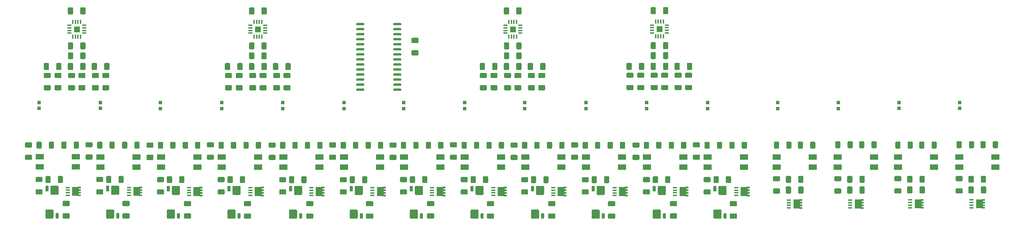
<source format=gbr>
%TF.GenerationSoftware,KiCad,Pcbnew,(5.1.9)-1*%
%TF.CreationDate,2021-05-09T12:40:11+03:00*%
%TF.ProjectId,16ch_fet_board,31366368-5f66-4657-945f-626f6172642e,2.0*%
%TF.SameCoordinates,Original*%
%TF.FileFunction,Paste,Top*%
%TF.FilePolarity,Positive*%
%FSLAX46Y46*%
G04 Gerber Fmt 4.6, Leading zero omitted, Abs format (unit mm)*
G04 Created by KiCad (PCBNEW (5.1.9)-1) date 2021-05-09 12:40:11*
%MOMM*%
%LPD*%
G01*
G04 APERTURE LIST*
%ADD10C,0.010000*%
%ADD11R,0.950000X0.950000*%
%ADD12C,0.100000*%
%ADD13R,0.990000X0.405000*%
%ADD14R,0.990000X0.340000*%
%ADD15R,0.340000X0.990000*%
%ADD16R,2.100000X1.450000*%
G04 APERTURE END LIST*
D10*
%TO.C,U5*%
G36*
X38580000Y-64980000D02*
G01*
X37220000Y-64980000D01*
X37220000Y-63620000D01*
X38580000Y-63620000D01*
X38580000Y-64980000D01*
G37*
X38580000Y-64980000D02*
X37220000Y-64980000D01*
X37220000Y-63620000D01*
X38580000Y-63620000D01*
X38580000Y-64980000D01*
%TO.C,U4*%
G36*
X84110000Y-64990000D02*
G01*
X82750000Y-64990000D01*
X82750000Y-63630000D01*
X84110000Y-63630000D01*
X84110000Y-64990000D01*
G37*
X84110000Y-64990000D02*
X82750000Y-64990000D01*
X82750000Y-63630000D01*
X84110000Y-63630000D01*
X84110000Y-64990000D01*
%TO.C,U3*%
G36*
X185010000Y-64930000D02*
G01*
X183650000Y-64930000D01*
X183650000Y-63570000D01*
X185010000Y-63570000D01*
X185010000Y-64930000D01*
G37*
X185010000Y-64930000D02*
X183650000Y-64930000D01*
X183650000Y-63570000D01*
X185010000Y-63570000D01*
X185010000Y-64930000D01*
%TO.C,U2*%
G36*
X148140000Y-64980000D02*
G01*
X146780000Y-64980000D01*
X146780000Y-63620000D01*
X148140000Y-63620000D01*
X148140000Y-64980000D01*
G37*
X148140000Y-64980000D02*
X146780000Y-64980000D01*
X146780000Y-63620000D01*
X148140000Y-63620000D01*
X148140000Y-64980000D01*
%TD*%
%TO.C,R98*%
G36*
G01*
X48005000Y-110580000D02*
X48385000Y-110580000D01*
G75*
G02*
X48575000Y-110770000I0J-190000D01*
G01*
X48575000Y-111790000D01*
G75*
G02*
X48385000Y-111980000I-190000J0D01*
G01*
X48005000Y-111980000D01*
G75*
G02*
X47815000Y-111790000I0J190000D01*
G01*
X47815000Y-110770000D01*
G75*
G02*
X48005000Y-110580000I190000J0D01*
G01*
G37*
G36*
G01*
X45366200Y-103720000D02*
X45943800Y-103720000D01*
G75*
G02*
X46035000Y-103811200I0J-91200D01*
G01*
X46035000Y-105028800D01*
G75*
G02*
X45943800Y-105120000I-91200J0D01*
G01*
X45366200Y-105120000D01*
G75*
G02*
X45275000Y-105028800I0J91200D01*
G01*
X45275000Y-103811200D01*
G75*
G02*
X45366200Y-103720000I91200J0D01*
G01*
G37*
G36*
G01*
X45518600Y-109690000D02*
X47061400Y-109690000D01*
G75*
G02*
X47305000Y-109933600I0J-243600D01*
G01*
X47305000Y-111736400D01*
G75*
G02*
X47061400Y-111980000I-243600J0D01*
G01*
X45518600Y-111980000D01*
G75*
G02*
X45275000Y-111736400I0J243600D01*
G01*
X45275000Y-109933600D01*
G75*
G02*
X45518600Y-109690000I243600J0D01*
G01*
G37*
G36*
G01*
X46788600Y-103720000D02*
X48331400Y-103720000D01*
G75*
G02*
X48575000Y-103963600I0J-243600D01*
G01*
X48575000Y-105766400D01*
G75*
G02*
X48331400Y-106010000I-243600J0D01*
G01*
X46788600Y-106010000D01*
G75*
G02*
X46545000Y-105766400I0J243600D01*
G01*
X46545000Y-103963600D01*
G75*
G02*
X46788600Y-103720000I243600J0D01*
G01*
G37*
%TD*%
%TO.C,R97*%
G36*
G01*
X32765000Y-110580000D02*
X33145000Y-110580000D01*
G75*
G02*
X33335000Y-110770000I0J-190000D01*
G01*
X33335000Y-111790000D01*
G75*
G02*
X33145000Y-111980000I-190000J0D01*
G01*
X32765000Y-111980000D01*
G75*
G02*
X32575000Y-111790000I0J190000D01*
G01*
X32575000Y-110770000D01*
G75*
G02*
X32765000Y-110580000I190000J0D01*
G01*
G37*
G36*
G01*
X30126200Y-103720000D02*
X30703800Y-103720000D01*
G75*
G02*
X30795000Y-103811200I0J-91200D01*
G01*
X30795000Y-105028800D01*
G75*
G02*
X30703800Y-105120000I-91200J0D01*
G01*
X30126200Y-105120000D01*
G75*
G02*
X30035000Y-105028800I0J91200D01*
G01*
X30035000Y-103811200D01*
G75*
G02*
X30126200Y-103720000I91200J0D01*
G01*
G37*
G36*
G01*
X30278600Y-109690000D02*
X31821400Y-109690000D01*
G75*
G02*
X32065000Y-109933600I0J-243600D01*
G01*
X32065000Y-111736400D01*
G75*
G02*
X31821400Y-111980000I-243600J0D01*
G01*
X30278600Y-111980000D01*
G75*
G02*
X30035000Y-111736400I0J243600D01*
G01*
X30035000Y-109933600D01*
G75*
G02*
X30278600Y-109690000I243600J0D01*
G01*
G37*
G36*
G01*
X31548600Y-103720000D02*
X33091400Y-103720000D01*
G75*
G02*
X33335000Y-103963600I0J-243600D01*
G01*
X33335000Y-105766400D01*
G75*
G02*
X33091400Y-106010000I-243600J0D01*
G01*
X31548600Y-106010000D01*
G75*
G02*
X31305000Y-105766400I0J243600D01*
G01*
X31305000Y-103963600D01*
G75*
G02*
X31548600Y-103720000I243600J0D01*
G01*
G37*
%TD*%
%TO.C,R50*%
G36*
G01*
X200620000Y-110605000D02*
X201000000Y-110605000D01*
G75*
G02*
X201190000Y-110795000I0J-190000D01*
G01*
X201190000Y-111815000D01*
G75*
G02*
X201000000Y-112005000I-190000J0D01*
G01*
X200620000Y-112005000D01*
G75*
G02*
X200430000Y-111815000I0J190000D01*
G01*
X200430000Y-110795000D01*
G75*
G02*
X200620000Y-110605000I190000J0D01*
G01*
G37*
G36*
G01*
X197981200Y-103745000D02*
X198558800Y-103745000D01*
G75*
G02*
X198650000Y-103836200I0J-91200D01*
G01*
X198650000Y-105053800D01*
G75*
G02*
X198558800Y-105145000I-91200J0D01*
G01*
X197981200Y-105145000D01*
G75*
G02*
X197890000Y-105053800I0J91200D01*
G01*
X197890000Y-103836200D01*
G75*
G02*
X197981200Y-103745000I91200J0D01*
G01*
G37*
G36*
G01*
X198133600Y-109715000D02*
X199676400Y-109715000D01*
G75*
G02*
X199920000Y-109958600I0J-243600D01*
G01*
X199920000Y-111761400D01*
G75*
G02*
X199676400Y-112005000I-243600J0D01*
G01*
X198133600Y-112005000D01*
G75*
G02*
X197890000Y-111761400I0J243600D01*
G01*
X197890000Y-109958600D01*
G75*
G02*
X198133600Y-109715000I243600J0D01*
G01*
G37*
G36*
G01*
X199403600Y-103745000D02*
X200946400Y-103745000D01*
G75*
G02*
X201190000Y-103988600I0J-243600D01*
G01*
X201190000Y-105791400D01*
G75*
G02*
X200946400Y-106035000I-243600J0D01*
G01*
X199403600Y-106035000D01*
G75*
G02*
X199160000Y-105791400I0J243600D01*
G01*
X199160000Y-103988600D01*
G75*
G02*
X199403600Y-103745000I243600J0D01*
G01*
G37*
%TD*%
%TO.C,R49*%
G36*
G01*
X185380000Y-110605000D02*
X185760000Y-110605000D01*
G75*
G02*
X185950000Y-110795000I0J-190000D01*
G01*
X185950000Y-111815000D01*
G75*
G02*
X185760000Y-112005000I-190000J0D01*
G01*
X185380000Y-112005000D01*
G75*
G02*
X185190000Y-111815000I0J190000D01*
G01*
X185190000Y-110795000D01*
G75*
G02*
X185380000Y-110605000I190000J0D01*
G01*
G37*
G36*
G01*
X182741200Y-103745000D02*
X183318800Y-103745000D01*
G75*
G02*
X183410000Y-103836200I0J-91200D01*
G01*
X183410000Y-105053800D01*
G75*
G02*
X183318800Y-105145000I-91200J0D01*
G01*
X182741200Y-105145000D01*
G75*
G02*
X182650000Y-105053800I0J91200D01*
G01*
X182650000Y-103836200D01*
G75*
G02*
X182741200Y-103745000I91200J0D01*
G01*
G37*
G36*
G01*
X182893600Y-109715000D02*
X184436400Y-109715000D01*
G75*
G02*
X184680000Y-109958600I0J-243600D01*
G01*
X184680000Y-111761400D01*
G75*
G02*
X184436400Y-112005000I-243600J0D01*
G01*
X182893600Y-112005000D01*
G75*
G02*
X182650000Y-111761400I0J243600D01*
G01*
X182650000Y-109958600D01*
G75*
G02*
X182893600Y-109715000I243600J0D01*
G01*
G37*
G36*
G01*
X184163600Y-103745000D02*
X185706400Y-103745000D01*
G75*
G02*
X185950000Y-103988600I0J-243600D01*
G01*
X185950000Y-105791400D01*
G75*
G02*
X185706400Y-106035000I-243600J0D01*
G01*
X184163600Y-106035000D01*
G75*
G02*
X183920000Y-105791400I0J243600D01*
G01*
X183920000Y-103988600D01*
G75*
G02*
X184163600Y-103745000I243600J0D01*
G01*
G37*
%TD*%
%TO.C,R40*%
G36*
G01*
X170010000Y-110615000D02*
X170390000Y-110615000D01*
G75*
G02*
X170580000Y-110805000I0J-190000D01*
G01*
X170580000Y-111825000D01*
G75*
G02*
X170390000Y-112015000I-190000J0D01*
G01*
X170010000Y-112015000D01*
G75*
G02*
X169820000Y-111825000I0J190000D01*
G01*
X169820000Y-110805000D01*
G75*
G02*
X170010000Y-110615000I190000J0D01*
G01*
G37*
G36*
G01*
X167371200Y-103755000D02*
X167948800Y-103755000D01*
G75*
G02*
X168040000Y-103846200I0J-91200D01*
G01*
X168040000Y-105063800D01*
G75*
G02*
X167948800Y-105155000I-91200J0D01*
G01*
X167371200Y-105155000D01*
G75*
G02*
X167280000Y-105063800I0J91200D01*
G01*
X167280000Y-103846200D01*
G75*
G02*
X167371200Y-103755000I91200J0D01*
G01*
G37*
G36*
G01*
X167523600Y-109725000D02*
X169066400Y-109725000D01*
G75*
G02*
X169310000Y-109968600I0J-243600D01*
G01*
X169310000Y-111771400D01*
G75*
G02*
X169066400Y-112015000I-243600J0D01*
G01*
X167523600Y-112015000D01*
G75*
G02*
X167280000Y-111771400I0J243600D01*
G01*
X167280000Y-109968600D01*
G75*
G02*
X167523600Y-109725000I243600J0D01*
G01*
G37*
G36*
G01*
X168793600Y-103755000D02*
X170336400Y-103755000D01*
G75*
G02*
X170580000Y-103998600I0J-243600D01*
G01*
X170580000Y-105801400D01*
G75*
G02*
X170336400Y-106045000I-243600J0D01*
G01*
X168793600Y-106045000D01*
G75*
G02*
X168550000Y-105801400I0J243600D01*
G01*
X168550000Y-103998600D01*
G75*
G02*
X168793600Y-103755000I243600J0D01*
G01*
G37*
%TD*%
%TO.C,R39*%
G36*
G01*
X154770000Y-110615000D02*
X155150000Y-110615000D01*
G75*
G02*
X155340000Y-110805000I0J-190000D01*
G01*
X155340000Y-111825000D01*
G75*
G02*
X155150000Y-112015000I-190000J0D01*
G01*
X154770000Y-112015000D01*
G75*
G02*
X154580000Y-111825000I0J190000D01*
G01*
X154580000Y-110805000D01*
G75*
G02*
X154770000Y-110615000I190000J0D01*
G01*
G37*
G36*
G01*
X152131200Y-103755000D02*
X152708800Y-103755000D01*
G75*
G02*
X152800000Y-103846200I0J-91200D01*
G01*
X152800000Y-105063800D01*
G75*
G02*
X152708800Y-105155000I-91200J0D01*
G01*
X152131200Y-105155000D01*
G75*
G02*
X152040000Y-105063800I0J91200D01*
G01*
X152040000Y-103846200D01*
G75*
G02*
X152131200Y-103755000I91200J0D01*
G01*
G37*
G36*
G01*
X152283600Y-109725000D02*
X153826400Y-109725000D01*
G75*
G02*
X154070000Y-109968600I0J-243600D01*
G01*
X154070000Y-111771400D01*
G75*
G02*
X153826400Y-112015000I-243600J0D01*
G01*
X152283600Y-112015000D01*
G75*
G02*
X152040000Y-111771400I0J243600D01*
G01*
X152040000Y-109968600D01*
G75*
G02*
X152283600Y-109725000I243600J0D01*
G01*
G37*
G36*
G01*
X153553600Y-103755000D02*
X155096400Y-103755000D01*
G75*
G02*
X155340000Y-103998600I0J-243600D01*
G01*
X155340000Y-105801400D01*
G75*
G02*
X155096400Y-106045000I-243600J0D01*
G01*
X153553600Y-106045000D01*
G75*
G02*
X153310000Y-105801400I0J243600D01*
G01*
X153310000Y-103998600D01*
G75*
G02*
X153553600Y-103755000I243600J0D01*
G01*
G37*
%TD*%
%TO.C,R30*%
G36*
G01*
X139580000Y-110605000D02*
X139960000Y-110605000D01*
G75*
G02*
X140150000Y-110795000I0J-190000D01*
G01*
X140150000Y-111815000D01*
G75*
G02*
X139960000Y-112005000I-190000J0D01*
G01*
X139580000Y-112005000D01*
G75*
G02*
X139390000Y-111815000I0J190000D01*
G01*
X139390000Y-110795000D01*
G75*
G02*
X139580000Y-110605000I190000J0D01*
G01*
G37*
G36*
G01*
X136941200Y-103745000D02*
X137518800Y-103745000D01*
G75*
G02*
X137610000Y-103836200I0J-91200D01*
G01*
X137610000Y-105053800D01*
G75*
G02*
X137518800Y-105145000I-91200J0D01*
G01*
X136941200Y-105145000D01*
G75*
G02*
X136850000Y-105053800I0J91200D01*
G01*
X136850000Y-103836200D01*
G75*
G02*
X136941200Y-103745000I91200J0D01*
G01*
G37*
G36*
G01*
X137093600Y-109715000D02*
X138636400Y-109715000D01*
G75*
G02*
X138880000Y-109958600I0J-243600D01*
G01*
X138880000Y-111761400D01*
G75*
G02*
X138636400Y-112005000I-243600J0D01*
G01*
X137093600Y-112005000D01*
G75*
G02*
X136850000Y-111761400I0J243600D01*
G01*
X136850000Y-109958600D01*
G75*
G02*
X137093600Y-109715000I243600J0D01*
G01*
G37*
G36*
G01*
X138363600Y-103745000D02*
X139906400Y-103745000D01*
G75*
G02*
X140150000Y-103988600I0J-243600D01*
G01*
X140150000Y-105791400D01*
G75*
G02*
X139906400Y-106035000I-243600J0D01*
G01*
X138363600Y-106035000D01*
G75*
G02*
X138120000Y-105791400I0J243600D01*
G01*
X138120000Y-103988600D01*
G75*
G02*
X138363600Y-103745000I243600J0D01*
G01*
G37*
%TD*%
%TO.C,R29*%
G36*
G01*
X124340000Y-110605000D02*
X124720000Y-110605000D01*
G75*
G02*
X124910000Y-110795000I0J-190000D01*
G01*
X124910000Y-111815000D01*
G75*
G02*
X124720000Y-112005000I-190000J0D01*
G01*
X124340000Y-112005000D01*
G75*
G02*
X124150000Y-111815000I0J190000D01*
G01*
X124150000Y-110795000D01*
G75*
G02*
X124340000Y-110605000I190000J0D01*
G01*
G37*
G36*
G01*
X121701200Y-103745000D02*
X122278800Y-103745000D01*
G75*
G02*
X122370000Y-103836200I0J-91200D01*
G01*
X122370000Y-105053800D01*
G75*
G02*
X122278800Y-105145000I-91200J0D01*
G01*
X121701200Y-105145000D01*
G75*
G02*
X121610000Y-105053800I0J91200D01*
G01*
X121610000Y-103836200D01*
G75*
G02*
X121701200Y-103745000I91200J0D01*
G01*
G37*
G36*
G01*
X121853600Y-109715000D02*
X123396400Y-109715000D01*
G75*
G02*
X123640000Y-109958600I0J-243600D01*
G01*
X123640000Y-111761400D01*
G75*
G02*
X123396400Y-112005000I-243600J0D01*
G01*
X121853600Y-112005000D01*
G75*
G02*
X121610000Y-111761400I0J243600D01*
G01*
X121610000Y-109958600D01*
G75*
G02*
X121853600Y-109715000I243600J0D01*
G01*
G37*
G36*
G01*
X123123600Y-103745000D02*
X124666400Y-103745000D01*
G75*
G02*
X124910000Y-103988600I0J-243600D01*
G01*
X124910000Y-105791400D01*
G75*
G02*
X124666400Y-106035000I-243600J0D01*
G01*
X123123600Y-106035000D01*
G75*
G02*
X122880000Y-105791400I0J243600D01*
G01*
X122880000Y-103988600D01*
G75*
G02*
X123123600Y-103745000I243600J0D01*
G01*
G37*
%TD*%
%TO.C,R20*%
G36*
G01*
X109210000Y-110615000D02*
X109590000Y-110615000D01*
G75*
G02*
X109780000Y-110805000I0J-190000D01*
G01*
X109780000Y-111825000D01*
G75*
G02*
X109590000Y-112015000I-190000J0D01*
G01*
X109210000Y-112015000D01*
G75*
G02*
X109020000Y-111825000I0J190000D01*
G01*
X109020000Y-110805000D01*
G75*
G02*
X109210000Y-110615000I190000J0D01*
G01*
G37*
G36*
G01*
X106571200Y-103755000D02*
X107148800Y-103755000D01*
G75*
G02*
X107240000Y-103846200I0J-91200D01*
G01*
X107240000Y-105063800D01*
G75*
G02*
X107148800Y-105155000I-91200J0D01*
G01*
X106571200Y-105155000D01*
G75*
G02*
X106480000Y-105063800I0J91200D01*
G01*
X106480000Y-103846200D01*
G75*
G02*
X106571200Y-103755000I91200J0D01*
G01*
G37*
G36*
G01*
X106723600Y-109725000D02*
X108266400Y-109725000D01*
G75*
G02*
X108510000Y-109968600I0J-243600D01*
G01*
X108510000Y-111771400D01*
G75*
G02*
X108266400Y-112015000I-243600J0D01*
G01*
X106723600Y-112015000D01*
G75*
G02*
X106480000Y-111771400I0J243600D01*
G01*
X106480000Y-109968600D01*
G75*
G02*
X106723600Y-109725000I243600J0D01*
G01*
G37*
G36*
G01*
X107993600Y-103755000D02*
X109536400Y-103755000D01*
G75*
G02*
X109780000Y-103998600I0J-243600D01*
G01*
X109780000Y-105801400D01*
G75*
G02*
X109536400Y-106045000I-243600J0D01*
G01*
X107993600Y-106045000D01*
G75*
G02*
X107750000Y-105801400I0J243600D01*
G01*
X107750000Y-103998600D01*
G75*
G02*
X107993600Y-103755000I243600J0D01*
G01*
G37*
%TD*%
%TO.C,R19*%
G36*
G01*
X93970000Y-110615000D02*
X94350000Y-110615000D01*
G75*
G02*
X94540000Y-110805000I0J-190000D01*
G01*
X94540000Y-111825000D01*
G75*
G02*
X94350000Y-112015000I-190000J0D01*
G01*
X93970000Y-112015000D01*
G75*
G02*
X93780000Y-111825000I0J190000D01*
G01*
X93780000Y-110805000D01*
G75*
G02*
X93970000Y-110615000I190000J0D01*
G01*
G37*
G36*
G01*
X91331200Y-103755000D02*
X91908800Y-103755000D01*
G75*
G02*
X92000000Y-103846200I0J-91200D01*
G01*
X92000000Y-105063800D01*
G75*
G02*
X91908800Y-105155000I-91200J0D01*
G01*
X91331200Y-105155000D01*
G75*
G02*
X91240000Y-105063800I0J91200D01*
G01*
X91240000Y-103846200D01*
G75*
G02*
X91331200Y-103755000I91200J0D01*
G01*
G37*
G36*
G01*
X91483600Y-109725000D02*
X93026400Y-109725000D01*
G75*
G02*
X93270000Y-109968600I0J-243600D01*
G01*
X93270000Y-111771400D01*
G75*
G02*
X93026400Y-112015000I-243600J0D01*
G01*
X91483600Y-112015000D01*
G75*
G02*
X91240000Y-111771400I0J243600D01*
G01*
X91240000Y-109968600D01*
G75*
G02*
X91483600Y-109725000I243600J0D01*
G01*
G37*
G36*
G01*
X92753600Y-103755000D02*
X94296400Y-103755000D01*
G75*
G02*
X94540000Y-103998600I0J-243600D01*
G01*
X94540000Y-105801400D01*
G75*
G02*
X94296400Y-106045000I-243600J0D01*
G01*
X92753600Y-106045000D01*
G75*
G02*
X92510000Y-105801400I0J243600D01*
G01*
X92510000Y-103998600D01*
G75*
G02*
X92753600Y-103755000I243600J0D01*
G01*
G37*
%TD*%
%TO.C,R10*%
G36*
G01*
X78510000Y-110605000D02*
X78890000Y-110605000D01*
G75*
G02*
X79080000Y-110795000I0J-190000D01*
G01*
X79080000Y-111815000D01*
G75*
G02*
X78890000Y-112005000I-190000J0D01*
G01*
X78510000Y-112005000D01*
G75*
G02*
X78320000Y-111815000I0J190000D01*
G01*
X78320000Y-110795000D01*
G75*
G02*
X78510000Y-110605000I190000J0D01*
G01*
G37*
G36*
G01*
X75871200Y-103745000D02*
X76448800Y-103745000D01*
G75*
G02*
X76540000Y-103836200I0J-91200D01*
G01*
X76540000Y-105053800D01*
G75*
G02*
X76448800Y-105145000I-91200J0D01*
G01*
X75871200Y-105145000D01*
G75*
G02*
X75780000Y-105053800I0J91200D01*
G01*
X75780000Y-103836200D01*
G75*
G02*
X75871200Y-103745000I91200J0D01*
G01*
G37*
G36*
G01*
X76023600Y-109715000D02*
X77566400Y-109715000D01*
G75*
G02*
X77810000Y-109958600I0J-243600D01*
G01*
X77810000Y-111761400D01*
G75*
G02*
X77566400Y-112005000I-243600J0D01*
G01*
X76023600Y-112005000D01*
G75*
G02*
X75780000Y-111761400I0J243600D01*
G01*
X75780000Y-109958600D01*
G75*
G02*
X76023600Y-109715000I243600J0D01*
G01*
G37*
G36*
G01*
X77293600Y-103745000D02*
X78836400Y-103745000D01*
G75*
G02*
X79080000Y-103988600I0J-243600D01*
G01*
X79080000Y-105791400D01*
G75*
G02*
X78836400Y-106035000I-243600J0D01*
G01*
X77293600Y-106035000D01*
G75*
G02*
X77050000Y-105791400I0J243600D01*
G01*
X77050000Y-103988600D01*
G75*
G02*
X77293600Y-103745000I243600J0D01*
G01*
G37*
%TD*%
%TO.C,R9*%
G36*
G01*
X63270000Y-110605000D02*
X63650000Y-110605000D01*
G75*
G02*
X63840000Y-110795000I0J-190000D01*
G01*
X63840000Y-111815000D01*
G75*
G02*
X63650000Y-112005000I-190000J0D01*
G01*
X63270000Y-112005000D01*
G75*
G02*
X63080000Y-111815000I0J190000D01*
G01*
X63080000Y-110795000D01*
G75*
G02*
X63270000Y-110605000I190000J0D01*
G01*
G37*
G36*
G01*
X60631200Y-103745000D02*
X61208800Y-103745000D01*
G75*
G02*
X61300000Y-103836200I0J-91200D01*
G01*
X61300000Y-105053800D01*
G75*
G02*
X61208800Y-105145000I-91200J0D01*
G01*
X60631200Y-105145000D01*
G75*
G02*
X60540000Y-105053800I0J91200D01*
G01*
X60540000Y-103836200D01*
G75*
G02*
X60631200Y-103745000I91200J0D01*
G01*
G37*
G36*
G01*
X60783600Y-109715000D02*
X62326400Y-109715000D01*
G75*
G02*
X62570000Y-109958600I0J-243600D01*
G01*
X62570000Y-111761400D01*
G75*
G02*
X62326400Y-112005000I-243600J0D01*
G01*
X60783600Y-112005000D01*
G75*
G02*
X60540000Y-111761400I0J243600D01*
G01*
X60540000Y-109958600D01*
G75*
G02*
X60783600Y-109715000I243600J0D01*
G01*
G37*
G36*
G01*
X62053600Y-103745000D02*
X63596400Y-103745000D01*
G75*
G02*
X63840000Y-103988600I0J-243600D01*
G01*
X63840000Y-105791400D01*
G75*
G02*
X63596400Y-106035000I-243600J0D01*
G01*
X62053600Y-106035000D01*
G75*
G02*
X61810000Y-105791400I0J243600D01*
G01*
X61810000Y-103988600D01*
G75*
G02*
X62053600Y-103745000I243600J0D01*
G01*
G37*
%TD*%
D11*
%TO.C,D3*%
X89655000Y-84285000D03*
X89655000Y-82785000D03*
%TD*%
D12*
%TO.C,Q16*%
G36*
X176385000Y-104397500D02*
G01*
X175875000Y-104397500D01*
X175875000Y-104652500D01*
X176385000Y-104652500D01*
X176385000Y-105057500D01*
X175875000Y-105057500D01*
X175875000Y-105312500D01*
X176385000Y-105312500D01*
X176385000Y-105717500D01*
X175875000Y-105717500D01*
X175875000Y-105972500D01*
X176385000Y-105972500D01*
X176385000Y-106380000D01*
X175625000Y-106380000D01*
X175625000Y-106302500D01*
X174150000Y-106302500D01*
X174150000Y-104067500D01*
X175625000Y-104067500D01*
X175625000Y-103990000D01*
X176385000Y-103990000D01*
X176385000Y-104397500D01*
G37*
D13*
X173020000Y-106175000D03*
X173020000Y-105515000D03*
X173020000Y-104855000D03*
X173020000Y-104195000D03*
%TD*%
D12*
%TO.C,Q15*%
G36*
X160985000Y-104397500D02*
G01*
X160475000Y-104397500D01*
X160475000Y-104652500D01*
X160985000Y-104652500D01*
X160985000Y-105057500D01*
X160475000Y-105057500D01*
X160475000Y-105312500D01*
X160985000Y-105312500D01*
X160985000Y-105717500D01*
X160475000Y-105717500D01*
X160475000Y-105972500D01*
X160985000Y-105972500D01*
X160985000Y-106380000D01*
X160225000Y-106380000D01*
X160225000Y-106302500D01*
X158750000Y-106302500D01*
X158750000Y-104067500D01*
X160225000Y-104067500D01*
X160225000Y-103990000D01*
X160985000Y-103990000D01*
X160985000Y-104397500D01*
G37*
D13*
X157620000Y-106175000D03*
X157620000Y-105515000D03*
X157620000Y-104855000D03*
X157620000Y-104195000D03*
%TD*%
D12*
%TO.C,Q14*%
G36*
X54380000Y-104362500D02*
G01*
X53870000Y-104362500D01*
X53870000Y-104617500D01*
X54380000Y-104617500D01*
X54380000Y-105022500D01*
X53870000Y-105022500D01*
X53870000Y-105277500D01*
X54380000Y-105277500D01*
X54380000Y-105682500D01*
X53870000Y-105682500D01*
X53870000Y-105937500D01*
X54380000Y-105937500D01*
X54380000Y-106345000D01*
X53620000Y-106345000D01*
X53620000Y-106267500D01*
X52145000Y-106267500D01*
X52145000Y-104032500D01*
X53620000Y-104032500D01*
X53620000Y-103955000D01*
X54380000Y-103955000D01*
X54380000Y-104362500D01*
G37*
D13*
X51015000Y-106140000D03*
X51015000Y-105480000D03*
X51015000Y-104820000D03*
X51015000Y-104160000D03*
%TD*%
D12*
%TO.C,Q13*%
G36*
X38980000Y-104362500D02*
G01*
X38470000Y-104362500D01*
X38470000Y-104617500D01*
X38980000Y-104617500D01*
X38980000Y-105022500D01*
X38470000Y-105022500D01*
X38470000Y-105277500D01*
X38980000Y-105277500D01*
X38980000Y-105682500D01*
X38470000Y-105682500D01*
X38470000Y-105937500D01*
X38980000Y-105937500D01*
X38980000Y-106345000D01*
X38220000Y-106345000D01*
X38220000Y-106267500D01*
X36745000Y-106267500D01*
X36745000Y-104032500D01*
X38220000Y-104032500D01*
X38220000Y-103955000D01*
X38980000Y-103955000D01*
X38980000Y-104362500D01*
G37*
D13*
X35615000Y-106140000D03*
X35615000Y-105480000D03*
X35615000Y-104820000D03*
X35615000Y-104160000D03*
%TD*%
D12*
%TO.C,Q12*%
G36*
X84885000Y-104387500D02*
G01*
X84375000Y-104387500D01*
X84375000Y-104642500D01*
X84885000Y-104642500D01*
X84885000Y-105047500D01*
X84375000Y-105047500D01*
X84375000Y-105302500D01*
X84885000Y-105302500D01*
X84885000Y-105707500D01*
X84375000Y-105707500D01*
X84375000Y-105962500D01*
X84885000Y-105962500D01*
X84885000Y-106370000D01*
X84125000Y-106370000D01*
X84125000Y-106292500D01*
X82650000Y-106292500D01*
X82650000Y-104057500D01*
X84125000Y-104057500D01*
X84125000Y-103980000D01*
X84885000Y-103980000D01*
X84885000Y-104387500D01*
G37*
D13*
X81520000Y-106165000D03*
X81520000Y-105505000D03*
X81520000Y-104845000D03*
X81520000Y-104185000D03*
%TD*%
D12*
%TO.C,Q11*%
G36*
X69485000Y-104387500D02*
G01*
X68975000Y-104387500D01*
X68975000Y-104642500D01*
X69485000Y-104642500D01*
X69485000Y-105047500D01*
X68975000Y-105047500D01*
X68975000Y-105302500D01*
X69485000Y-105302500D01*
X69485000Y-105707500D01*
X68975000Y-105707500D01*
X68975000Y-105962500D01*
X69485000Y-105962500D01*
X69485000Y-106370000D01*
X68725000Y-106370000D01*
X68725000Y-106292500D01*
X67250000Y-106292500D01*
X67250000Y-104057500D01*
X68725000Y-104057500D01*
X68725000Y-103980000D01*
X69485000Y-103980000D01*
X69485000Y-104387500D01*
G37*
D13*
X66120000Y-106165000D03*
X66120000Y-105505000D03*
X66120000Y-104845000D03*
X66120000Y-104185000D03*
%TD*%
D12*
%TO.C,Q10*%
G36*
X115585000Y-104397500D02*
G01*
X115075000Y-104397500D01*
X115075000Y-104652500D01*
X115585000Y-104652500D01*
X115585000Y-105057500D01*
X115075000Y-105057500D01*
X115075000Y-105312500D01*
X115585000Y-105312500D01*
X115585000Y-105717500D01*
X115075000Y-105717500D01*
X115075000Y-105972500D01*
X115585000Y-105972500D01*
X115585000Y-106380000D01*
X114825000Y-106380000D01*
X114825000Y-106302500D01*
X113350000Y-106302500D01*
X113350000Y-104067500D01*
X114825000Y-104067500D01*
X114825000Y-103990000D01*
X115585000Y-103990000D01*
X115585000Y-104397500D01*
G37*
D13*
X112220000Y-106175000D03*
X112220000Y-105515000D03*
X112220000Y-104855000D03*
X112220000Y-104195000D03*
%TD*%
D12*
%TO.C,Q9*%
G36*
X100185000Y-104397500D02*
G01*
X99675000Y-104397500D01*
X99675000Y-104652500D01*
X100185000Y-104652500D01*
X100185000Y-105057500D01*
X99675000Y-105057500D01*
X99675000Y-105312500D01*
X100185000Y-105312500D01*
X100185000Y-105717500D01*
X99675000Y-105717500D01*
X99675000Y-105972500D01*
X100185000Y-105972500D01*
X100185000Y-106380000D01*
X99425000Y-106380000D01*
X99425000Y-106302500D01*
X97950000Y-106302500D01*
X97950000Y-104067500D01*
X99425000Y-104067500D01*
X99425000Y-103990000D01*
X100185000Y-103990000D01*
X100185000Y-104397500D01*
G37*
D13*
X96820000Y-106175000D03*
X96820000Y-105515000D03*
X96820000Y-104855000D03*
X96820000Y-104195000D03*
%TD*%
D12*
%TO.C,Q8*%
G36*
X266120000Y-107492500D02*
G01*
X265610000Y-107492500D01*
X265610000Y-107747500D01*
X266120000Y-107747500D01*
X266120000Y-108152500D01*
X265610000Y-108152500D01*
X265610000Y-108407500D01*
X266120000Y-108407500D01*
X266120000Y-108812500D01*
X265610000Y-108812500D01*
X265610000Y-109067500D01*
X266120000Y-109067500D01*
X266120000Y-109475000D01*
X265360000Y-109475000D01*
X265360000Y-109397500D01*
X263885000Y-109397500D01*
X263885000Y-107162500D01*
X265360000Y-107162500D01*
X265360000Y-107085000D01*
X266120000Y-107085000D01*
X266120000Y-107492500D01*
G37*
D13*
X262755000Y-109270000D03*
X262755000Y-108610000D03*
X262755000Y-107950000D03*
X262755000Y-107290000D03*
%TD*%
D12*
%TO.C,Q7*%
G36*
X250720000Y-107492500D02*
G01*
X250210000Y-107492500D01*
X250210000Y-107747500D01*
X250720000Y-107747500D01*
X250720000Y-108152500D01*
X250210000Y-108152500D01*
X250210000Y-108407500D01*
X250720000Y-108407500D01*
X250720000Y-108812500D01*
X250210000Y-108812500D01*
X250210000Y-109067500D01*
X250720000Y-109067500D01*
X250720000Y-109475000D01*
X249960000Y-109475000D01*
X249960000Y-109397500D01*
X248485000Y-109397500D01*
X248485000Y-107162500D01*
X249960000Y-107162500D01*
X249960000Y-107085000D01*
X250720000Y-107085000D01*
X250720000Y-107492500D01*
G37*
D13*
X247355000Y-109270000D03*
X247355000Y-108610000D03*
X247355000Y-107950000D03*
X247355000Y-107290000D03*
%TD*%
D12*
%TO.C,Q6*%
G36*
X235630000Y-107512500D02*
G01*
X235120000Y-107512500D01*
X235120000Y-107767500D01*
X235630000Y-107767500D01*
X235630000Y-108172500D01*
X235120000Y-108172500D01*
X235120000Y-108427500D01*
X235630000Y-108427500D01*
X235630000Y-108832500D01*
X235120000Y-108832500D01*
X235120000Y-109087500D01*
X235630000Y-109087500D01*
X235630000Y-109495000D01*
X234870000Y-109495000D01*
X234870000Y-109417500D01*
X233395000Y-109417500D01*
X233395000Y-107182500D01*
X234870000Y-107182500D01*
X234870000Y-107105000D01*
X235630000Y-107105000D01*
X235630000Y-107512500D01*
G37*
D13*
X232265000Y-109290000D03*
X232265000Y-108630000D03*
X232265000Y-107970000D03*
X232265000Y-107310000D03*
%TD*%
D12*
%TO.C,Q5*%
G36*
X220230000Y-107512500D02*
G01*
X219720000Y-107512500D01*
X219720000Y-107767500D01*
X220230000Y-107767500D01*
X220230000Y-108172500D01*
X219720000Y-108172500D01*
X219720000Y-108427500D01*
X220230000Y-108427500D01*
X220230000Y-108832500D01*
X219720000Y-108832500D01*
X219720000Y-109087500D01*
X220230000Y-109087500D01*
X220230000Y-109495000D01*
X219470000Y-109495000D01*
X219470000Y-109417500D01*
X217995000Y-109417500D01*
X217995000Y-107182500D01*
X219470000Y-107182500D01*
X219470000Y-107105000D01*
X220230000Y-107105000D01*
X220230000Y-107512500D01*
G37*
D13*
X216865000Y-109290000D03*
X216865000Y-108630000D03*
X216865000Y-107970000D03*
X216865000Y-107310000D03*
%TD*%
D12*
%TO.C,Q4*%
G36*
X206995000Y-104387500D02*
G01*
X206485000Y-104387500D01*
X206485000Y-104642500D01*
X206995000Y-104642500D01*
X206995000Y-105047500D01*
X206485000Y-105047500D01*
X206485000Y-105302500D01*
X206995000Y-105302500D01*
X206995000Y-105707500D01*
X206485000Y-105707500D01*
X206485000Y-105962500D01*
X206995000Y-105962500D01*
X206995000Y-106370000D01*
X206235000Y-106370000D01*
X206235000Y-106292500D01*
X204760000Y-106292500D01*
X204760000Y-104057500D01*
X206235000Y-104057500D01*
X206235000Y-103980000D01*
X206995000Y-103980000D01*
X206995000Y-104387500D01*
G37*
D13*
X203630000Y-106165000D03*
X203630000Y-105505000D03*
X203630000Y-104845000D03*
X203630000Y-104185000D03*
%TD*%
D12*
%TO.C,Q3*%
G36*
X191595000Y-104387500D02*
G01*
X191085000Y-104387500D01*
X191085000Y-104642500D01*
X191595000Y-104642500D01*
X191595000Y-105047500D01*
X191085000Y-105047500D01*
X191085000Y-105302500D01*
X191595000Y-105302500D01*
X191595000Y-105707500D01*
X191085000Y-105707500D01*
X191085000Y-105962500D01*
X191595000Y-105962500D01*
X191595000Y-106370000D01*
X190835000Y-106370000D01*
X190835000Y-106292500D01*
X189360000Y-106292500D01*
X189360000Y-104057500D01*
X190835000Y-104057500D01*
X190835000Y-103980000D01*
X191595000Y-103980000D01*
X191595000Y-104387500D01*
G37*
D13*
X188230000Y-106165000D03*
X188230000Y-105505000D03*
X188230000Y-104845000D03*
X188230000Y-104185000D03*
%TD*%
D12*
%TO.C,Q2*%
G36*
X145955000Y-104387500D02*
G01*
X145445000Y-104387500D01*
X145445000Y-104642500D01*
X145955000Y-104642500D01*
X145955000Y-105047500D01*
X145445000Y-105047500D01*
X145445000Y-105302500D01*
X145955000Y-105302500D01*
X145955000Y-105707500D01*
X145445000Y-105707500D01*
X145445000Y-105962500D01*
X145955000Y-105962500D01*
X145955000Y-106370000D01*
X145195000Y-106370000D01*
X145195000Y-106292500D01*
X143720000Y-106292500D01*
X143720000Y-104057500D01*
X145195000Y-104057500D01*
X145195000Y-103980000D01*
X145955000Y-103980000D01*
X145955000Y-104387500D01*
G37*
D13*
X142590000Y-106165000D03*
X142590000Y-105505000D03*
X142590000Y-104845000D03*
X142590000Y-104185000D03*
%TD*%
D12*
%TO.C,Q1*%
G36*
X130555000Y-104387500D02*
G01*
X130045000Y-104387500D01*
X130045000Y-104642500D01*
X130555000Y-104642500D01*
X130555000Y-105047500D01*
X130045000Y-105047500D01*
X130045000Y-105302500D01*
X130555000Y-105302500D01*
X130555000Y-105707500D01*
X130045000Y-105707500D01*
X130045000Y-105962500D01*
X130555000Y-105962500D01*
X130555000Y-106370000D01*
X129795000Y-106370000D01*
X129795000Y-106292500D01*
X128320000Y-106292500D01*
X128320000Y-104057500D01*
X129795000Y-104057500D01*
X129795000Y-103980000D01*
X130555000Y-103980000D01*
X130555000Y-104387500D01*
G37*
D13*
X127190000Y-106165000D03*
X127190000Y-105505000D03*
X127190000Y-104845000D03*
X127190000Y-104185000D03*
%TD*%
D14*
%TO.C,U5*%
X36040000Y-65275000D03*
X36040000Y-64625000D03*
X36040000Y-63975000D03*
X36040000Y-63325000D03*
X39760000Y-63325000D03*
X39760000Y-63975000D03*
X39760000Y-64625000D03*
X39760000Y-65275000D03*
D15*
X38875000Y-66160000D03*
X38225000Y-66160000D03*
X37575000Y-66160000D03*
X36925000Y-66160000D03*
X36925000Y-62440000D03*
X37575000Y-62440000D03*
X38225000Y-62440000D03*
X38875000Y-62440000D03*
%TD*%
D14*
%TO.C,U4*%
X81570000Y-65285000D03*
X81570000Y-64635000D03*
X81570000Y-63985000D03*
X81570000Y-63335000D03*
X85290000Y-63335000D03*
X85290000Y-63985000D03*
X85290000Y-64635000D03*
X85290000Y-65285000D03*
D15*
X84405000Y-66170000D03*
X83755000Y-66170000D03*
X83105000Y-66170000D03*
X82455000Y-66170000D03*
X82455000Y-62450000D03*
X83105000Y-62450000D03*
X83755000Y-62450000D03*
X84405000Y-62450000D03*
%TD*%
D14*
%TO.C,U3*%
X182470000Y-65225000D03*
X182470000Y-64575000D03*
X182470000Y-63925000D03*
X182470000Y-63275000D03*
X186190000Y-63275000D03*
X186190000Y-63925000D03*
X186190000Y-64575000D03*
X186190000Y-65225000D03*
D15*
X185305000Y-66110000D03*
X184655000Y-66110000D03*
X184005000Y-66110000D03*
X183355000Y-66110000D03*
X183355000Y-62390000D03*
X184005000Y-62390000D03*
X184655000Y-62390000D03*
X185305000Y-62390000D03*
%TD*%
D14*
%TO.C,U2*%
X145600000Y-65275000D03*
X145600000Y-64625000D03*
X145600000Y-63975000D03*
X145600000Y-63325000D03*
X149320000Y-63325000D03*
X149320000Y-63975000D03*
X149320000Y-64625000D03*
X149320000Y-65275000D03*
D15*
X148435000Y-66160000D03*
X147785000Y-66160000D03*
X147135000Y-66160000D03*
X146485000Y-66160000D03*
X146485000Y-62440000D03*
X147135000Y-62440000D03*
X147785000Y-62440000D03*
X148435000Y-62440000D03*
%TD*%
%TO.C,U1*%
G36*
G01*
X110175000Y-79405000D02*
X110175000Y-79705000D01*
G75*
G02*
X110025000Y-79855000I-150000J0D01*
G01*
X108275000Y-79855000D01*
G75*
G02*
X108125000Y-79705000I0J150000D01*
G01*
X108125000Y-79405000D01*
G75*
G02*
X108275000Y-79255000I150000J0D01*
G01*
X110025000Y-79255000D01*
G75*
G02*
X110175000Y-79405000I0J-150000D01*
G01*
G37*
G36*
G01*
X110175000Y-78135000D02*
X110175000Y-78435000D01*
G75*
G02*
X110025000Y-78585000I-150000J0D01*
G01*
X108275000Y-78585000D01*
G75*
G02*
X108125000Y-78435000I0J150000D01*
G01*
X108125000Y-78135000D01*
G75*
G02*
X108275000Y-77985000I150000J0D01*
G01*
X110025000Y-77985000D01*
G75*
G02*
X110175000Y-78135000I0J-150000D01*
G01*
G37*
G36*
G01*
X110175000Y-76865000D02*
X110175000Y-77165000D01*
G75*
G02*
X110025000Y-77315000I-150000J0D01*
G01*
X108275000Y-77315000D01*
G75*
G02*
X108125000Y-77165000I0J150000D01*
G01*
X108125000Y-76865000D01*
G75*
G02*
X108275000Y-76715000I150000J0D01*
G01*
X110025000Y-76715000D01*
G75*
G02*
X110175000Y-76865000I0J-150000D01*
G01*
G37*
G36*
G01*
X110175000Y-75595000D02*
X110175000Y-75895000D01*
G75*
G02*
X110025000Y-76045000I-150000J0D01*
G01*
X108275000Y-76045000D01*
G75*
G02*
X108125000Y-75895000I0J150000D01*
G01*
X108125000Y-75595000D01*
G75*
G02*
X108275000Y-75445000I150000J0D01*
G01*
X110025000Y-75445000D01*
G75*
G02*
X110175000Y-75595000I0J-150000D01*
G01*
G37*
G36*
G01*
X110175000Y-74325000D02*
X110175000Y-74625000D01*
G75*
G02*
X110025000Y-74775000I-150000J0D01*
G01*
X108275000Y-74775000D01*
G75*
G02*
X108125000Y-74625000I0J150000D01*
G01*
X108125000Y-74325000D01*
G75*
G02*
X108275000Y-74175000I150000J0D01*
G01*
X110025000Y-74175000D01*
G75*
G02*
X110175000Y-74325000I0J-150000D01*
G01*
G37*
G36*
G01*
X110175000Y-73055000D02*
X110175000Y-73355000D01*
G75*
G02*
X110025000Y-73505000I-150000J0D01*
G01*
X108275000Y-73505000D01*
G75*
G02*
X108125000Y-73355000I0J150000D01*
G01*
X108125000Y-73055000D01*
G75*
G02*
X108275000Y-72905000I150000J0D01*
G01*
X110025000Y-72905000D01*
G75*
G02*
X110175000Y-73055000I0J-150000D01*
G01*
G37*
G36*
G01*
X110175000Y-71785000D02*
X110175000Y-72085000D01*
G75*
G02*
X110025000Y-72235000I-150000J0D01*
G01*
X108275000Y-72235000D01*
G75*
G02*
X108125000Y-72085000I0J150000D01*
G01*
X108125000Y-71785000D01*
G75*
G02*
X108275000Y-71635000I150000J0D01*
G01*
X110025000Y-71635000D01*
G75*
G02*
X110175000Y-71785000I0J-150000D01*
G01*
G37*
G36*
G01*
X110175000Y-70515000D02*
X110175000Y-70815000D01*
G75*
G02*
X110025000Y-70965000I-150000J0D01*
G01*
X108275000Y-70965000D01*
G75*
G02*
X108125000Y-70815000I0J150000D01*
G01*
X108125000Y-70515000D01*
G75*
G02*
X108275000Y-70365000I150000J0D01*
G01*
X110025000Y-70365000D01*
G75*
G02*
X110175000Y-70515000I0J-150000D01*
G01*
G37*
G36*
G01*
X110175000Y-69245000D02*
X110175000Y-69545000D01*
G75*
G02*
X110025000Y-69695000I-150000J0D01*
G01*
X108275000Y-69695000D01*
G75*
G02*
X108125000Y-69545000I0J150000D01*
G01*
X108125000Y-69245000D01*
G75*
G02*
X108275000Y-69095000I150000J0D01*
G01*
X110025000Y-69095000D01*
G75*
G02*
X110175000Y-69245000I0J-150000D01*
G01*
G37*
G36*
G01*
X110175000Y-67975000D02*
X110175000Y-68275000D01*
G75*
G02*
X110025000Y-68425000I-150000J0D01*
G01*
X108275000Y-68425000D01*
G75*
G02*
X108125000Y-68275000I0J150000D01*
G01*
X108125000Y-67975000D01*
G75*
G02*
X108275000Y-67825000I150000J0D01*
G01*
X110025000Y-67825000D01*
G75*
G02*
X110175000Y-67975000I0J-150000D01*
G01*
G37*
G36*
G01*
X110175000Y-66705000D02*
X110175000Y-67005000D01*
G75*
G02*
X110025000Y-67155000I-150000J0D01*
G01*
X108275000Y-67155000D01*
G75*
G02*
X108125000Y-67005000I0J150000D01*
G01*
X108125000Y-66705000D01*
G75*
G02*
X108275000Y-66555000I150000J0D01*
G01*
X110025000Y-66555000D01*
G75*
G02*
X110175000Y-66705000I0J-150000D01*
G01*
G37*
G36*
G01*
X110175000Y-65435000D02*
X110175000Y-65735000D01*
G75*
G02*
X110025000Y-65885000I-150000J0D01*
G01*
X108275000Y-65885000D01*
G75*
G02*
X108125000Y-65735000I0J150000D01*
G01*
X108125000Y-65435000D01*
G75*
G02*
X108275000Y-65285000I150000J0D01*
G01*
X110025000Y-65285000D01*
G75*
G02*
X110175000Y-65435000I0J-150000D01*
G01*
G37*
G36*
G01*
X110175000Y-64165000D02*
X110175000Y-64465000D01*
G75*
G02*
X110025000Y-64615000I-150000J0D01*
G01*
X108275000Y-64615000D01*
G75*
G02*
X108125000Y-64465000I0J150000D01*
G01*
X108125000Y-64165000D01*
G75*
G02*
X108275000Y-64015000I150000J0D01*
G01*
X110025000Y-64015000D01*
G75*
G02*
X110175000Y-64165000I0J-150000D01*
G01*
G37*
G36*
G01*
X110175000Y-62895000D02*
X110175000Y-63195000D01*
G75*
G02*
X110025000Y-63345000I-150000J0D01*
G01*
X108275000Y-63345000D01*
G75*
G02*
X108125000Y-63195000I0J150000D01*
G01*
X108125000Y-62895000D01*
G75*
G02*
X108275000Y-62745000I150000J0D01*
G01*
X110025000Y-62745000D01*
G75*
G02*
X110175000Y-62895000I0J-150000D01*
G01*
G37*
G36*
G01*
X119475000Y-62895000D02*
X119475000Y-63195000D01*
G75*
G02*
X119325000Y-63345000I-150000J0D01*
G01*
X117575000Y-63345000D01*
G75*
G02*
X117425000Y-63195000I0J150000D01*
G01*
X117425000Y-62895000D01*
G75*
G02*
X117575000Y-62745000I150000J0D01*
G01*
X119325000Y-62745000D01*
G75*
G02*
X119475000Y-62895000I0J-150000D01*
G01*
G37*
G36*
G01*
X119475000Y-64165000D02*
X119475000Y-64465000D01*
G75*
G02*
X119325000Y-64615000I-150000J0D01*
G01*
X117575000Y-64615000D01*
G75*
G02*
X117425000Y-64465000I0J150000D01*
G01*
X117425000Y-64165000D01*
G75*
G02*
X117575000Y-64015000I150000J0D01*
G01*
X119325000Y-64015000D01*
G75*
G02*
X119475000Y-64165000I0J-150000D01*
G01*
G37*
G36*
G01*
X119475000Y-65435000D02*
X119475000Y-65735000D01*
G75*
G02*
X119325000Y-65885000I-150000J0D01*
G01*
X117575000Y-65885000D01*
G75*
G02*
X117425000Y-65735000I0J150000D01*
G01*
X117425000Y-65435000D01*
G75*
G02*
X117575000Y-65285000I150000J0D01*
G01*
X119325000Y-65285000D01*
G75*
G02*
X119475000Y-65435000I0J-150000D01*
G01*
G37*
G36*
G01*
X119475000Y-66705000D02*
X119475000Y-67005000D01*
G75*
G02*
X119325000Y-67155000I-150000J0D01*
G01*
X117575000Y-67155000D01*
G75*
G02*
X117425000Y-67005000I0J150000D01*
G01*
X117425000Y-66705000D01*
G75*
G02*
X117575000Y-66555000I150000J0D01*
G01*
X119325000Y-66555000D01*
G75*
G02*
X119475000Y-66705000I0J-150000D01*
G01*
G37*
G36*
G01*
X119475000Y-67975000D02*
X119475000Y-68275000D01*
G75*
G02*
X119325000Y-68425000I-150000J0D01*
G01*
X117575000Y-68425000D01*
G75*
G02*
X117425000Y-68275000I0J150000D01*
G01*
X117425000Y-67975000D01*
G75*
G02*
X117575000Y-67825000I150000J0D01*
G01*
X119325000Y-67825000D01*
G75*
G02*
X119475000Y-67975000I0J-150000D01*
G01*
G37*
G36*
G01*
X119475000Y-69245000D02*
X119475000Y-69545000D01*
G75*
G02*
X119325000Y-69695000I-150000J0D01*
G01*
X117575000Y-69695000D01*
G75*
G02*
X117425000Y-69545000I0J150000D01*
G01*
X117425000Y-69245000D01*
G75*
G02*
X117575000Y-69095000I150000J0D01*
G01*
X119325000Y-69095000D01*
G75*
G02*
X119475000Y-69245000I0J-150000D01*
G01*
G37*
G36*
G01*
X119475000Y-70515000D02*
X119475000Y-70815000D01*
G75*
G02*
X119325000Y-70965000I-150000J0D01*
G01*
X117575000Y-70965000D01*
G75*
G02*
X117425000Y-70815000I0J150000D01*
G01*
X117425000Y-70515000D01*
G75*
G02*
X117575000Y-70365000I150000J0D01*
G01*
X119325000Y-70365000D01*
G75*
G02*
X119475000Y-70515000I0J-150000D01*
G01*
G37*
G36*
G01*
X119475000Y-71785000D02*
X119475000Y-72085000D01*
G75*
G02*
X119325000Y-72235000I-150000J0D01*
G01*
X117575000Y-72235000D01*
G75*
G02*
X117425000Y-72085000I0J150000D01*
G01*
X117425000Y-71785000D01*
G75*
G02*
X117575000Y-71635000I150000J0D01*
G01*
X119325000Y-71635000D01*
G75*
G02*
X119475000Y-71785000I0J-150000D01*
G01*
G37*
G36*
G01*
X119475000Y-73055000D02*
X119475000Y-73355000D01*
G75*
G02*
X119325000Y-73505000I-150000J0D01*
G01*
X117575000Y-73505000D01*
G75*
G02*
X117425000Y-73355000I0J150000D01*
G01*
X117425000Y-73055000D01*
G75*
G02*
X117575000Y-72905000I150000J0D01*
G01*
X119325000Y-72905000D01*
G75*
G02*
X119475000Y-73055000I0J-150000D01*
G01*
G37*
G36*
G01*
X119475000Y-74325000D02*
X119475000Y-74625000D01*
G75*
G02*
X119325000Y-74775000I-150000J0D01*
G01*
X117575000Y-74775000D01*
G75*
G02*
X117425000Y-74625000I0J150000D01*
G01*
X117425000Y-74325000D01*
G75*
G02*
X117575000Y-74175000I150000J0D01*
G01*
X119325000Y-74175000D01*
G75*
G02*
X119475000Y-74325000I0J-150000D01*
G01*
G37*
G36*
G01*
X119475000Y-75595000D02*
X119475000Y-75895000D01*
G75*
G02*
X119325000Y-76045000I-150000J0D01*
G01*
X117575000Y-76045000D01*
G75*
G02*
X117425000Y-75895000I0J150000D01*
G01*
X117425000Y-75595000D01*
G75*
G02*
X117575000Y-75445000I150000J0D01*
G01*
X119325000Y-75445000D01*
G75*
G02*
X119475000Y-75595000I0J-150000D01*
G01*
G37*
G36*
G01*
X119475000Y-76865000D02*
X119475000Y-77165000D01*
G75*
G02*
X119325000Y-77315000I-150000J0D01*
G01*
X117575000Y-77315000D01*
G75*
G02*
X117425000Y-77165000I0J150000D01*
G01*
X117425000Y-76865000D01*
G75*
G02*
X117575000Y-76715000I150000J0D01*
G01*
X119325000Y-76715000D01*
G75*
G02*
X119475000Y-76865000I0J-150000D01*
G01*
G37*
G36*
G01*
X119475000Y-78135000D02*
X119475000Y-78435000D01*
G75*
G02*
X119325000Y-78585000I-150000J0D01*
G01*
X117575000Y-78585000D01*
G75*
G02*
X117425000Y-78435000I0J150000D01*
G01*
X117425000Y-78135000D01*
G75*
G02*
X117575000Y-77985000I150000J0D01*
G01*
X119325000Y-77985000D01*
G75*
G02*
X119475000Y-78135000I0J-150000D01*
G01*
G37*
G36*
G01*
X119475000Y-79405000D02*
X119475000Y-79705000D01*
G75*
G02*
X119325000Y-79855000I-150000J0D01*
G01*
X117575000Y-79855000D01*
G75*
G02*
X117425000Y-79705000I0J150000D01*
G01*
X117425000Y-79405000D01*
G75*
G02*
X117575000Y-79255000I150000J0D01*
G01*
X119325000Y-79255000D01*
G75*
G02*
X119475000Y-79405000I0J-150000D01*
G01*
G37*
%TD*%
%TO.C,Rpu*%
G36*
G01*
X37000000Y-67874999D02*
X37000000Y-69125001D01*
G75*
G02*
X36750001Y-69375000I-249999J0D01*
G01*
X35949999Y-69375000D01*
G75*
G02*
X35700000Y-69125001I0J249999D01*
G01*
X35700000Y-67874999D01*
G75*
G02*
X35949999Y-67625000I249999J0D01*
G01*
X36750001Y-67625000D01*
G75*
G02*
X37000000Y-67874999I0J-249999D01*
G01*
G37*
G36*
G01*
X40100000Y-67874999D02*
X40100000Y-69125001D01*
G75*
G02*
X39850001Y-69375000I-249999J0D01*
G01*
X39049999Y-69375000D01*
G75*
G02*
X38800000Y-69125001I0J249999D01*
G01*
X38800000Y-67874999D01*
G75*
G02*
X39049999Y-67625000I249999J0D01*
G01*
X39850001Y-67625000D01*
G75*
G02*
X40100000Y-67874999I0J-249999D01*
G01*
G37*
%TD*%
%TO.C,Rpu*%
G36*
G01*
X82530000Y-67884999D02*
X82530000Y-69135001D01*
G75*
G02*
X82280001Y-69385000I-249999J0D01*
G01*
X81479999Y-69385000D01*
G75*
G02*
X81230000Y-69135001I0J249999D01*
G01*
X81230000Y-67884999D01*
G75*
G02*
X81479999Y-67635000I249999J0D01*
G01*
X82280001Y-67635000D01*
G75*
G02*
X82530000Y-67884999I0J-249999D01*
G01*
G37*
G36*
G01*
X85630000Y-67884999D02*
X85630000Y-69135001D01*
G75*
G02*
X85380001Y-69385000I-249999J0D01*
G01*
X84579999Y-69385000D01*
G75*
G02*
X84330000Y-69135001I0J249999D01*
G01*
X84330000Y-67884999D01*
G75*
G02*
X84579999Y-67635000I249999J0D01*
G01*
X85380001Y-67635000D01*
G75*
G02*
X85630000Y-67884999I0J-249999D01*
G01*
G37*
%TD*%
%TO.C,Rpu*%
G36*
G01*
X183430000Y-67824999D02*
X183430000Y-69075001D01*
G75*
G02*
X183180001Y-69325000I-249999J0D01*
G01*
X182379999Y-69325000D01*
G75*
G02*
X182130000Y-69075001I0J249999D01*
G01*
X182130000Y-67824999D01*
G75*
G02*
X182379999Y-67575000I249999J0D01*
G01*
X183180001Y-67575000D01*
G75*
G02*
X183430000Y-67824999I0J-249999D01*
G01*
G37*
G36*
G01*
X186530000Y-67824999D02*
X186530000Y-69075001D01*
G75*
G02*
X186280001Y-69325000I-249999J0D01*
G01*
X185479999Y-69325000D01*
G75*
G02*
X185230000Y-69075001I0J249999D01*
G01*
X185230000Y-67824999D01*
G75*
G02*
X185479999Y-67575000I249999J0D01*
G01*
X186280001Y-67575000D01*
G75*
G02*
X186530000Y-67824999I0J-249999D01*
G01*
G37*
%TD*%
%TO.C,Rpu*%
G36*
G01*
X146560000Y-67874999D02*
X146560000Y-69125001D01*
G75*
G02*
X146310001Y-69375000I-249999J0D01*
G01*
X145509999Y-69375000D01*
G75*
G02*
X145260000Y-69125001I0J249999D01*
G01*
X145260000Y-67874999D01*
G75*
G02*
X145509999Y-67625000I249999J0D01*
G01*
X146310001Y-67625000D01*
G75*
G02*
X146560000Y-67874999I0J-249999D01*
G01*
G37*
G36*
G01*
X149660000Y-67874999D02*
X149660000Y-69125001D01*
G75*
G02*
X149410001Y-69375000I-249999J0D01*
G01*
X148609999Y-69375000D01*
G75*
G02*
X148360000Y-69125001I0J249999D01*
G01*
X148360000Y-67874999D01*
G75*
G02*
X148609999Y-67625000I249999J0D01*
G01*
X149410001Y-67625000D01*
G75*
G02*
X149660000Y-67874999I0J-249999D01*
G01*
G37*
%TD*%
%TO.C,Rdiv*%
G36*
G01*
X38800000Y-71625001D02*
X38800000Y-70374999D01*
G75*
G02*
X39049999Y-70125000I249999J0D01*
G01*
X39850001Y-70125000D01*
G75*
G02*
X40100000Y-70374999I0J-249999D01*
G01*
X40100000Y-71625001D01*
G75*
G02*
X39850001Y-71875000I-249999J0D01*
G01*
X39049999Y-71875000D01*
G75*
G02*
X38800000Y-71625001I0J249999D01*
G01*
G37*
G36*
G01*
X35700000Y-71625001D02*
X35700000Y-70374999D01*
G75*
G02*
X35949999Y-70125000I249999J0D01*
G01*
X36750001Y-70125000D01*
G75*
G02*
X37000000Y-70374999I0J-249999D01*
G01*
X37000000Y-71625001D01*
G75*
G02*
X36750001Y-71875000I-249999J0D01*
G01*
X35949999Y-71875000D01*
G75*
G02*
X35700000Y-71625001I0J249999D01*
G01*
G37*
%TD*%
%TO.C,Rdiv*%
G36*
G01*
X84330000Y-71635001D02*
X84330000Y-70384999D01*
G75*
G02*
X84579999Y-70135000I249999J0D01*
G01*
X85380001Y-70135000D01*
G75*
G02*
X85630000Y-70384999I0J-249999D01*
G01*
X85630000Y-71635001D01*
G75*
G02*
X85380001Y-71885000I-249999J0D01*
G01*
X84579999Y-71885000D01*
G75*
G02*
X84330000Y-71635001I0J249999D01*
G01*
G37*
G36*
G01*
X81230000Y-71635001D02*
X81230000Y-70384999D01*
G75*
G02*
X81479999Y-70135000I249999J0D01*
G01*
X82280001Y-70135000D01*
G75*
G02*
X82530000Y-70384999I0J-249999D01*
G01*
X82530000Y-71635001D01*
G75*
G02*
X82280001Y-71885000I-249999J0D01*
G01*
X81479999Y-71885000D01*
G75*
G02*
X81230000Y-71635001I0J249999D01*
G01*
G37*
%TD*%
%TO.C,Rdiv*%
G36*
G01*
X185230000Y-71575001D02*
X185230000Y-70324999D01*
G75*
G02*
X185479999Y-70075000I249999J0D01*
G01*
X186280001Y-70075000D01*
G75*
G02*
X186530000Y-70324999I0J-249999D01*
G01*
X186530000Y-71575001D01*
G75*
G02*
X186280001Y-71825000I-249999J0D01*
G01*
X185479999Y-71825000D01*
G75*
G02*
X185230000Y-71575001I0J249999D01*
G01*
G37*
G36*
G01*
X182130000Y-71575001D02*
X182130000Y-70324999D01*
G75*
G02*
X182379999Y-70075000I249999J0D01*
G01*
X183180001Y-70075000D01*
G75*
G02*
X183430000Y-70324999I0J-249999D01*
G01*
X183430000Y-71575001D01*
G75*
G02*
X183180001Y-71825000I-249999J0D01*
G01*
X182379999Y-71825000D01*
G75*
G02*
X182130000Y-71575001I0J249999D01*
G01*
G37*
%TD*%
%TO.C,Rdiv*%
G36*
G01*
X148360000Y-71625001D02*
X148360000Y-70374999D01*
G75*
G02*
X148609999Y-70125000I249999J0D01*
G01*
X149410001Y-70125000D01*
G75*
G02*
X149660000Y-70374999I0J-249999D01*
G01*
X149660000Y-71625001D01*
G75*
G02*
X149410001Y-71875000I-249999J0D01*
G01*
X148609999Y-71875000D01*
G75*
G02*
X148360000Y-71625001I0J249999D01*
G01*
G37*
G36*
G01*
X145260000Y-71625001D02*
X145260000Y-70374999D01*
G75*
G02*
X145509999Y-70125000I249999J0D01*
G01*
X146310001Y-70125000D01*
G75*
G02*
X146560000Y-70374999I0J-249999D01*
G01*
X146560000Y-71625001D01*
G75*
G02*
X146310001Y-71875000I-249999J0D01*
G01*
X145509999Y-71875000D01*
G75*
G02*
X145260000Y-71625001I0J249999D01*
G01*
G37*
%TD*%
%TO.C,R112*%
G36*
G01*
X44350000Y-92874999D02*
X44350000Y-94125001D01*
G75*
G02*
X44100001Y-94375000I-249999J0D01*
G01*
X43299999Y-94375000D01*
G75*
G02*
X43050000Y-94125001I0J249999D01*
G01*
X43050000Y-92874999D01*
G75*
G02*
X43299999Y-92625000I249999J0D01*
G01*
X44100001Y-92625000D01*
G75*
G02*
X44350000Y-92874999I0J-249999D01*
G01*
G37*
G36*
G01*
X47450000Y-92874999D02*
X47450000Y-94125001D01*
G75*
G02*
X47200001Y-94375000I-249999J0D01*
G01*
X46399999Y-94375000D01*
G75*
G02*
X46150000Y-94125001I0J249999D01*
G01*
X46150000Y-92874999D01*
G75*
G02*
X46399999Y-92625000I249999J0D01*
G01*
X47200001Y-92625000D01*
G75*
G02*
X47450000Y-92874999I0J-249999D01*
G01*
G37*
%TD*%
%TO.C,R111*%
G36*
G01*
X29100000Y-92874999D02*
X29100000Y-94125001D01*
G75*
G02*
X28850001Y-94375000I-249999J0D01*
G01*
X28049999Y-94375000D01*
G75*
G02*
X27800000Y-94125001I0J249999D01*
G01*
X27800000Y-92874999D01*
G75*
G02*
X28049999Y-92625000I249999J0D01*
G01*
X28850001Y-92625000D01*
G75*
G02*
X29100000Y-92874999I0J-249999D01*
G01*
G37*
G36*
G01*
X32200000Y-92874999D02*
X32200000Y-94125001D01*
G75*
G02*
X31950001Y-94375000I-249999J0D01*
G01*
X31149999Y-94375000D01*
G75*
G02*
X30900000Y-94125001I0J249999D01*
G01*
X30900000Y-92874999D01*
G75*
G02*
X31149999Y-92625000I249999J0D01*
G01*
X31950001Y-92625000D01*
G75*
G02*
X32200000Y-92874999I0J-249999D01*
G01*
G37*
%TD*%
%TO.C,R110*%
G36*
G01*
X74855000Y-92899999D02*
X74855000Y-94150001D01*
G75*
G02*
X74605001Y-94400000I-249999J0D01*
G01*
X73804999Y-94400000D01*
G75*
G02*
X73555000Y-94150001I0J249999D01*
G01*
X73555000Y-92899999D01*
G75*
G02*
X73804999Y-92650000I249999J0D01*
G01*
X74605001Y-92650000D01*
G75*
G02*
X74855000Y-92899999I0J-249999D01*
G01*
G37*
G36*
G01*
X77955000Y-92899999D02*
X77955000Y-94150001D01*
G75*
G02*
X77705001Y-94400000I-249999J0D01*
G01*
X76904999Y-94400000D01*
G75*
G02*
X76655000Y-94150001I0J249999D01*
G01*
X76655000Y-92899999D01*
G75*
G02*
X76904999Y-92650000I249999J0D01*
G01*
X77705001Y-92650000D01*
G75*
G02*
X77955000Y-92899999I0J-249999D01*
G01*
G37*
%TD*%
%TO.C,R109*%
G36*
G01*
X59605000Y-92899999D02*
X59605000Y-94150001D01*
G75*
G02*
X59355001Y-94400000I-249999J0D01*
G01*
X58554999Y-94400000D01*
G75*
G02*
X58305000Y-94150001I0J249999D01*
G01*
X58305000Y-92899999D01*
G75*
G02*
X58554999Y-92650000I249999J0D01*
G01*
X59355001Y-92650000D01*
G75*
G02*
X59605000Y-92899999I0J-249999D01*
G01*
G37*
G36*
G01*
X62705000Y-92899999D02*
X62705000Y-94150001D01*
G75*
G02*
X62455001Y-94400000I-249999J0D01*
G01*
X61654999Y-94400000D01*
G75*
G02*
X61405000Y-94150001I0J249999D01*
G01*
X61405000Y-92899999D01*
G75*
G02*
X61654999Y-92650000I249999J0D01*
G01*
X62455001Y-92650000D01*
G75*
G02*
X62705000Y-92899999I0J-249999D01*
G01*
G37*
%TD*%
%TO.C,R108*%
G36*
G01*
X105555000Y-92909999D02*
X105555000Y-94160001D01*
G75*
G02*
X105305001Y-94410000I-249999J0D01*
G01*
X104504999Y-94410000D01*
G75*
G02*
X104255000Y-94160001I0J249999D01*
G01*
X104255000Y-92909999D01*
G75*
G02*
X104504999Y-92660000I249999J0D01*
G01*
X105305001Y-92660000D01*
G75*
G02*
X105555000Y-92909999I0J-249999D01*
G01*
G37*
G36*
G01*
X108655000Y-92909999D02*
X108655000Y-94160001D01*
G75*
G02*
X108405001Y-94410000I-249999J0D01*
G01*
X107604999Y-94410000D01*
G75*
G02*
X107355000Y-94160001I0J249999D01*
G01*
X107355000Y-92909999D01*
G75*
G02*
X107604999Y-92660000I249999J0D01*
G01*
X108405001Y-92660000D01*
G75*
G02*
X108655000Y-92909999I0J-249999D01*
G01*
G37*
%TD*%
%TO.C,R107*%
G36*
G01*
X90305000Y-92909999D02*
X90305000Y-94160001D01*
G75*
G02*
X90055001Y-94410000I-249999J0D01*
G01*
X89254999Y-94410000D01*
G75*
G02*
X89005000Y-94160001I0J249999D01*
G01*
X89005000Y-92909999D01*
G75*
G02*
X89254999Y-92660000I249999J0D01*
G01*
X90055001Y-92660000D01*
G75*
G02*
X90305000Y-92909999I0J-249999D01*
G01*
G37*
G36*
G01*
X93405000Y-92909999D02*
X93405000Y-94160001D01*
G75*
G02*
X93155001Y-94410000I-249999J0D01*
G01*
X92354999Y-94410000D01*
G75*
G02*
X92105000Y-94160001I0J249999D01*
G01*
X92105000Y-92909999D01*
G75*
G02*
X92354999Y-92660000I249999J0D01*
G01*
X93155001Y-92660000D01*
G75*
G02*
X93405000Y-92909999I0J-249999D01*
G01*
G37*
%TD*%
%TO.C,R106*%
G36*
G01*
X196965000Y-92899999D02*
X196965000Y-94150001D01*
G75*
G02*
X196715001Y-94400000I-249999J0D01*
G01*
X195914999Y-94400000D01*
G75*
G02*
X195665000Y-94150001I0J249999D01*
G01*
X195665000Y-92899999D01*
G75*
G02*
X195914999Y-92650000I249999J0D01*
G01*
X196715001Y-92650000D01*
G75*
G02*
X196965000Y-92899999I0J-249999D01*
G01*
G37*
G36*
G01*
X200065000Y-92899999D02*
X200065000Y-94150001D01*
G75*
G02*
X199815001Y-94400000I-249999J0D01*
G01*
X199014999Y-94400000D01*
G75*
G02*
X198765000Y-94150001I0J249999D01*
G01*
X198765000Y-92899999D01*
G75*
G02*
X199014999Y-92650000I249999J0D01*
G01*
X199815001Y-92650000D01*
G75*
G02*
X200065000Y-92899999I0J-249999D01*
G01*
G37*
%TD*%
%TO.C,R105*%
G36*
G01*
X181715000Y-92899999D02*
X181715000Y-94150001D01*
G75*
G02*
X181465001Y-94400000I-249999J0D01*
G01*
X180664999Y-94400000D01*
G75*
G02*
X180415000Y-94150001I0J249999D01*
G01*
X180415000Y-92899999D01*
G75*
G02*
X180664999Y-92650000I249999J0D01*
G01*
X181465001Y-92650000D01*
G75*
G02*
X181715000Y-92899999I0J-249999D01*
G01*
G37*
G36*
G01*
X184815000Y-92899999D02*
X184815000Y-94150001D01*
G75*
G02*
X184565001Y-94400000I-249999J0D01*
G01*
X183764999Y-94400000D01*
G75*
G02*
X183515000Y-94150001I0J249999D01*
G01*
X183515000Y-92899999D01*
G75*
G02*
X183764999Y-92650000I249999J0D01*
G01*
X184565001Y-92650000D01*
G75*
G02*
X184815000Y-92899999I0J-249999D01*
G01*
G37*
%TD*%
%TO.C,R104*%
G36*
G01*
X166355000Y-92909999D02*
X166355000Y-94160001D01*
G75*
G02*
X166105001Y-94410000I-249999J0D01*
G01*
X165304999Y-94410000D01*
G75*
G02*
X165055000Y-94160001I0J249999D01*
G01*
X165055000Y-92909999D01*
G75*
G02*
X165304999Y-92660000I249999J0D01*
G01*
X166105001Y-92660000D01*
G75*
G02*
X166355000Y-92909999I0J-249999D01*
G01*
G37*
G36*
G01*
X169455000Y-92909999D02*
X169455000Y-94160001D01*
G75*
G02*
X169205001Y-94410000I-249999J0D01*
G01*
X168404999Y-94410000D01*
G75*
G02*
X168155000Y-94160001I0J249999D01*
G01*
X168155000Y-92909999D01*
G75*
G02*
X168404999Y-92660000I249999J0D01*
G01*
X169205001Y-92660000D01*
G75*
G02*
X169455000Y-92909999I0J-249999D01*
G01*
G37*
%TD*%
%TO.C,R103*%
G36*
G01*
X151105000Y-92909999D02*
X151105000Y-94160001D01*
G75*
G02*
X150855001Y-94410000I-249999J0D01*
G01*
X150054999Y-94410000D01*
G75*
G02*
X149805000Y-94160001I0J249999D01*
G01*
X149805000Y-92909999D01*
G75*
G02*
X150054999Y-92660000I249999J0D01*
G01*
X150855001Y-92660000D01*
G75*
G02*
X151105000Y-92909999I0J-249999D01*
G01*
G37*
G36*
G01*
X154205000Y-92909999D02*
X154205000Y-94160001D01*
G75*
G02*
X153955001Y-94410000I-249999J0D01*
G01*
X153154999Y-94410000D01*
G75*
G02*
X152905000Y-94160001I0J249999D01*
G01*
X152905000Y-92909999D01*
G75*
G02*
X153154999Y-92660000I249999J0D01*
G01*
X153955001Y-92660000D01*
G75*
G02*
X154205000Y-92909999I0J-249999D01*
G01*
G37*
%TD*%
%TO.C,R102*%
G36*
G01*
X135925000Y-92899999D02*
X135925000Y-94150001D01*
G75*
G02*
X135675001Y-94400000I-249999J0D01*
G01*
X134874999Y-94400000D01*
G75*
G02*
X134625000Y-94150001I0J249999D01*
G01*
X134625000Y-92899999D01*
G75*
G02*
X134874999Y-92650000I249999J0D01*
G01*
X135675001Y-92650000D01*
G75*
G02*
X135925000Y-92899999I0J-249999D01*
G01*
G37*
G36*
G01*
X139025000Y-92899999D02*
X139025000Y-94150001D01*
G75*
G02*
X138775001Y-94400000I-249999J0D01*
G01*
X137974999Y-94400000D01*
G75*
G02*
X137725000Y-94150001I0J249999D01*
G01*
X137725000Y-92899999D01*
G75*
G02*
X137974999Y-92650000I249999J0D01*
G01*
X138775001Y-92650000D01*
G75*
G02*
X139025000Y-92899999I0J-249999D01*
G01*
G37*
%TD*%
%TO.C,R101*%
G36*
G01*
X120675000Y-92899999D02*
X120675000Y-94150001D01*
G75*
G02*
X120425001Y-94400000I-249999J0D01*
G01*
X119624999Y-94400000D01*
G75*
G02*
X119375000Y-94150001I0J249999D01*
G01*
X119375000Y-92899999D01*
G75*
G02*
X119624999Y-92650000I249999J0D01*
G01*
X120425001Y-92650000D01*
G75*
G02*
X120675000Y-92899999I0J-249999D01*
G01*
G37*
G36*
G01*
X123775000Y-92899999D02*
X123775000Y-94150001D01*
G75*
G02*
X123525001Y-94400000I-249999J0D01*
G01*
X122724999Y-94400000D01*
G75*
G02*
X122475000Y-94150001I0J249999D01*
G01*
X122475000Y-92899999D01*
G75*
G02*
X122724999Y-92650000I249999J0D01*
G01*
X123525001Y-92650000D01*
G75*
G02*
X123775000Y-92899999I0J-249999D01*
G01*
G37*
%TD*%
%TO.C,R100*%
G36*
G01*
X31125001Y-76600000D02*
X29874999Y-76600000D01*
G75*
G02*
X29625000Y-76350001I0J249999D01*
G01*
X29625000Y-75549999D01*
G75*
G02*
X29874999Y-75300000I249999J0D01*
G01*
X31125001Y-75300000D01*
G75*
G02*
X31375000Y-75549999I0J-249999D01*
G01*
X31375000Y-76350001D01*
G75*
G02*
X31125001Y-76600000I-249999J0D01*
G01*
G37*
G36*
G01*
X31125001Y-79700000D02*
X29874999Y-79700000D01*
G75*
G02*
X29625000Y-79450001I0J249999D01*
G01*
X29625000Y-78649999D01*
G75*
G02*
X29874999Y-78400000I249999J0D01*
G01*
X31125001Y-78400000D01*
G75*
G02*
X31375000Y-78649999I0J-249999D01*
G01*
X31375000Y-79450001D01*
G75*
G02*
X31125001Y-79700000I-249999J0D01*
G01*
G37*
%TD*%
%TO.C,R99*%
G36*
G01*
X33825001Y-76600000D02*
X32574999Y-76600000D01*
G75*
G02*
X32325000Y-76350001I0J249999D01*
G01*
X32325000Y-75549999D01*
G75*
G02*
X32574999Y-75300000I249999J0D01*
G01*
X33825001Y-75300000D01*
G75*
G02*
X34075000Y-75549999I0J-249999D01*
G01*
X34075000Y-76350001D01*
G75*
G02*
X33825001Y-76600000I-249999J0D01*
G01*
G37*
G36*
G01*
X33825001Y-79700000D02*
X32574999Y-79700000D01*
G75*
G02*
X32325000Y-79450001I0J249999D01*
G01*
X32325000Y-78649999D01*
G75*
G02*
X32574999Y-78400000I249999J0D01*
G01*
X33825001Y-78400000D01*
G75*
G02*
X34075000Y-78649999I0J-249999D01*
G01*
X34075000Y-79450001D01*
G75*
G02*
X33825001Y-79700000I-249999J0D01*
G01*
G37*
%TD*%
%TO.C,R96*%
G36*
G01*
X44325001Y-102800000D02*
X43074999Y-102800000D01*
G75*
G02*
X42825000Y-102550001I0J249999D01*
G01*
X42825000Y-101749999D01*
G75*
G02*
X43074999Y-101500000I249999J0D01*
G01*
X44325001Y-101500000D01*
G75*
G02*
X44575000Y-101749999I0J-249999D01*
G01*
X44575000Y-102550001D01*
G75*
G02*
X44325001Y-102800000I-249999J0D01*
G01*
G37*
G36*
G01*
X44325001Y-105900000D02*
X43074999Y-105900000D01*
G75*
G02*
X42825000Y-105650001I0J249999D01*
G01*
X42825000Y-104849999D01*
G75*
G02*
X43074999Y-104600000I249999J0D01*
G01*
X44325001Y-104600000D01*
G75*
G02*
X44575000Y-104849999I0J-249999D01*
G01*
X44575000Y-105650001D01*
G75*
G02*
X44325001Y-105900000I-249999J0D01*
G01*
G37*
%TD*%
%TO.C,R95*%
G36*
G01*
X29075001Y-102800000D02*
X27824999Y-102800000D01*
G75*
G02*
X27575000Y-102550001I0J249999D01*
G01*
X27575000Y-101749999D01*
G75*
G02*
X27824999Y-101500000I249999J0D01*
G01*
X29075001Y-101500000D01*
G75*
G02*
X29325000Y-101749999I0J-249999D01*
G01*
X29325000Y-102550001D01*
G75*
G02*
X29075001Y-102800000I-249999J0D01*
G01*
G37*
G36*
G01*
X29075001Y-105900000D02*
X27824999Y-105900000D01*
G75*
G02*
X27575000Y-105650001I0J249999D01*
G01*
X27575000Y-104849999D01*
G75*
G02*
X27824999Y-104600000I249999J0D01*
G01*
X29075001Y-104600000D01*
G75*
G02*
X29325000Y-104849999I0J-249999D01*
G01*
X29325000Y-105650001D01*
G75*
G02*
X29075001Y-105900000I-249999J0D01*
G01*
G37*
%TD*%
%TO.C,R94*%
G36*
G01*
X168605000Y-101559999D02*
X168605000Y-102810001D01*
G75*
G02*
X168355001Y-103060000I-249999J0D01*
G01*
X167554999Y-103060000D01*
G75*
G02*
X167305000Y-102810001I0J249999D01*
G01*
X167305000Y-101559999D01*
G75*
G02*
X167554999Y-101310000I249999J0D01*
G01*
X168355001Y-101310000D01*
G75*
G02*
X168605000Y-101559999I0J-249999D01*
G01*
G37*
G36*
G01*
X171705000Y-101559999D02*
X171705000Y-102810001D01*
G75*
G02*
X171455001Y-103060000I-249999J0D01*
G01*
X170654999Y-103060000D01*
G75*
G02*
X170405000Y-102810001I0J249999D01*
G01*
X170405000Y-101559999D01*
G75*
G02*
X170654999Y-101310000I249999J0D01*
G01*
X171455001Y-101310000D01*
G75*
G02*
X171705000Y-101559999I0J-249999D01*
G01*
G37*
%TD*%
%TO.C,R93*%
G36*
G01*
X31350000Y-101524999D02*
X31350000Y-102775001D01*
G75*
G02*
X31100001Y-103025000I-249999J0D01*
G01*
X30299999Y-103025000D01*
G75*
G02*
X30050000Y-102775001I0J249999D01*
G01*
X30050000Y-101524999D01*
G75*
G02*
X30299999Y-101275000I249999J0D01*
G01*
X31100001Y-101275000D01*
G75*
G02*
X31350000Y-101524999I0J-249999D01*
G01*
G37*
G36*
G01*
X34450000Y-101524999D02*
X34450000Y-102775001D01*
G75*
G02*
X34200001Y-103025000I-249999J0D01*
G01*
X33399999Y-103025000D01*
G75*
G02*
X33150000Y-102775001I0J249999D01*
G01*
X33150000Y-101524999D01*
G75*
G02*
X33399999Y-101275000I249999J0D01*
G01*
X34200001Y-101275000D01*
G75*
G02*
X34450000Y-101524999I0J-249999D01*
G01*
G37*
%TD*%
%TO.C,R92*%
G36*
G01*
X41625001Y-94050000D02*
X40374999Y-94050000D01*
G75*
G02*
X40125000Y-93800001I0J249999D01*
G01*
X40125000Y-92999999D01*
G75*
G02*
X40374999Y-92750000I249999J0D01*
G01*
X41625001Y-92750000D01*
G75*
G02*
X41875000Y-92999999I0J-249999D01*
G01*
X41875000Y-93800001D01*
G75*
G02*
X41625001Y-94050000I-249999J0D01*
G01*
G37*
G36*
G01*
X41625001Y-97150000D02*
X40374999Y-97150000D01*
G75*
G02*
X40125000Y-96900001I0J249999D01*
G01*
X40125000Y-96099999D01*
G75*
G02*
X40374999Y-95850000I249999J0D01*
G01*
X41625001Y-95850000D01*
G75*
G02*
X41875000Y-96099999I0J-249999D01*
G01*
X41875000Y-96900001D01*
G75*
G02*
X41625001Y-97150000I-249999J0D01*
G01*
G37*
%TD*%
%TO.C,R91*%
G36*
G01*
X50600000Y-92874999D02*
X50600000Y-94125001D01*
G75*
G02*
X50350001Y-94375000I-249999J0D01*
G01*
X49549999Y-94375000D01*
G75*
G02*
X49300000Y-94125001I0J249999D01*
G01*
X49300000Y-92874999D01*
G75*
G02*
X49549999Y-92625000I249999J0D01*
G01*
X50350001Y-92625000D01*
G75*
G02*
X50600000Y-92874999I0J-249999D01*
G01*
G37*
G36*
G01*
X53700000Y-92874999D02*
X53700000Y-94125001D01*
G75*
G02*
X53450001Y-94375000I-249999J0D01*
G01*
X52649999Y-94375000D01*
G75*
G02*
X52400000Y-94125001I0J249999D01*
G01*
X52400000Y-92874999D01*
G75*
G02*
X52649999Y-92625000I249999J0D01*
G01*
X53450001Y-92625000D01*
G75*
G02*
X53700000Y-92874999I0J-249999D01*
G01*
G37*
%TD*%
%TO.C,R90*%
G36*
G01*
X26425001Y-94100000D02*
X25174999Y-94100000D01*
G75*
G02*
X24925000Y-93850001I0J249999D01*
G01*
X24925000Y-93049999D01*
G75*
G02*
X25174999Y-92800000I249999J0D01*
G01*
X26425001Y-92800000D01*
G75*
G02*
X26675000Y-93049999I0J-249999D01*
G01*
X26675000Y-93850001D01*
G75*
G02*
X26425001Y-94100000I-249999J0D01*
G01*
G37*
G36*
G01*
X26425001Y-97200000D02*
X25174999Y-97200000D01*
G75*
G02*
X24925000Y-96950001I0J249999D01*
G01*
X24925000Y-96149999D01*
G75*
G02*
X25174999Y-95900000I249999J0D01*
G01*
X26425001Y-95900000D01*
G75*
G02*
X26675000Y-96149999I0J-249999D01*
G01*
X26675000Y-96950001D01*
G75*
G02*
X26425001Y-97200000I-249999J0D01*
G01*
G37*
%TD*%
%TO.C,R89*%
G36*
G01*
X35350000Y-92874999D02*
X35350000Y-94125001D01*
G75*
G02*
X35100001Y-94375000I-249999J0D01*
G01*
X34299999Y-94375000D01*
G75*
G02*
X34050000Y-94125001I0J249999D01*
G01*
X34050000Y-92874999D01*
G75*
G02*
X34299999Y-92625000I249999J0D01*
G01*
X35100001Y-92625000D01*
G75*
G02*
X35350000Y-92874999I0J-249999D01*
G01*
G37*
G36*
G01*
X38450000Y-92874999D02*
X38450000Y-94125001D01*
G75*
G02*
X38200001Y-94375000I-249999J0D01*
G01*
X37399999Y-94375000D01*
G75*
G02*
X37150000Y-94125001I0J249999D01*
G01*
X37150000Y-92874999D01*
G75*
G02*
X37399999Y-92625000I249999J0D01*
G01*
X38200001Y-92625000D01*
G75*
G02*
X38450000Y-92874999I0J-249999D01*
G01*
G37*
%TD*%
%TO.C,R88*%
G36*
G01*
X37225001Y-76600000D02*
X35974999Y-76600000D01*
G75*
G02*
X35725000Y-76350001I0J249999D01*
G01*
X35725000Y-75549999D01*
G75*
G02*
X35974999Y-75300000I249999J0D01*
G01*
X37225001Y-75300000D01*
G75*
G02*
X37475000Y-75549999I0J-249999D01*
G01*
X37475000Y-76350001D01*
G75*
G02*
X37225001Y-76600000I-249999J0D01*
G01*
G37*
G36*
G01*
X37225001Y-79700000D02*
X35974999Y-79700000D01*
G75*
G02*
X35725000Y-79450001I0J249999D01*
G01*
X35725000Y-78649999D01*
G75*
G02*
X35974999Y-78400000I249999J0D01*
G01*
X37225001Y-78400000D01*
G75*
G02*
X37475000Y-78649999I0J-249999D01*
G01*
X37475000Y-79450001D01*
G75*
G02*
X37225001Y-79700000I-249999J0D01*
G01*
G37*
%TD*%
%TO.C,R87*%
G36*
G01*
X39825001Y-76600000D02*
X38574999Y-76600000D01*
G75*
G02*
X38325000Y-76350001I0J249999D01*
G01*
X38325000Y-75549999D01*
G75*
G02*
X38574999Y-75300000I249999J0D01*
G01*
X39825001Y-75300000D01*
G75*
G02*
X40075000Y-75549999I0J-249999D01*
G01*
X40075000Y-76350001D01*
G75*
G02*
X39825001Y-76600000I-249999J0D01*
G01*
G37*
G36*
G01*
X39825001Y-79700000D02*
X38574999Y-79700000D01*
G75*
G02*
X38325000Y-79450001I0J249999D01*
G01*
X38325000Y-78649999D01*
G75*
G02*
X38574999Y-78400000I249999J0D01*
G01*
X39825001Y-78400000D01*
G75*
G02*
X40075000Y-78649999I0J-249999D01*
G01*
X40075000Y-79450001D01*
G75*
G02*
X39825001Y-79700000I-249999J0D01*
G01*
G37*
%TD*%
%TO.C,R86*%
G36*
G01*
X43225001Y-76600000D02*
X41974999Y-76600000D01*
G75*
G02*
X41725000Y-76350001I0J249999D01*
G01*
X41725000Y-75549999D01*
G75*
G02*
X41974999Y-75300000I249999J0D01*
G01*
X43225001Y-75300000D01*
G75*
G02*
X43475000Y-75549999I0J-249999D01*
G01*
X43475000Y-76350001D01*
G75*
G02*
X43225001Y-76600000I-249999J0D01*
G01*
G37*
G36*
G01*
X43225001Y-79700000D02*
X41974999Y-79700000D01*
G75*
G02*
X41725000Y-79450001I0J249999D01*
G01*
X41725000Y-78649999D01*
G75*
G02*
X41974999Y-78400000I249999J0D01*
G01*
X43225001Y-78400000D01*
G75*
G02*
X43475000Y-78649999I0J-249999D01*
G01*
X43475000Y-79450001D01*
G75*
G02*
X43225001Y-79700000I-249999J0D01*
G01*
G37*
%TD*%
%TO.C,R85*%
G36*
G01*
X45825001Y-76600000D02*
X44574999Y-76600000D01*
G75*
G02*
X44325000Y-76350001I0J249999D01*
G01*
X44325000Y-75549999D01*
G75*
G02*
X44574999Y-75300000I249999J0D01*
G01*
X45825001Y-75300000D01*
G75*
G02*
X46075000Y-75549999I0J-249999D01*
G01*
X46075000Y-76350001D01*
G75*
G02*
X45825001Y-76600000I-249999J0D01*
G01*
G37*
G36*
G01*
X45825001Y-79700000D02*
X44574999Y-79700000D01*
G75*
G02*
X44325000Y-79450001I0J249999D01*
G01*
X44325000Y-78649999D01*
G75*
G02*
X44574999Y-78400000I249999J0D01*
G01*
X45825001Y-78400000D01*
G75*
G02*
X46075000Y-78649999I0J-249999D01*
G01*
X46075000Y-79450001D01*
G75*
G02*
X45825001Y-79700000I-249999J0D01*
G01*
G37*
%TD*%
%TO.C,R84*%
G36*
G01*
X76655001Y-76610000D02*
X75404999Y-76610000D01*
G75*
G02*
X75155000Y-76360001I0J249999D01*
G01*
X75155000Y-75559999D01*
G75*
G02*
X75404999Y-75310000I249999J0D01*
G01*
X76655001Y-75310000D01*
G75*
G02*
X76905000Y-75559999I0J-249999D01*
G01*
X76905000Y-76360001D01*
G75*
G02*
X76655001Y-76610000I-249999J0D01*
G01*
G37*
G36*
G01*
X76655001Y-79710000D02*
X75404999Y-79710000D01*
G75*
G02*
X75155000Y-79460001I0J249999D01*
G01*
X75155000Y-78659999D01*
G75*
G02*
X75404999Y-78410000I249999J0D01*
G01*
X76655001Y-78410000D01*
G75*
G02*
X76905000Y-78659999I0J-249999D01*
G01*
X76905000Y-79460001D01*
G75*
G02*
X76655001Y-79710000I-249999J0D01*
G01*
G37*
%TD*%
%TO.C,R83*%
G36*
G01*
X79355001Y-76610000D02*
X78104999Y-76610000D01*
G75*
G02*
X77855000Y-76360001I0J249999D01*
G01*
X77855000Y-75559999D01*
G75*
G02*
X78104999Y-75310000I249999J0D01*
G01*
X79355001Y-75310000D01*
G75*
G02*
X79605000Y-75559999I0J-249999D01*
G01*
X79605000Y-76360001D01*
G75*
G02*
X79355001Y-76610000I-249999J0D01*
G01*
G37*
G36*
G01*
X79355001Y-79710000D02*
X78104999Y-79710000D01*
G75*
G02*
X77855000Y-79460001I0J249999D01*
G01*
X77855000Y-78659999D01*
G75*
G02*
X78104999Y-78410000I249999J0D01*
G01*
X79355001Y-78410000D01*
G75*
G02*
X79605000Y-78659999I0J-249999D01*
G01*
X79605000Y-79460001D01*
G75*
G02*
X79355001Y-79710000I-249999J0D01*
G01*
G37*
%TD*%
%TO.C,R82*%
G36*
G01*
X82755001Y-76610000D02*
X81504999Y-76610000D01*
G75*
G02*
X81255000Y-76360001I0J249999D01*
G01*
X81255000Y-75559999D01*
G75*
G02*
X81504999Y-75310000I249999J0D01*
G01*
X82755001Y-75310000D01*
G75*
G02*
X83005000Y-75559999I0J-249999D01*
G01*
X83005000Y-76360001D01*
G75*
G02*
X82755001Y-76610000I-249999J0D01*
G01*
G37*
G36*
G01*
X82755001Y-79710000D02*
X81504999Y-79710000D01*
G75*
G02*
X81255000Y-79460001I0J249999D01*
G01*
X81255000Y-78659999D01*
G75*
G02*
X81504999Y-78410000I249999J0D01*
G01*
X82755001Y-78410000D01*
G75*
G02*
X83005000Y-78659999I0J-249999D01*
G01*
X83005000Y-79460001D01*
G75*
G02*
X82755001Y-79710000I-249999J0D01*
G01*
G37*
%TD*%
%TO.C,R81*%
G36*
G01*
X85355001Y-76610000D02*
X84104999Y-76610000D01*
G75*
G02*
X83855000Y-76360001I0J249999D01*
G01*
X83855000Y-75559999D01*
G75*
G02*
X84104999Y-75310000I249999J0D01*
G01*
X85355001Y-75310000D01*
G75*
G02*
X85605000Y-75559999I0J-249999D01*
G01*
X85605000Y-76360001D01*
G75*
G02*
X85355001Y-76610000I-249999J0D01*
G01*
G37*
G36*
G01*
X85355001Y-79710000D02*
X84104999Y-79710000D01*
G75*
G02*
X83855000Y-79460001I0J249999D01*
G01*
X83855000Y-78659999D01*
G75*
G02*
X84104999Y-78410000I249999J0D01*
G01*
X85355001Y-78410000D01*
G75*
G02*
X85605000Y-78659999I0J-249999D01*
G01*
X85605000Y-79460001D01*
G75*
G02*
X85355001Y-79710000I-249999J0D01*
G01*
G37*
%TD*%
%TO.C,R80*%
G36*
G01*
X88755001Y-76610000D02*
X87504999Y-76610000D01*
G75*
G02*
X87255000Y-76360001I0J249999D01*
G01*
X87255000Y-75559999D01*
G75*
G02*
X87504999Y-75310000I249999J0D01*
G01*
X88755001Y-75310000D01*
G75*
G02*
X89005000Y-75559999I0J-249999D01*
G01*
X89005000Y-76360001D01*
G75*
G02*
X88755001Y-76610000I-249999J0D01*
G01*
G37*
G36*
G01*
X88755001Y-79710000D02*
X87504999Y-79710000D01*
G75*
G02*
X87255000Y-79460001I0J249999D01*
G01*
X87255000Y-78659999D01*
G75*
G02*
X87504999Y-78410000I249999J0D01*
G01*
X88755001Y-78410000D01*
G75*
G02*
X89005000Y-78659999I0J-249999D01*
G01*
X89005000Y-79460001D01*
G75*
G02*
X88755001Y-79710000I-249999J0D01*
G01*
G37*
%TD*%
%TO.C,R79*%
G36*
G01*
X91355001Y-76610000D02*
X90104999Y-76610000D01*
G75*
G02*
X89855000Y-76360001I0J249999D01*
G01*
X89855000Y-75559999D01*
G75*
G02*
X90104999Y-75310000I249999J0D01*
G01*
X91355001Y-75310000D01*
G75*
G02*
X91605000Y-75559999I0J-249999D01*
G01*
X91605000Y-76360001D01*
G75*
G02*
X91355001Y-76610000I-249999J0D01*
G01*
G37*
G36*
G01*
X91355001Y-79710000D02*
X90104999Y-79710000D01*
G75*
G02*
X89855000Y-79460001I0J249999D01*
G01*
X89855000Y-78659999D01*
G75*
G02*
X90104999Y-78410000I249999J0D01*
G01*
X91355001Y-78410000D01*
G75*
G02*
X91605000Y-78659999I0J-249999D01*
G01*
X91605000Y-79460001D01*
G75*
G02*
X91355001Y-79710000I-249999J0D01*
G01*
G37*
%TD*%
%TO.C,R78*%
G36*
G01*
X177555001Y-76550000D02*
X176304999Y-76550000D01*
G75*
G02*
X176055000Y-76300001I0J249999D01*
G01*
X176055000Y-75499999D01*
G75*
G02*
X176304999Y-75250000I249999J0D01*
G01*
X177555001Y-75250000D01*
G75*
G02*
X177805000Y-75499999I0J-249999D01*
G01*
X177805000Y-76300001D01*
G75*
G02*
X177555001Y-76550000I-249999J0D01*
G01*
G37*
G36*
G01*
X177555001Y-79650000D02*
X176304999Y-79650000D01*
G75*
G02*
X176055000Y-79400001I0J249999D01*
G01*
X176055000Y-78599999D01*
G75*
G02*
X176304999Y-78350000I249999J0D01*
G01*
X177555001Y-78350000D01*
G75*
G02*
X177805000Y-78599999I0J-249999D01*
G01*
X177805000Y-79400001D01*
G75*
G02*
X177555001Y-79650000I-249999J0D01*
G01*
G37*
%TD*%
%TO.C,R77*%
G36*
G01*
X180255001Y-76550000D02*
X179004999Y-76550000D01*
G75*
G02*
X178755000Y-76300001I0J249999D01*
G01*
X178755000Y-75499999D01*
G75*
G02*
X179004999Y-75250000I249999J0D01*
G01*
X180255001Y-75250000D01*
G75*
G02*
X180505000Y-75499999I0J-249999D01*
G01*
X180505000Y-76300001D01*
G75*
G02*
X180255001Y-76550000I-249999J0D01*
G01*
G37*
G36*
G01*
X180255001Y-79650000D02*
X179004999Y-79650000D01*
G75*
G02*
X178755000Y-79400001I0J249999D01*
G01*
X178755000Y-78599999D01*
G75*
G02*
X179004999Y-78350000I249999J0D01*
G01*
X180255001Y-78350000D01*
G75*
G02*
X180505000Y-78599999I0J-249999D01*
G01*
X180505000Y-79400001D01*
G75*
G02*
X180255001Y-79650000I-249999J0D01*
G01*
G37*
%TD*%
%TO.C,R76*%
G36*
G01*
X183655001Y-76550000D02*
X182404999Y-76550000D01*
G75*
G02*
X182155000Y-76300001I0J249999D01*
G01*
X182155000Y-75499999D01*
G75*
G02*
X182404999Y-75250000I249999J0D01*
G01*
X183655001Y-75250000D01*
G75*
G02*
X183905000Y-75499999I0J-249999D01*
G01*
X183905000Y-76300001D01*
G75*
G02*
X183655001Y-76550000I-249999J0D01*
G01*
G37*
G36*
G01*
X183655001Y-79650000D02*
X182404999Y-79650000D01*
G75*
G02*
X182155000Y-79400001I0J249999D01*
G01*
X182155000Y-78599999D01*
G75*
G02*
X182404999Y-78350000I249999J0D01*
G01*
X183655001Y-78350000D01*
G75*
G02*
X183905000Y-78599999I0J-249999D01*
G01*
X183905000Y-79400001D01*
G75*
G02*
X183655001Y-79650000I-249999J0D01*
G01*
G37*
%TD*%
%TO.C,R75*%
G36*
G01*
X186255001Y-76550000D02*
X185004999Y-76550000D01*
G75*
G02*
X184755000Y-76300001I0J249999D01*
G01*
X184755000Y-75499999D01*
G75*
G02*
X185004999Y-75250000I249999J0D01*
G01*
X186255001Y-75250000D01*
G75*
G02*
X186505000Y-75499999I0J-249999D01*
G01*
X186505000Y-76300001D01*
G75*
G02*
X186255001Y-76550000I-249999J0D01*
G01*
G37*
G36*
G01*
X186255001Y-79650000D02*
X185004999Y-79650000D01*
G75*
G02*
X184755000Y-79400001I0J249999D01*
G01*
X184755000Y-78599999D01*
G75*
G02*
X185004999Y-78350000I249999J0D01*
G01*
X186255001Y-78350000D01*
G75*
G02*
X186505000Y-78599999I0J-249999D01*
G01*
X186505000Y-79400001D01*
G75*
G02*
X186255001Y-79650000I-249999J0D01*
G01*
G37*
%TD*%
%TO.C,R74*%
G36*
G01*
X189655001Y-76550000D02*
X188404999Y-76550000D01*
G75*
G02*
X188155000Y-76300001I0J249999D01*
G01*
X188155000Y-75499999D01*
G75*
G02*
X188404999Y-75250000I249999J0D01*
G01*
X189655001Y-75250000D01*
G75*
G02*
X189905000Y-75499999I0J-249999D01*
G01*
X189905000Y-76300001D01*
G75*
G02*
X189655001Y-76550000I-249999J0D01*
G01*
G37*
G36*
G01*
X189655001Y-79650000D02*
X188404999Y-79650000D01*
G75*
G02*
X188155000Y-79400001I0J249999D01*
G01*
X188155000Y-78599999D01*
G75*
G02*
X188404999Y-78350000I249999J0D01*
G01*
X189655001Y-78350000D01*
G75*
G02*
X189905000Y-78599999I0J-249999D01*
G01*
X189905000Y-79400001D01*
G75*
G02*
X189655001Y-79650000I-249999J0D01*
G01*
G37*
%TD*%
%TO.C,R73*%
G36*
G01*
X192255001Y-76550000D02*
X191004999Y-76550000D01*
G75*
G02*
X190755000Y-76300001I0J249999D01*
G01*
X190755000Y-75499999D01*
G75*
G02*
X191004999Y-75250000I249999J0D01*
G01*
X192255001Y-75250000D01*
G75*
G02*
X192505000Y-75499999I0J-249999D01*
G01*
X192505000Y-76300001D01*
G75*
G02*
X192255001Y-76550000I-249999J0D01*
G01*
G37*
G36*
G01*
X192255001Y-79650000D02*
X191004999Y-79650000D01*
G75*
G02*
X190755000Y-79400001I0J249999D01*
G01*
X190755000Y-78599999D01*
G75*
G02*
X191004999Y-78350000I249999J0D01*
G01*
X192255001Y-78350000D01*
G75*
G02*
X192505000Y-78599999I0J-249999D01*
G01*
X192505000Y-79400001D01*
G75*
G02*
X192255001Y-79650000I-249999J0D01*
G01*
G37*
%TD*%
%TO.C,R72*%
G36*
G01*
X140685001Y-76600000D02*
X139434999Y-76600000D01*
G75*
G02*
X139185000Y-76350001I0J249999D01*
G01*
X139185000Y-75549999D01*
G75*
G02*
X139434999Y-75300000I249999J0D01*
G01*
X140685001Y-75300000D01*
G75*
G02*
X140935000Y-75549999I0J-249999D01*
G01*
X140935000Y-76350001D01*
G75*
G02*
X140685001Y-76600000I-249999J0D01*
G01*
G37*
G36*
G01*
X140685001Y-79700000D02*
X139434999Y-79700000D01*
G75*
G02*
X139185000Y-79450001I0J249999D01*
G01*
X139185000Y-78649999D01*
G75*
G02*
X139434999Y-78400000I249999J0D01*
G01*
X140685001Y-78400000D01*
G75*
G02*
X140935000Y-78649999I0J-249999D01*
G01*
X140935000Y-79450001D01*
G75*
G02*
X140685001Y-79700000I-249999J0D01*
G01*
G37*
%TD*%
%TO.C,R71*%
G36*
G01*
X143385001Y-76600000D02*
X142134999Y-76600000D01*
G75*
G02*
X141885000Y-76350001I0J249999D01*
G01*
X141885000Y-75549999D01*
G75*
G02*
X142134999Y-75300000I249999J0D01*
G01*
X143385001Y-75300000D01*
G75*
G02*
X143635000Y-75549999I0J-249999D01*
G01*
X143635000Y-76350001D01*
G75*
G02*
X143385001Y-76600000I-249999J0D01*
G01*
G37*
G36*
G01*
X143385001Y-79700000D02*
X142134999Y-79700000D01*
G75*
G02*
X141885000Y-79450001I0J249999D01*
G01*
X141885000Y-78649999D01*
G75*
G02*
X142134999Y-78400000I249999J0D01*
G01*
X143385001Y-78400000D01*
G75*
G02*
X143635000Y-78649999I0J-249999D01*
G01*
X143635000Y-79450001D01*
G75*
G02*
X143385001Y-79700000I-249999J0D01*
G01*
G37*
%TD*%
%TO.C,R70*%
G36*
G01*
X146785001Y-76600000D02*
X145534999Y-76600000D01*
G75*
G02*
X145285000Y-76350001I0J249999D01*
G01*
X145285000Y-75549999D01*
G75*
G02*
X145534999Y-75300000I249999J0D01*
G01*
X146785001Y-75300000D01*
G75*
G02*
X147035000Y-75549999I0J-249999D01*
G01*
X147035000Y-76350001D01*
G75*
G02*
X146785001Y-76600000I-249999J0D01*
G01*
G37*
G36*
G01*
X146785001Y-79700000D02*
X145534999Y-79700000D01*
G75*
G02*
X145285000Y-79450001I0J249999D01*
G01*
X145285000Y-78649999D01*
G75*
G02*
X145534999Y-78400000I249999J0D01*
G01*
X146785001Y-78400000D01*
G75*
G02*
X147035000Y-78649999I0J-249999D01*
G01*
X147035000Y-79450001D01*
G75*
G02*
X146785001Y-79700000I-249999J0D01*
G01*
G37*
%TD*%
%TO.C,R69*%
G36*
G01*
X149385001Y-76600000D02*
X148134999Y-76600000D01*
G75*
G02*
X147885000Y-76350001I0J249999D01*
G01*
X147885000Y-75549999D01*
G75*
G02*
X148134999Y-75300000I249999J0D01*
G01*
X149385001Y-75300000D01*
G75*
G02*
X149635000Y-75549999I0J-249999D01*
G01*
X149635000Y-76350001D01*
G75*
G02*
X149385001Y-76600000I-249999J0D01*
G01*
G37*
G36*
G01*
X149385001Y-79700000D02*
X148134999Y-79700000D01*
G75*
G02*
X147885000Y-79450001I0J249999D01*
G01*
X147885000Y-78649999D01*
G75*
G02*
X148134999Y-78400000I249999J0D01*
G01*
X149385001Y-78400000D01*
G75*
G02*
X149635000Y-78649999I0J-249999D01*
G01*
X149635000Y-79450001D01*
G75*
G02*
X149385001Y-79700000I-249999J0D01*
G01*
G37*
%TD*%
%TO.C,R68*%
G36*
G01*
X152785001Y-76600000D02*
X151534999Y-76600000D01*
G75*
G02*
X151285000Y-76350001I0J249999D01*
G01*
X151285000Y-75549999D01*
G75*
G02*
X151534999Y-75300000I249999J0D01*
G01*
X152785001Y-75300000D01*
G75*
G02*
X153035000Y-75549999I0J-249999D01*
G01*
X153035000Y-76350001D01*
G75*
G02*
X152785001Y-76600000I-249999J0D01*
G01*
G37*
G36*
G01*
X152785001Y-79700000D02*
X151534999Y-79700000D01*
G75*
G02*
X151285000Y-79450001I0J249999D01*
G01*
X151285000Y-78649999D01*
G75*
G02*
X151534999Y-78400000I249999J0D01*
G01*
X152785001Y-78400000D01*
G75*
G02*
X153035000Y-78649999I0J-249999D01*
G01*
X153035000Y-79450001D01*
G75*
G02*
X152785001Y-79700000I-249999J0D01*
G01*
G37*
%TD*%
%TO.C,R67*%
G36*
G01*
X155385001Y-76600000D02*
X154134999Y-76600000D01*
G75*
G02*
X153885000Y-76350001I0J249999D01*
G01*
X153885000Y-75549999D01*
G75*
G02*
X154134999Y-75300000I249999J0D01*
G01*
X155385001Y-75300000D01*
G75*
G02*
X155635000Y-75549999I0J-249999D01*
G01*
X155635000Y-76350001D01*
G75*
G02*
X155385001Y-76600000I-249999J0D01*
G01*
G37*
G36*
G01*
X155385001Y-79700000D02*
X154134999Y-79700000D01*
G75*
G02*
X153885000Y-79450001I0J249999D01*
G01*
X153885000Y-78649999D01*
G75*
G02*
X154134999Y-78400000I249999J0D01*
G01*
X155385001Y-78400000D01*
G75*
G02*
X155635000Y-78649999I0J-249999D01*
G01*
X155635000Y-79450001D01*
G75*
G02*
X155385001Y-79700000I-249999J0D01*
G01*
G37*
%TD*%
%TO.C,R66*%
G36*
G01*
X260265001Y-102580000D02*
X259014999Y-102580000D01*
G75*
G02*
X258765000Y-102330001I0J249999D01*
G01*
X258765000Y-101529999D01*
G75*
G02*
X259014999Y-101280000I249999J0D01*
G01*
X260265001Y-101280000D01*
G75*
G02*
X260515000Y-101529999I0J-249999D01*
G01*
X260515000Y-102330001D01*
G75*
G02*
X260265001Y-102580000I-249999J0D01*
G01*
G37*
G36*
G01*
X260265001Y-105680000D02*
X259014999Y-105680000D01*
G75*
G02*
X258765000Y-105430001I0J249999D01*
G01*
X258765000Y-104629999D01*
G75*
G02*
X259014999Y-104380000I249999J0D01*
G01*
X260265001Y-104380000D01*
G75*
G02*
X260515000Y-104629999I0J-249999D01*
G01*
X260515000Y-105430001D01*
G75*
G02*
X260265001Y-105680000I-249999J0D01*
G01*
G37*
%TD*%
%TO.C,R65*%
G36*
G01*
X244865001Y-102580000D02*
X243614999Y-102580000D01*
G75*
G02*
X243365000Y-102330001I0J249999D01*
G01*
X243365000Y-101529999D01*
G75*
G02*
X243614999Y-101280000I249999J0D01*
G01*
X244865001Y-101280000D01*
G75*
G02*
X245115000Y-101529999I0J-249999D01*
G01*
X245115000Y-102330001D01*
G75*
G02*
X244865001Y-102580000I-249999J0D01*
G01*
G37*
G36*
G01*
X244865001Y-105680000D02*
X243614999Y-105680000D01*
G75*
G02*
X243365000Y-105430001I0J249999D01*
G01*
X243365000Y-104629999D01*
G75*
G02*
X243614999Y-104380000I249999J0D01*
G01*
X244865001Y-104380000D01*
G75*
G02*
X245115000Y-104629999I0J-249999D01*
G01*
X245115000Y-105430001D01*
G75*
G02*
X244865001Y-105680000I-249999J0D01*
G01*
G37*
%TD*%
%TO.C,R64*%
G36*
G01*
X265090000Y-102705001D02*
X265090000Y-101454999D01*
G75*
G02*
X265339999Y-101205000I249999J0D01*
G01*
X266140001Y-101205000D01*
G75*
G02*
X266390000Y-101454999I0J-249999D01*
G01*
X266390000Y-102705001D01*
G75*
G02*
X266140001Y-102955000I-249999J0D01*
G01*
X265339999Y-102955000D01*
G75*
G02*
X265090000Y-102705001I0J249999D01*
G01*
G37*
G36*
G01*
X261990000Y-102705001D02*
X261990000Y-101454999D01*
G75*
G02*
X262239999Y-101205000I249999J0D01*
G01*
X263040001Y-101205000D01*
G75*
G02*
X263290000Y-101454999I0J-249999D01*
G01*
X263290000Y-102705001D01*
G75*
G02*
X263040001Y-102955000I-249999J0D01*
G01*
X262239999Y-102955000D01*
G75*
G02*
X261990000Y-102705001I0J249999D01*
G01*
G37*
%TD*%
%TO.C,R63*%
G36*
G01*
X249690000Y-102705001D02*
X249690000Y-101454999D01*
G75*
G02*
X249939999Y-101205000I249999J0D01*
G01*
X250740001Y-101205000D01*
G75*
G02*
X250990000Y-101454999I0J-249999D01*
G01*
X250990000Y-102705001D01*
G75*
G02*
X250740001Y-102955000I-249999J0D01*
G01*
X249939999Y-102955000D01*
G75*
G02*
X249690000Y-102705001I0J249999D01*
G01*
G37*
G36*
G01*
X246590000Y-102705001D02*
X246590000Y-101454999D01*
G75*
G02*
X246839999Y-101205000I249999J0D01*
G01*
X247640001Y-101205000D01*
G75*
G02*
X247890000Y-101454999I0J-249999D01*
G01*
X247890000Y-102705001D01*
G75*
G02*
X247640001Y-102955000I-249999J0D01*
G01*
X246839999Y-102955000D01*
G75*
G02*
X246590000Y-102705001I0J249999D01*
G01*
G37*
%TD*%
%TO.C,R62*%
G36*
G01*
X260290000Y-92754999D02*
X260290000Y-94005001D01*
G75*
G02*
X260040001Y-94255000I-249999J0D01*
G01*
X259239999Y-94255000D01*
G75*
G02*
X258990000Y-94005001I0J249999D01*
G01*
X258990000Y-92754999D01*
G75*
G02*
X259239999Y-92505000I249999J0D01*
G01*
X260040001Y-92505000D01*
G75*
G02*
X260290000Y-92754999I0J-249999D01*
G01*
G37*
G36*
G01*
X263390000Y-92754999D02*
X263390000Y-94005001D01*
G75*
G02*
X263140001Y-94255000I-249999J0D01*
G01*
X262339999Y-94255000D01*
G75*
G02*
X262090000Y-94005001I0J249999D01*
G01*
X262090000Y-92754999D01*
G75*
G02*
X262339999Y-92505000I249999J0D01*
G01*
X263140001Y-92505000D01*
G75*
G02*
X263390000Y-92754999I0J-249999D01*
G01*
G37*
%TD*%
%TO.C,R61*%
G36*
G01*
X266290000Y-92754999D02*
X266290000Y-94005001D01*
G75*
G02*
X266040001Y-94255000I-249999J0D01*
G01*
X265239999Y-94255000D01*
G75*
G02*
X264990000Y-94005001I0J249999D01*
G01*
X264990000Y-92754999D01*
G75*
G02*
X265239999Y-92505000I249999J0D01*
G01*
X266040001Y-92505000D01*
G75*
G02*
X266290000Y-92754999I0J-249999D01*
G01*
G37*
G36*
G01*
X269390000Y-92754999D02*
X269390000Y-94005001D01*
G75*
G02*
X269140001Y-94255000I-249999J0D01*
G01*
X268339999Y-94255000D01*
G75*
G02*
X268090000Y-94005001I0J249999D01*
G01*
X268090000Y-92754999D01*
G75*
G02*
X268339999Y-92505000I249999J0D01*
G01*
X269140001Y-92505000D01*
G75*
G02*
X269390000Y-92754999I0J-249999D01*
G01*
G37*
%TD*%
%TO.C,R60*%
G36*
G01*
X244890000Y-92854999D02*
X244890000Y-94105001D01*
G75*
G02*
X244640001Y-94355000I-249999J0D01*
G01*
X243839999Y-94355000D01*
G75*
G02*
X243590000Y-94105001I0J249999D01*
G01*
X243590000Y-92854999D01*
G75*
G02*
X243839999Y-92605000I249999J0D01*
G01*
X244640001Y-92605000D01*
G75*
G02*
X244890000Y-92854999I0J-249999D01*
G01*
G37*
G36*
G01*
X247990000Y-92854999D02*
X247990000Y-94105001D01*
G75*
G02*
X247740001Y-94355000I-249999J0D01*
G01*
X246939999Y-94355000D01*
G75*
G02*
X246690000Y-94105001I0J249999D01*
G01*
X246690000Y-92854999D01*
G75*
G02*
X246939999Y-92605000I249999J0D01*
G01*
X247740001Y-92605000D01*
G75*
G02*
X247990000Y-92854999I0J-249999D01*
G01*
G37*
%TD*%
%TO.C,R59*%
G36*
G01*
X250890000Y-92854999D02*
X250890000Y-94105001D01*
G75*
G02*
X250640001Y-94355000I-249999J0D01*
G01*
X249839999Y-94355000D01*
G75*
G02*
X249590000Y-94105001I0J249999D01*
G01*
X249590000Y-92854999D01*
G75*
G02*
X249839999Y-92605000I249999J0D01*
G01*
X250640001Y-92605000D01*
G75*
G02*
X250890000Y-92854999I0J-249999D01*
G01*
G37*
G36*
G01*
X253990000Y-92854999D02*
X253990000Y-94105001D01*
G75*
G02*
X253740001Y-94355000I-249999J0D01*
G01*
X252939999Y-94355000D01*
G75*
G02*
X252690000Y-94105001I0J249999D01*
G01*
X252690000Y-92854999D01*
G75*
G02*
X252939999Y-92605000I249999J0D01*
G01*
X253740001Y-92605000D01*
G75*
G02*
X253990000Y-92854999I0J-249999D01*
G01*
G37*
%TD*%
%TO.C,R58*%
G36*
G01*
X229775001Y-102600000D02*
X228524999Y-102600000D01*
G75*
G02*
X228275000Y-102350001I0J249999D01*
G01*
X228275000Y-101549999D01*
G75*
G02*
X228524999Y-101300000I249999J0D01*
G01*
X229775001Y-101300000D01*
G75*
G02*
X230025000Y-101549999I0J-249999D01*
G01*
X230025000Y-102350001D01*
G75*
G02*
X229775001Y-102600000I-249999J0D01*
G01*
G37*
G36*
G01*
X229775001Y-105700000D02*
X228524999Y-105700000D01*
G75*
G02*
X228275000Y-105450001I0J249999D01*
G01*
X228275000Y-104649999D01*
G75*
G02*
X228524999Y-104400000I249999J0D01*
G01*
X229775001Y-104400000D01*
G75*
G02*
X230025000Y-104649999I0J-249999D01*
G01*
X230025000Y-105450001D01*
G75*
G02*
X229775001Y-105700000I-249999J0D01*
G01*
G37*
%TD*%
%TO.C,R57*%
G36*
G01*
X214375001Y-102600000D02*
X213124999Y-102600000D01*
G75*
G02*
X212875000Y-102350001I0J249999D01*
G01*
X212875000Y-101549999D01*
G75*
G02*
X213124999Y-101300000I249999J0D01*
G01*
X214375001Y-101300000D01*
G75*
G02*
X214625000Y-101549999I0J-249999D01*
G01*
X214625000Y-102350001D01*
G75*
G02*
X214375001Y-102600000I-249999J0D01*
G01*
G37*
G36*
G01*
X214375001Y-105700000D02*
X213124999Y-105700000D01*
G75*
G02*
X212875000Y-105450001I0J249999D01*
G01*
X212875000Y-104649999D01*
G75*
G02*
X213124999Y-104400000I249999J0D01*
G01*
X214375001Y-104400000D01*
G75*
G02*
X214625000Y-104649999I0J-249999D01*
G01*
X214625000Y-105450001D01*
G75*
G02*
X214375001Y-105700000I-249999J0D01*
G01*
G37*
%TD*%
%TO.C,R56*%
G36*
G01*
X234600000Y-102725001D02*
X234600000Y-101474999D01*
G75*
G02*
X234849999Y-101225000I249999J0D01*
G01*
X235650001Y-101225000D01*
G75*
G02*
X235900000Y-101474999I0J-249999D01*
G01*
X235900000Y-102725001D01*
G75*
G02*
X235650001Y-102975000I-249999J0D01*
G01*
X234849999Y-102975000D01*
G75*
G02*
X234600000Y-102725001I0J249999D01*
G01*
G37*
G36*
G01*
X231500000Y-102725001D02*
X231500000Y-101474999D01*
G75*
G02*
X231749999Y-101225000I249999J0D01*
G01*
X232550001Y-101225000D01*
G75*
G02*
X232800000Y-101474999I0J-249999D01*
G01*
X232800000Y-102725001D01*
G75*
G02*
X232550001Y-102975000I-249999J0D01*
G01*
X231749999Y-102975000D01*
G75*
G02*
X231500000Y-102725001I0J249999D01*
G01*
G37*
%TD*%
%TO.C,R55*%
G36*
G01*
X219200000Y-102725001D02*
X219200000Y-101474999D01*
G75*
G02*
X219449999Y-101225000I249999J0D01*
G01*
X220250001Y-101225000D01*
G75*
G02*
X220500000Y-101474999I0J-249999D01*
G01*
X220500000Y-102725001D01*
G75*
G02*
X220250001Y-102975000I-249999J0D01*
G01*
X219449999Y-102975000D01*
G75*
G02*
X219200000Y-102725001I0J249999D01*
G01*
G37*
G36*
G01*
X216100000Y-102725001D02*
X216100000Y-101474999D01*
G75*
G02*
X216349999Y-101225000I249999J0D01*
G01*
X217150001Y-101225000D01*
G75*
G02*
X217400000Y-101474999I0J-249999D01*
G01*
X217400000Y-102725001D01*
G75*
G02*
X217150001Y-102975000I-249999J0D01*
G01*
X216349999Y-102975000D01*
G75*
G02*
X216100000Y-102725001I0J249999D01*
G01*
G37*
%TD*%
%TO.C,R54*%
G36*
G01*
X229800000Y-92774999D02*
X229800000Y-94025001D01*
G75*
G02*
X229550001Y-94275000I-249999J0D01*
G01*
X228749999Y-94275000D01*
G75*
G02*
X228500000Y-94025001I0J249999D01*
G01*
X228500000Y-92774999D01*
G75*
G02*
X228749999Y-92525000I249999J0D01*
G01*
X229550001Y-92525000D01*
G75*
G02*
X229800000Y-92774999I0J-249999D01*
G01*
G37*
G36*
G01*
X232900000Y-92774999D02*
X232900000Y-94025001D01*
G75*
G02*
X232650001Y-94275000I-249999J0D01*
G01*
X231849999Y-94275000D01*
G75*
G02*
X231600000Y-94025001I0J249999D01*
G01*
X231600000Y-92774999D01*
G75*
G02*
X231849999Y-92525000I249999J0D01*
G01*
X232650001Y-92525000D01*
G75*
G02*
X232900000Y-92774999I0J-249999D01*
G01*
G37*
%TD*%
%TO.C,R53*%
G36*
G01*
X235800000Y-92774999D02*
X235800000Y-94025001D01*
G75*
G02*
X235550001Y-94275000I-249999J0D01*
G01*
X234749999Y-94275000D01*
G75*
G02*
X234500000Y-94025001I0J249999D01*
G01*
X234500000Y-92774999D01*
G75*
G02*
X234749999Y-92525000I249999J0D01*
G01*
X235550001Y-92525000D01*
G75*
G02*
X235800000Y-92774999I0J-249999D01*
G01*
G37*
G36*
G01*
X238900000Y-92774999D02*
X238900000Y-94025001D01*
G75*
G02*
X238650001Y-94275000I-249999J0D01*
G01*
X237849999Y-94275000D01*
G75*
G02*
X237600000Y-94025001I0J249999D01*
G01*
X237600000Y-92774999D01*
G75*
G02*
X237849999Y-92525000I249999J0D01*
G01*
X238650001Y-92525000D01*
G75*
G02*
X238900000Y-92774999I0J-249999D01*
G01*
G37*
%TD*%
%TO.C,R52*%
G36*
G01*
X214400000Y-92874999D02*
X214400000Y-94125001D01*
G75*
G02*
X214150001Y-94375000I-249999J0D01*
G01*
X213349999Y-94375000D01*
G75*
G02*
X213100000Y-94125001I0J249999D01*
G01*
X213100000Y-92874999D01*
G75*
G02*
X213349999Y-92625000I249999J0D01*
G01*
X214150001Y-92625000D01*
G75*
G02*
X214400000Y-92874999I0J-249999D01*
G01*
G37*
G36*
G01*
X217500000Y-92874999D02*
X217500000Y-94125001D01*
G75*
G02*
X217250001Y-94375000I-249999J0D01*
G01*
X216449999Y-94375000D01*
G75*
G02*
X216200000Y-94125001I0J249999D01*
G01*
X216200000Y-92874999D01*
G75*
G02*
X216449999Y-92625000I249999J0D01*
G01*
X217250001Y-92625000D01*
G75*
G02*
X217500000Y-92874999I0J-249999D01*
G01*
G37*
%TD*%
%TO.C,R51*%
G36*
G01*
X220400000Y-92874999D02*
X220400000Y-94125001D01*
G75*
G02*
X220150001Y-94375000I-249999J0D01*
G01*
X219349999Y-94375000D01*
G75*
G02*
X219100000Y-94125001I0J249999D01*
G01*
X219100000Y-92874999D01*
G75*
G02*
X219349999Y-92625000I249999J0D01*
G01*
X220150001Y-92625000D01*
G75*
G02*
X220400000Y-92874999I0J-249999D01*
G01*
G37*
G36*
G01*
X223500000Y-92874999D02*
X223500000Y-94125001D01*
G75*
G02*
X223250001Y-94375000I-249999J0D01*
G01*
X222449999Y-94375000D01*
G75*
G02*
X222200000Y-94125001I0J249999D01*
G01*
X222200000Y-92874999D01*
G75*
G02*
X222449999Y-92625000I249999J0D01*
G01*
X223250001Y-92625000D01*
G75*
G02*
X223500000Y-92874999I0J-249999D01*
G01*
G37*
%TD*%
%TO.C,R48*%
G36*
G01*
X196940001Y-102825000D02*
X195689999Y-102825000D01*
G75*
G02*
X195440000Y-102575001I0J249999D01*
G01*
X195440000Y-101774999D01*
G75*
G02*
X195689999Y-101525000I249999J0D01*
G01*
X196940001Y-101525000D01*
G75*
G02*
X197190000Y-101774999I0J-249999D01*
G01*
X197190000Y-102575001D01*
G75*
G02*
X196940001Y-102825000I-249999J0D01*
G01*
G37*
G36*
G01*
X196940001Y-105925000D02*
X195689999Y-105925000D01*
G75*
G02*
X195440000Y-105675001I0J249999D01*
G01*
X195440000Y-104874999D01*
G75*
G02*
X195689999Y-104625000I249999J0D01*
G01*
X196940001Y-104625000D01*
G75*
G02*
X197190000Y-104874999I0J-249999D01*
G01*
X197190000Y-105675001D01*
G75*
G02*
X196940001Y-105925000I-249999J0D01*
G01*
G37*
%TD*%
%TO.C,R47*%
G36*
G01*
X181690001Y-102825000D02*
X180439999Y-102825000D01*
G75*
G02*
X180190000Y-102575001I0J249999D01*
G01*
X180190000Y-101774999D01*
G75*
G02*
X180439999Y-101525000I249999J0D01*
G01*
X181690001Y-101525000D01*
G75*
G02*
X181940000Y-101774999I0J-249999D01*
G01*
X181940000Y-102575001D01*
G75*
G02*
X181690001Y-102825000I-249999J0D01*
G01*
G37*
G36*
G01*
X181690001Y-105925000D02*
X180439999Y-105925000D01*
G75*
G02*
X180190000Y-105675001I0J249999D01*
G01*
X180190000Y-104874999D01*
G75*
G02*
X180439999Y-104625000I249999J0D01*
G01*
X181690001Y-104625000D01*
G75*
G02*
X181940000Y-104874999I0J-249999D01*
G01*
X181940000Y-105675001D01*
G75*
G02*
X181690001Y-105925000I-249999J0D01*
G01*
G37*
%TD*%
%TO.C,R46*%
G36*
G01*
X46600000Y-101524999D02*
X46600000Y-102775001D01*
G75*
G02*
X46350001Y-103025000I-249999J0D01*
G01*
X45549999Y-103025000D01*
G75*
G02*
X45300000Y-102775001I0J249999D01*
G01*
X45300000Y-101524999D01*
G75*
G02*
X45549999Y-101275000I249999J0D01*
G01*
X46350001Y-101275000D01*
G75*
G02*
X46600000Y-101524999I0J-249999D01*
G01*
G37*
G36*
G01*
X49700000Y-101524999D02*
X49700000Y-102775001D01*
G75*
G02*
X49450001Y-103025000I-249999J0D01*
G01*
X48649999Y-103025000D01*
G75*
G02*
X48400000Y-102775001I0J249999D01*
G01*
X48400000Y-101524999D01*
G75*
G02*
X48649999Y-101275000I249999J0D01*
G01*
X49450001Y-101275000D01*
G75*
G02*
X49700000Y-101524999I0J-249999D01*
G01*
G37*
%TD*%
%TO.C,R45*%
G36*
G01*
X183965000Y-101549999D02*
X183965000Y-102800001D01*
G75*
G02*
X183715001Y-103050000I-249999J0D01*
G01*
X182914999Y-103050000D01*
G75*
G02*
X182665000Y-102800001I0J249999D01*
G01*
X182665000Y-101549999D01*
G75*
G02*
X182914999Y-101300000I249999J0D01*
G01*
X183715001Y-101300000D01*
G75*
G02*
X183965000Y-101549999I0J-249999D01*
G01*
G37*
G36*
G01*
X187065000Y-101549999D02*
X187065000Y-102800001D01*
G75*
G02*
X186815001Y-103050000I-249999J0D01*
G01*
X186014999Y-103050000D01*
G75*
G02*
X185765000Y-102800001I0J249999D01*
G01*
X185765000Y-101549999D01*
G75*
G02*
X186014999Y-101300000I249999J0D01*
G01*
X186815001Y-101300000D01*
G75*
G02*
X187065000Y-101549999I0J-249999D01*
G01*
G37*
%TD*%
%TO.C,R44*%
G36*
G01*
X194240001Y-94075000D02*
X192989999Y-94075000D01*
G75*
G02*
X192740000Y-93825001I0J249999D01*
G01*
X192740000Y-93024999D01*
G75*
G02*
X192989999Y-92775000I249999J0D01*
G01*
X194240001Y-92775000D01*
G75*
G02*
X194490000Y-93024999I0J-249999D01*
G01*
X194490000Y-93825001D01*
G75*
G02*
X194240001Y-94075000I-249999J0D01*
G01*
G37*
G36*
G01*
X194240001Y-97175000D02*
X192989999Y-97175000D01*
G75*
G02*
X192740000Y-96925001I0J249999D01*
G01*
X192740000Y-96124999D01*
G75*
G02*
X192989999Y-95875000I249999J0D01*
G01*
X194240001Y-95875000D01*
G75*
G02*
X194490000Y-96124999I0J-249999D01*
G01*
X194490000Y-96925001D01*
G75*
G02*
X194240001Y-97175000I-249999J0D01*
G01*
G37*
%TD*%
%TO.C,R43*%
G36*
G01*
X203215000Y-92899999D02*
X203215000Y-94150001D01*
G75*
G02*
X202965001Y-94400000I-249999J0D01*
G01*
X202164999Y-94400000D01*
G75*
G02*
X201915000Y-94150001I0J249999D01*
G01*
X201915000Y-92899999D01*
G75*
G02*
X202164999Y-92650000I249999J0D01*
G01*
X202965001Y-92650000D01*
G75*
G02*
X203215000Y-92899999I0J-249999D01*
G01*
G37*
G36*
G01*
X206315000Y-92899999D02*
X206315000Y-94150001D01*
G75*
G02*
X206065001Y-94400000I-249999J0D01*
G01*
X205264999Y-94400000D01*
G75*
G02*
X205015000Y-94150001I0J249999D01*
G01*
X205015000Y-92899999D01*
G75*
G02*
X205264999Y-92650000I249999J0D01*
G01*
X206065001Y-92650000D01*
G75*
G02*
X206315000Y-92899999I0J-249999D01*
G01*
G37*
%TD*%
%TO.C,R42*%
G36*
G01*
X179040001Y-94125000D02*
X177789999Y-94125000D01*
G75*
G02*
X177540000Y-93875001I0J249999D01*
G01*
X177540000Y-93074999D01*
G75*
G02*
X177789999Y-92825000I249999J0D01*
G01*
X179040001Y-92825000D01*
G75*
G02*
X179290000Y-93074999I0J-249999D01*
G01*
X179290000Y-93875001D01*
G75*
G02*
X179040001Y-94125000I-249999J0D01*
G01*
G37*
G36*
G01*
X179040001Y-97225000D02*
X177789999Y-97225000D01*
G75*
G02*
X177540000Y-96975001I0J249999D01*
G01*
X177540000Y-96174999D01*
G75*
G02*
X177789999Y-95925000I249999J0D01*
G01*
X179040001Y-95925000D01*
G75*
G02*
X179290000Y-96174999I0J-249999D01*
G01*
X179290000Y-96975001D01*
G75*
G02*
X179040001Y-97225000I-249999J0D01*
G01*
G37*
%TD*%
%TO.C,R41*%
G36*
G01*
X187965000Y-92899999D02*
X187965000Y-94150001D01*
G75*
G02*
X187715001Y-94400000I-249999J0D01*
G01*
X186914999Y-94400000D01*
G75*
G02*
X186665000Y-94150001I0J249999D01*
G01*
X186665000Y-92899999D01*
G75*
G02*
X186914999Y-92650000I249999J0D01*
G01*
X187715001Y-92650000D01*
G75*
G02*
X187965000Y-92899999I0J-249999D01*
G01*
G37*
G36*
G01*
X191065000Y-92899999D02*
X191065000Y-94150001D01*
G75*
G02*
X190815001Y-94400000I-249999J0D01*
G01*
X190014999Y-94400000D01*
G75*
G02*
X189765000Y-94150001I0J249999D01*
G01*
X189765000Y-92899999D01*
G75*
G02*
X190014999Y-92650000I249999J0D01*
G01*
X190815001Y-92650000D01*
G75*
G02*
X191065000Y-92899999I0J-249999D01*
G01*
G37*
%TD*%
%TO.C,R38*%
G36*
G01*
X166330001Y-102835000D02*
X165079999Y-102835000D01*
G75*
G02*
X164830000Y-102585001I0J249999D01*
G01*
X164830000Y-101784999D01*
G75*
G02*
X165079999Y-101535000I249999J0D01*
G01*
X166330001Y-101535000D01*
G75*
G02*
X166580000Y-101784999I0J-249999D01*
G01*
X166580000Y-102585001D01*
G75*
G02*
X166330001Y-102835000I-249999J0D01*
G01*
G37*
G36*
G01*
X166330001Y-105935000D02*
X165079999Y-105935000D01*
G75*
G02*
X164830000Y-105685001I0J249999D01*
G01*
X164830000Y-104884999D01*
G75*
G02*
X165079999Y-104635000I249999J0D01*
G01*
X166330001Y-104635000D01*
G75*
G02*
X166580000Y-104884999I0J-249999D01*
G01*
X166580000Y-105685001D01*
G75*
G02*
X166330001Y-105935000I-249999J0D01*
G01*
G37*
%TD*%
%TO.C,R37*%
G36*
G01*
X151080001Y-102835000D02*
X149829999Y-102835000D01*
G75*
G02*
X149580000Y-102585001I0J249999D01*
G01*
X149580000Y-101784999D01*
G75*
G02*
X149829999Y-101535000I249999J0D01*
G01*
X151080001Y-101535000D01*
G75*
G02*
X151330000Y-101784999I0J-249999D01*
G01*
X151330000Y-102585001D01*
G75*
G02*
X151080001Y-102835000I-249999J0D01*
G01*
G37*
G36*
G01*
X151080001Y-105935000D02*
X149829999Y-105935000D01*
G75*
G02*
X149580000Y-105685001I0J249999D01*
G01*
X149580000Y-104884999D01*
G75*
G02*
X149829999Y-104635000I249999J0D01*
G01*
X151080001Y-104635000D01*
G75*
G02*
X151330000Y-104884999I0J-249999D01*
G01*
X151330000Y-105685001D01*
G75*
G02*
X151080001Y-105935000I-249999J0D01*
G01*
G37*
%TD*%
%TO.C,R36*%
G36*
G01*
X77105000Y-101549999D02*
X77105000Y-102800001D01*
G75*
G02*
X76855001Y-103050000I-249999J0D01*
G01*
X76054999Y-103050000D01*
G75*
G02*
X75805000Y-102800001I0J249999D01*
G01*
X75805000Y-101549999D01*
G75*
G02*
X76054999Y-101300000I249999J0D01*
G01*
X76855001Y-101300000D01*
G75*
G02*
X77105000Y-101549999I0J-249999D01*
G01*
G37*
G36*
G01*
X80205000Y-101549999D02*
X80205000Y-102800001D01*
G75*
G02*
X79955001Y-103050000I-249999J0D01*
G01*
X79154999Y-103050000D01*
G75*
G02*
X78905000Y-102800001I0J249999D01*
G01*
X78905000Y-101549999D01*
G75*
G02*
X79154999Y-101300000I249999J0D01*
G01*
X79955001Y-101300000D01*
G75*
G02*
X80205000Y-101549999I0J-249999D01*
G01*
G37*
%TD*%
%TO.C,R35*%
G36*
G01*
X153355000Y-101559999D02*
X153355000Y-102810001D01*
G75*
G02*
X153105001Y-103060000I-249999J0D01*
G01*
X152304999Y-103060000D01*
G75*
G02*
X152055000Y-102810001I0J249999D01*
G01*
X152055000Y-101559999D01*
G75*
G02*
X152304999Y-101310000I249999J0D01*
G01*
X153105001Y-101310000D01*
G75*
G02*
X153355000Y-101559999I0J-249999D01*
G01*
G37*
G36*
G01*
X156455000Y-101559999D02*
X156455000Y-102810001D01*
G75*
G02*
X156205001Y-103060000I-249999J0D01*
G01*
X155404999Y-103060000D01*
G75*
G02*
X155155000Y-102810001I0J249999D01*
G01*
X155155000Y-101559999D01*
G75*
G02*
X155404999Y-101310000I249999J0D01*
G01*
X156205001Y-101310000D01*
G75*
G02*
X156455000Y-101559999I0J-249999D01*
G01*
G37*
%TD*%
%TO.C,R34*%
G36*
G01*
X163630001Y-94085000D02*
X162379999Y-94085000D01*
G75*
G02*
X162130000Y-93835001I0J249999D01*
G01*
X162130000Y-93034999D01*
G75*
G02*
X162379999Y-92785000I249999J0D01*
G01*
X163630001Y-92785000D01*
G75*
G02*
X163880000Y-93034999I0J-249999D01*
G01*
X163880000Y-93835001D01*
G75*
G02*
X163630001Y-94085000I-249999J0D01*
G01*
G37*
G36*
G01*
X163630001Y-97185000D02*
X162379999Y-97185000D01*
G75*
G02*
X162130000Y-96935001I0J249999D01*
G01*
X162130000Y-96134999D01*
G75*
G02*
X162379999Y-95885000I249999J0D01*
G01*
X163630001Y-95885000D01*
G75*
G02*
X163880000Y-96134999I0J-249999D01*
G01*
X163880000Y-96935001D01*
G75*
G02*
X163630001Y-97185000I-249999J0D01*
G01*
G37*
%TD*%
%TO.C,R33*%
G36*
G01*
X172605000Y-92909999D02*
X172605000Y-94160001D01*
G75*
G02*
X172355001Y-94410000I-249999J0D01*
G01*
X171554999Y-94410000D01*
G75*
G02*
X171305000Y-94160001I0J249999D01*
G01*
X171305000Y-92909999D01*
G75*
G02*
X171554999Y-92660000I249999J0D01*
G01*
X172355001Y-92660000D01*
G75*
G02*
X172605000Y-92909999I0J-249999D01*
G01*
G37*
G36*
G01*
X175705000Y-92909999D02*
X175705000Y-94160001D01*
G75*
G02*
X175455001Y-94410000I-249999J0D01*
G01*
X174654999Y-94410000D01*
G75*
G02*
X174405000Y-94160001I0J249999D01*
G01*
X174405000Y-92909999D01*
G75*
G02*
X174654999Y-92660000I249999J0D01*
G01*
X175455001Y-92660000D01*
G75*
G02*
X175705000Y-92909999I0J-249999D01*
G01*
G37*
%TD*%
%TO.C,R32*%
G36*
G01*
X148430001Y-94135000D02*
X147179999Y-94135000D01*
G75*
G02*
X146930000Y-93885001I0J249999D01*
G01*
X146930000Y-93084999D01*
G75*
G02*
X147179999Y-92835000I249999J0D01*
G01*
X148430001Y-92835000D01*
G75*
G02*
X148680000Y-93084999I0J-249999D01*
G01*
X148680000Y-93885001D01*
G75*
G02*
X148430001Y-94135000I-249999J0D01*
G01*
G37*
G36*
G01*
X148430001Y-97235000D02*
X147179999Y-97235000D01*
G75*
G02*
X146930000Y-96985001I0J249999D01*
G01*
X146930000Y-96184999D01*
G75*
G02*
X147179999Y-95935000I249999J0D01*
G01*
X148430001Y-95935000D01*
G75*
G02*
X148680000Y-96184999I0J-249999D01*
G01*
X148680000Y-96985001D01*
G75*
G02*
X148430001Y-97235000I-249999J0D01*
G01*
G37*
%TD*%
%TO.C,R31*%
G36*
G01*
X157355000Y-92909999D02*
X157355000Y-94160001D01*
G75*
G02*
X157105001Y-94410000I-249999J0D01*
G01*
X156304999Y-94410000D01*
G75*
G02*
X156055000Y-94160001I0J249999D01*
G01*
X156055000Y-92909999D01*
G75*
G02*
X156304999Y-92660000I249999J0D01*
G01*
X157105001Y-92660000D01*
G75*
G02*
X157355000Y-92909999I0J-249999D01*
G01*
G37*
G36*
G01*
X160455000Y-92909999D02*
X160455000Y-94160001D01*
G75*
G02*
X160205001Y-94410000I-249999J0D01*
G01*
X159404999Y-94410000D01*
G75*
G02*
X159155000Y-94160001I0J249999D01*
G01*
X159155000Y-92909999D01*
G75*
G02*
X159404999Y-92660000I249999J0D01*
G01*
X160205001Y-92660000D01*
G75*
G02*
X160455000Y-92909999I0J-249999D01*
G01*
G37*
%TD*%
%TO.C,R28*%
G36*
G01*
X135900001Y-102825000D02*
X134649999Y-102825000D01*
G75*
G02*
X134400000Y-102575001I0J249999D01*
G01*
X134400000Y-101774999D01*
G75*
G02*
X134649999Y-101525000I249999J0D01*
G01*
X135900001Y-101525000D01*
G75*
G02*
X136150000Y-101774999I0J-249999D01*
G01*
X136150000Y-102575001D01*
G75*
G02*
X135900001Y-102825000I-249999J0D01*
G01*
G37*
G36*
G01*
X135900001Y-105925000D02*
X134649999Y-105925000D01*
G75*
G02*
X134400000Y-105675001I0J249999D01*
G01*
X134400000Y-104874999D01*
G75*
G02*
X134649999Y-104625000I249999J0D01*
G01*
X135900001Y-104625000D01*
G75*
G02*
X136150000Y-104874999I0J-249999D01*
G01*
X136150000Y-105675001D01*
G75*
G02*
X135900001Y-105925000I-249999J0D01*
G01*
G37*
%TD*%
%TO.C,R27*%
G36*
G01*
X120650001Y-102825000D02*
X119399999Y-102825000D01*
G75*
G02*
X119150000Y-102575001I0J249999D01*
G01*
X119150000Y-101774999D01*
G75*
G02*
X119399999Y-101525000I249999J0D01*
G01*
X120650001Y-101525000D01*
G75*
G02*
X120900000Y-101774999I0J-249999D01*
G01*
X120900000Y-102575001D01*
G75*
G02*
X120650001Y-102825000I-249999J0D01*
G01*
G37*
G36*
G01*
X120650001Y-105925000D02*
X119399999Y-105925000D01*
G75*
G02*
X119150000Y-105675001I0J249999D01*
G01*
X119150000Y-104874999D01*
G75*
G02*
X119399999Y-104625000I249999J0D01*
G01*
X120650001Y-104625000D01*
G75*
G02*
X120900000Y-104874999I0J-249999D01*
G01*
X120900000Y-105675001D01*
G75*
G02*
X120650001Y-105925000I-249999J0D01*
G01*
G37*
%TD*%
%TO.C,R26*%
G36*
G01*
X107805000Y-101559999D02*
X107805000Y-102810001D01*
G75*
G02*
X107555001Y-103060000I-249999J0D01*
G01*
X106754999Y-103060000D01*
G75*
G02*
X106505000Y-102810001I0J249999D01*
G01*
X106505000Y-101559999D01*
G75*
G02*
X106754999Y-101310000I249999J0D01*
G01*
X107555001Y-101310000D01*
G75*
G02*
X107805000Y-101559999I0J-249999D01*
G01*
G37*
G36*
G01*
X110905000Y-101559999D02*
X110905000Y-102810001D01*
G75*
G02*
X110655001Y-103060000I-249999J0D01*
G01*
X109854999Y-103060000D01*
G75*
G02*
X109605000Y-102810001I0J249999D01*
G01*
X109605000Y-101559999D01*
G75*
G02*
X109854999Y-101310000I249999J0D01*
G01*
X110655001Y-101310000D01*
G75*
G02*
X110905000Y-101559999I0J-249999D01*
G01*
G37*
%TD*%
%TO.C,R25*%
G36*
G01*
X122925000Y-101549999D02*
X122925000Y-102800001D01*
G75*
G02*
X122675001Y-103050000I-249999J0D01*
G01*
X121874999Y-103050000D01*
G75*
G02*
X121625000Y-102800001I0J249999D01*
G01*
X121625000Y-101549999D01*
G75*
G02*
X121874999Y-101300000I249999J0D01*
G01*
X122675001Y-101300000D01*
G75*
G02*
X122925000Y-101549999I0J-249999D01*
G01*
G37*
G36*
G01*
X126025000Y-101549999D02*
X126025000Y-102800001D01*
G75*
G02*
X125775001Y-103050000I-249999J0D01*
G01*
X124974999Y-103050000D01*
G75*
G02*
X124725000Y-102800001I0J249999D01*
G01*
X124725000Y-101549999D01*
G75*
G02*
X124974999Y-101300000I249999J0D01*
G01*
X125775001Y-101300000D01*
G75*
G02*
X126025000Y-101549999I0J-249999D01*
G01*
G37*
%TD*%
%TO.C,R24*%
G36*
G01*
X133200001Y-94075000D02*
X131949999Y-94075000D01*
G75*
G02*
X131700000Y-93825001I0J249999D01*
G01*
X131700000Y-93024999D01*
G75*
G02*
X131949999Y-92775000I249999J0D01*
G01*
X133200001Y-92775000D01*
G75*
G02*
X133450000Y-93024999I0J-249999D01*
G01*
X133450000Y-93825001D01*
G75*
G02*
X133200001Y-94075000I-249999J0D01*
G01*
G37*
G36*
G01*
X133200001Y-97175000D02*
X131949999Y-97175000D01*
G75*
G02*
X131700000Y-96925001I0J249999D01*
G01*
X131700000Y-96124999D01*
G75*
G02*
X131949999Y-95875000I249999J0D01*
G01*
X133200001Y-95875000D01*
G75*
G02*
X133450000Y-96124999I0J-249999D01*
G01*
X133450000Y-96925001D01*
G75*
G02*
X133200001Y-97175000I-249999J0D01*
G01*
G37*
%TD*%
%TO.C,R23*%
G36*
G01*
X142175000Y-92899999D02*
X142175000Y-94150001D01*
G75*
G02*
X141925001Y-94400000I-249999J0D01*
G01*
X141124999Y-94400000D01*
G75*
G02*
X140875000Y-94150001I0J249999D01*
G01*
X140875000Y-92899999D01*
G75*
G02*
X141124999Y-92650000I249999J0D01*
G01*
X141925001Y-92650000D01*
G75*
G02*
X142175000Y-92899999I0J-249999D01*
G01*
G37*
G36*
G01*
X145275000Y-92899999D02*
X145275000Y-94150001D01*
G75*
G02*
X145025001Y-94400000I-249999J0D01*
G01*
X144224999Y-94400000D01*
G75*
G02*
X143975000Y-94150001I0J249999D01*
G01*
X143975000Y-92899999D01*
G75*
G02*
X144224999Y-92650000I249999J0D01*
G01*
X145025001Y-92650000D01*
G75*
G02*
X145275000Y-92899999I0J-249999D01*
G01*
G37*
%TD*%
%TO.C,R22*%
G36*
G01*
X118000001Y-94125000D02*
X116749999Y-94125000D01*
G75*
G02*
X116500000Y-93875001I0J249999D01*
G01*
X116500000Y-93074999D01*
G75*
G02*
X116749999Y-92825000I249999J0D01*
G01*
X118000001Y-92825000D01*
G75*
G02*
X118250000Y-93074999I0J-249999D01*
G01*
X118250000Y-93875001D01*
G75*
G02*
X118000001Y-94125000I-249999J0D01*
G01*
G37*
G36*
G01*
X118000001Y-97225000D02*
X116749999Y-97225000D01*
G75*
G02*
X116500000Y-96975001I0J249999D01*
G01*
X116500000Y-96174999D01*
G75*
G02*
X116749999Y-95925000I249999J0D01*
G01*
X118000001Y-95925000D01*
G75*
G02*
X118250000Y-96174999I0J-249999D01*
G01*
X118250000Y-96975001D01*
G75*
G02*
X118000001Y-97225000I-249999J0D01*
G01*
G37*
%TD*%
%TO.C,R21*%
G36*
G01*
X126925000Y-92899999D02*
X126925000Y-94150001D01*
G75*
G02*
X126675001Y-94400000I-249999J0D01*
G01*
X125874999Y-94400000D01*
G75*
G02*
X125625000Y-94150001I0J249999D01*
G01*
X125625000Y-92899999D01*
G75*
G02*
X125874999Y-92650000I249999J0D01*
G01*
X126675001Y-92650000D01*
G75*
G02*
X126925000Y-92899999I0J-249999D01*
G01*
G37*
G36*
G01*
X130025000Y-92899999D02*
X130025000Y-94150001D01*
G75*
G02*
X129775001Y-94400000I-249999J0D01*
G01*
X128974999Y-94400000D01*
G75*
G02*
X128725000Y-94150001I0J249999D01*
G01*
X128725000Y-92899999D01*
G75*
G02*
X128974999Y-92650000I249999J0D01*
G01*
X129775001Y-92650000D01*
G75*
G02*
X130025000Y-92899999I0J-249999D01*
G01*
G37*
%TD*%
%TO.C,R18*%
G36*
G01*
X105530001Y-102835000D02*
X104279999Y-102835000D01*
G75*
G02*
X104030000Y-102585001I0J249999D01*
G01*
X104030000Y-101784999D01*
G75*
G02*
X104279999Y-101535000I249999J0D01*
G01*
X105530001Y-101535000D01*
G75*
G02*
X105780000Y-101784999I0J-249999D01*
G01*
X105780000Y-102585001D01*
G75*
G02*
X105530001Y-102835000I-249999J0D01*
G01*
G37*
G36*
G01*
X105530001Y-105935000D02*
X104279999Y-105935000D01*
G75*
G02*
X104030000Y-105685001I0J249999D01*
G01*
X104030000Y-104884999D01*
G75*
G02*
X104279999Y-104635000I249999J0D01*
G01*
X105530001Y-104635000D01*
G75*
G02*
X105780000Y-104884999I0J-249999D01*
G01*
X105780000Y-105685001D01*
G75*
G02*
X105530001Y-105935000I-249999J0D01*
G01*
G37*
%TD*%
%TO.C,R17*%
G36*
G01*
X90280001Y-102835000D02*
X89029999Y-102835000D01*
G75*
G02*
X88780000Y-102585001I0J249999D01*
G01*
X88780000Y-101784999D01*
G75*
G02*
X89029999Y-101535000I249999J0D01*
G01*
X90280001Y-101535000D01*
G75*
G02*
X90530000Y-101784999I0J-249999D01*
G01*
X90530000Y-102585001D01*
G75*
G02*
X90280001Y-102835000I-249999J0D01*
G01*
G37*
G36*
G01*
X90280001Y-105935000D02*
X89029999Y-105935000D01*
G75*
G02*
X88780000Y-105685001I0J249999D01*
G01*
X88780000Y-104884999D01*
G75*
G02*
X89029999Y-104635000I249999J0D01*
G01*
X90280001Y-104635000D01*
G75*
G02*
X90530000Y-104884999I0J-249999D01*
G01*
X90530000Y-105685001D01*
G75*
G02*
X90280001Y-105935000I-249999J0D01*
G01*
G37*
%TD*%
%TO.C,R16*%
G36*
G01*
X199215000Y-101549999D02*
X199215000Y-102800001D01*
G75*
G02*
X198965001Y-103050000I-249999J0D01*
G01*
X198164999Y-103050000D01*
G75*
G02*
X197915000Y-102800001I0J249999D01*
G01*
X197915000Y-101549999D01*
G75*
G02*
X198164999Y-101300000I249999J0D01*
G01*
X198965001Y-101300000D01*
G75*
G02*
X199215000Y-101549999I0J-249999D01*
G01*
G37*
G36*
G01*
X202315000Y-101549999D02*
X202315000Y-102800001D01*
G75*
G02*
X202065001Y-103050000I-249999J0D01*
G01*
X201264999Y-103050000D01*
G75*
G02*
X201015000Y-102800001I0J249999D01*
G01*
X201015000Y-101549999D01*
G75*
G02*
X201264999Y-101300000I249999J0D01*
G01*
X202065001Y-101300000D01*
G75*
G02*
X202315000Y-101549999I0J-249999D01*
G01*
G37*
%TD*%
%TO.C,R15*%
G36*
G01*
X92555000Y-101559999D02*
X92555000Y-102810001D01*
G75*
G02*
X92305001Y-103060000I-249999J0D01*
G01*
X91504999Y-103060000D01*
G75*
G02*
X91255000Y-102810001I0J249999D01*
G01*
X91255000Y-101559999D01*
G75*
G02*
X91504999Y-101310000I249999J0D01*
G01*
X92305001Y-101310000D01*
G75*
G02*
X92555000Y-101559999I0J-249999D01*
G01*
G37*
G36*
G01*
X95655000Y-101559999D02*
X95655000Y-102810001D01*
G75*
G02*
X95405001Y-103060000I-249999J0D01*
G01*
X94604999Y-103060000D01*
G75*
G02*
X94355000Y-102810001I0J249999D01*
G01*
X94355000Y-101559999D01*
G75*
G02*
X94604999Y-101310000I249999J0D01*
G01*
X95405001Y-101310000D01*
G75*
G02*
X95655000Y-101559999I0J-249999D01*
G01*
G37*
%TD*%
%TO.C,R14*%
G36*
G01*
X102830001Y-94085000D02*
X101579999Y-94085000D01*
G75*
G02*
X101330000Y-93835001I0J249999D01*
G01*
X101330000Y-93034999D01*
G75*
G02*
X101579999Y-92785000I249999J0D01*
G01*
X102830001Y-92785000D01*
G75*
G02*
X103080000Y-93034999I0J-249999D01*
G01*
X103080000Y-93835001D01*
G75*
G02*
X102830001Y-94085000I-249999J0D01*
G01*
G37*
G36*
G01*
X102830001Y-97185000D02*
X101579999Y-97185000D01*
G75*
G02*
X101330000Y-96935001I0J249999D01*
G01*
X101330000Y-96134999D01*
G75*
G02*
X101579999Y-95885000I249999J0D01*
G01*
X102830001Y-95885000D01*
G75*
G02*
X103080000Y-96134999I0J-249999D01*
G01*
X103080000Y-96935001D01*
G75*
G02*
X102830001Y-97185000I-249999J0D01*
G01*
G37*
%TD*%
%TO.C,R13*%
G36*
G01*
X111805000Y-92909999D02*
X111805000Y-94160001D01*
G75*
G02*
X111555001Y-94410000I-249999J0D01*
G01*
X110754999Y-94410000D01*
G75*
G02*
X110505000Y-94160001I0J249999D01*
G01*
X110505000Y-92909999D01*
G75*
G02*
X110754999Y-92660000I249999J0D01*
G01*
X111555001Y-92660000D01*
G75*
G02*
X111805000Y-92909999I0J-249999D01*
G01*
G37*
G36*
G01*
X114905000Y-92909999D02*
X114905000Y-94160001D01*
G75*
G02*
X114655001Y-94410000I-249999J0D01*
G01*
X113854999Y-94410000D01*
G75*
G02*
X113605000Y-94160001I0J249999D01*
G01*
X113605000Y-92909999D01*
G75*
G02*
X113854999Y-92660000I249999J0D01*
G01*
X114655001Y-92660000D01*
G75*
G02*
X114905000Y-92909999I0J-249999D01*
G01*
G37*
%TD*%
%TO.C,R12*%
G36*
G01*
X87630001Y-94135000D02*
X86379999Y-94135000D01*
G75*
G02*
X86130000Y-93885001I0J249999D01*
G01*
X86130000Y-93084999D01*
G75*
G02*
X86379999Y-92835000I249999J0D01*
G01*
X87630001Y-92835000D01*
G75*
G02*
X87880000Y-93084999I0J-249999D01*
G01*
X87880000Y-93885001D01*
G75*
G02*
X87630001Y-94135000I-249999J0D01*
G01*
G37*
G36*
G01*
X87630001Y-97235000D02*
X86379999Y-97235000D01*
G75*
G02*
X86130000Y-96985001I0J249999D01*
G01*
X86130000Y-96184999D01*
G75*
G02*
X86379999Y-95935000I249999J0D01*
G01*
X87630001Y-95935000D01*
G75*
G02*
X87880000Y-96184999I0J-249999D01*
G01*
X87880000Y-96985001D01*
G75*
G02*
X87630001Y-97235000I-249999J0D01*
G01*
G37*
%TD*%
%TO.C,R11*%
G36*
G01*
X96555000Y-92909999D02*
X96555000Y-94160001D01*
G75*
G02*
X96305001Y-94410000I-249999J0D01*
G01*
X95504999Y-94410000D01*
G75*
G02*
X95255000Y-94160001I0J249999D01*
G01*
X95255000Y-92909999D01*
G75*
G02*
X95504999Y-92660000I249999J0D01*
G01*
X96305001Y-92660000D01*
G75*
G02*
X96555000Y-92909999I0J-249999D01*
G01*
G37*
G36*
G01*
X99655000Y-92909999D02*
X99655000Y-94160001D01*
G75*
G02*
X99405001Y-94410000I-249999J0D01*
G01*
X98604999Y-94410000D01*
G75*
G02*
X98355000Y-94160001I0J249999D01*
G01*
X98355000Y-92909999D01*
G75*
G02*
X98604999Y-92660000I249999J0D01*
G01*
X99405001Y-92660000D01*
G75*
G02*
X99655000Y-92909999I0J-249999D01*
G01*
G37*
%TD*%
%TO.C,R8*%
G36*
G01*
X74830001Y-102825000D02*
X73579999Y-102825000D01*
G75*
G02*
X73330000Y-102575001I0J249999D01*
G01*
X73330000Y-101774999D01*
G75*
G02*
X73579999Y-101525000I249999J0D01*
G01*
X74830001Y-101525000D01*
G75*
G02*
X75080000Y-101774999I0J-249999D01*
G01*
X75080000Y-102575001D01*
G75*
G02*
X74830001Y-102825000I-249999J0D01*
G01*
G37*
G36*
G01*
X74830001Y-105925000D02*
X73579999Y-105925000D01*
G75*
G02*
X73330000Y-105675001I0J249999D01*
G01*
X73330000Y-104874999D01*
G75*
G02*
X73579999Y-104625000I249999J0D01*
G01*
X74830001Y-104625000D01*
G75*
G02*
X75080000Y-104874999I0J-249999D01*
G01*
X75080000Y-105675001D01*
G75*
G02*
X74830001Y-105925000I-249999J0D01*
G01*
G37*
%TD*%
%TO.C,R7*%
G36*
G01*
X59580001Y-102825000D02*
X58329999Y-102825000D01*
G75*
G02*
X58080000Y-102575001I0J249999D01*
G01*
X58080000Y-101774999D01*
G75*
G02*
X58329999Y-101525000I249999J0D01*
G01*
X59580001Y-101525000D01*
G75*
G02*
X59830000Y-101774999I0J-249999D01*
G01*
X59830000Y-102575001D01*
G75*
G02*
X59580001Y-102825000I-249999J0D01*
G01*
G37*
G36*
G01*
X59580001Y-105925000D02*
X58329999Y-105925000D01*
G75*
G02*
X58080000Y-105675001I0J249999D01*
G01*
X58080000Y-104874999D01*
G75*
G02*
X58329999Y-104625000I249999J0D01*
G01*
X59580001Y-104625000D01*
G75*
G02*
X59830000Y-104874999I0J-249999D01*
G01*
X59830000Y-105675001D01*
G75*
G02*
X59580001Y-105925000I-249999J0D01*
G01*
G37*
%TD*%
%TO.C,R6*%
G36*
G01*
X138175000Y-101549999D02*
X138175000Y-102800001D01*
G75*
G02*
X137925001Y-103050000I-249999J0D01*
G01*
X137124999Y-103050000D01*
G75*
G02*
X136875000Y-102800001I0J249999D01*
G01*
X136875000Y-101549999D01*
G75*
G02*
X137124999Y-101300000I249999J0D01*
G01*
X137925001Y-101300000D01*
G75*
G02*
X138175000Y-101549999I0J-249999D01*
G01*
G37*
G36*
G01*
X141275000Y-101549999D02*
X141275000Y-102800001D01*
G75*
G02*
X141025001Y-103050000I-249999J0D01*
G01*
X140224999Y-103050000D01*
G75*
G02*
X139975000Y-102800001I0J249999D01*
G01*
X139975000Y-101549999D01*
G75*
G02*
X140224999Y-101300000I249999J0D01*
G01*
X141025001Y-101300000D01*
G75*
G02*
X141275000Y-101549999I0J-249999D01*
G01*
G37*
%TD*%
%TO.C,R5*%
G36*
G01*
X61855000Y-101549999D02*
X61855000Y-102800001D01*
G75*
G02*
X61605001Y-103050000I-249999J0D01*
G01*
X60804999Y-103050000D01*
G75*
G02*
X60555000Y-102800001I0J249999D01*
G01*
X60555000Y-101549999D01*
G75*
G02*
X60804999Y-101300000I249999J0D01*
G01*
X61605001Y-101300000D01*
G75*
G02*
X61855000Y-101549999I0J-249999D01*
G01*
G37*
G36*
G01*
X64955000Y-101549999D02*
X64955000Y-102800001D01*
G75*
G02*
X64705001Y-103050000I-249999J0D01*
G01*
X63904999Y-103050000D01*
G75*
G02*
X63655000Y-102800001I0J249999D01*
G01*
X63655000Y-101549999D01*
G75*
G02*
X63904999Y-101300000I249999J0D01*
G01*
X64705001Y-101300000D01*
G75*
G02*
X64955000Y-101549999I0J-249999D01*
G01*
G37*
%TD*%
%TO.C,R4*%
G36*
G01*
X72130001Y-94075000D02*
X70879999Y-94075000D01*
G75*
G02*
X70630000Y-93825001I0J249999D01*
G01*
X70630000Y-93024999D01*
G75*
G02*
X70879999Y-92775000I249999J0D01*
G01*
X72130001Y-92775000D01*
G75*
G02*
X72380000Y-93024999I0J-249999D01*
G01*
X72380000Y-93825001D01*
G75*
G02*
X72130001Y-94075000I-249999J0D01*
G01*
G37*
G36*
G01*
X72130001Y-97175000D02*
X70879999Y-97175000D01*
G75*
G02*
X70630000Y-96925001I0J249999D01*
G01*
X70630000Y-96124999D01*
G75*
G02*
X70879999Y-95875000I249999J0D01*
G01*
X72130001Y-95875000D01*
G75*
G02*
X72380000Y-96124999I0J-249999D01*
G01*
X72380000Y-96925001D01*
G75*
G02*
X72130001Y-97175000I-249999J0D01*
G01*
G37*
%TD*%
%TO.C,R3*%
G36*
G01*
X81105000Y-92899999D02*
X81105000Y-94150001D01*
G75*
G02*
X80855001Y-94400000I-249999J0D01*
G01*
X80054999Y-94400000D01*
G75*
G02*
X79805000Y-94150001I0J249999D01*
G01*
X79805000Y-92899999D01*
G75*
G02*
X80054999Y-92650000I249999J0D01*
G01*
X80855001Y-92650000D01*
G75*
G02*
X81105000Y-92899999I0J-249999D01*
G01*
G37*
G36*
G01*
X84205000Y-92899999D02*
X84205000Y-94150001D01*
G75*
G02*
X83955001Y-94400000I-249999J0D01*
G01*
X83154999Y-94400000D01*
G75*
G02*
X82905000Y-94150001I0J249999D01*
G01*
X82905000Y-92899999D01*
G75*
G02*
X83154999Y-92650000I249999J0D01*
G01*
X83955001Y-92650000D01*
G75*
G02*
X84205000Y-92899999I0J-249999D01*
G01*
G37*
%TD*%
%TO.C,R2*%
G36*
G01*
X56930001Y-94125000D02*
X55679999Y-94125000D01*
G75*
G02*
X55430000Y-93875001I0J249999D01*
G01*
X55430000Y-93074999D01*
G75*
G02*
X55679999Y-92825000I249999J0D01*
G01*
X56930001Y-92825000D01*
G75*
G02*
X57180000Y-93074999I0J-249999D01*
G01*
X57180000Y-93875001D01*
G75*
G02*
X56930001Y-94125000I-249999J0D01*
G01*
G37*
G36*
G01*
X56930001Y-97225000D02*
X55679999Y-97225000D01*
G75*
G02*
X55430000Y-96975001I0J249999D01*
G01*
X55430000Y-96174999D01*
G75*
G02*
X55679999Y-95925000I249999J0D01*
G01*
X56930001Y-95925000D01*
G75*
G02*
X57180000Y-96174999I0J-249999D01*
G01*
X57180000Y-96975001D01*
G75*
G02*
X56930001Y-97225000I-249999J0D01*
G01*
G37*
%TD*%
%TO.C,R1*%
G36*
G01*
X65855000Y-92899999D02*
X65855000Y-94150001D01*
G75*
G02*
X65605001Y-94400000I-249999J0D01*
G01*
X64804999Y-94400000D01*
G75*
G02*
X64555000Y-94150001I0J249999D01*
G01*
X64555000Y-92899999D01*
G75*
G02*
X64804999Y-92650000I249999J0D01*
G01*
X65605001Y-92650000D01*
G75*
G02*
X65855000Y-92899999I0J-249999D01*
G01*
G37*
G36*
G01*
X68955000Y-92899999D02*
X68955000Y-94150001D01*
G75*
G02*
X68705001Y-94400000I-249999J0D01*
G01*
X67904999Y-94400000D01*
G75*
G02*
X67655000Y-94150001I0J249999D01*
G01*
X67655000Y-92899999D01*
G75*
G02*
X67904999Y-92650000I249999J0D01*
G01*
X68705001Y-92650000D01*
G75*
G02*
X68955000Y-92899999I0J-249999D01*
G01*
G37*
%TD*%
D16*
%TO.C,IC2*%
X43850000Y-99020000D03*
X43850000Y-96480000D03*
X52950000Y-96480000D03*
X52950000Y-99020000D03*
%TD*%
%TO.C,IC1*%
X28600000Y-98990000D03*
X28600000Y-96450000D03*
X37700000Y-96450000D03*
X37700000Y-98990000D03*
%TD*%
%TO.C,IC22*%
X259640000Y-99050000D03*
X259640000Y-96510000D03*
X268740000Y-96510000D03*
X268740000Y-99050000D03*
%TD*%
%TO.C,IC21*%
X244240000Y-99050000D03*
X244240000Y-96510000D03*
X253340000Y-96510000D03*
X253340000Y-99050000D03*
%TD*%
%TO.C,IC20*%
X229150000Y-99070000D03*
X229150000Y-96530000D03*
X238250000Y-96530000D03*
X238250000Y-99070000D03*
%TD*%
%TO.C,IC19*%
X213750000Y-99070000D03*
X213750000Y-96530000D03*
X222850000Y-96530000D03*
X222850000Y-99070000D03*
%TD*%
%TO.C,IC18*%
X196465000Y-99045000D03*
X196465000Y-96505000D03*
X205565000Y-96505000D03*
X205565000Y-99045000D03*
%TD*%
%TO.C,IC17*%
X181215000Y-99015000D03*
X181215000Y-96475000D03*
X190315000Y-96475000D03*
X190315000Y-99015000D03*
%TD*%
%TO.C,IC8*%
X165855000Y-99055000D03*
X165855000Y-96515000D03*
X174955000Y-96515000D03*
X174955000Y-99055000D03*
%TD*%
%TO.C,IC7*%
X150605000Y-99025000D03*
X150605000Y-96485000D03*
X159705000Y-96485000D03*
X159705000Y-99025000D03*
%TD*%
%TO.C,IC6*%
X135425000Y-99045000D03*
X135425000Y-96505000D03*
X144525000Y-96505000D03*
X144525000Y-99045000D03*
%TD*%
%TO.C,IC5*%
X120175000Y-99015000D03*
X120175000Y-96475000D03*
X129275000Y-96475000D03*
X129275000Y-99015000D03*
%TD*%
%TO.C,IC4*%
X105055000Y-99055000D03*
X105055000Y-96515000D03*
X114155000Y-96515000D03*
X114155000Y-99055000D03*
%TD*%
%TO.C,IC3*%
X89805000Y-99025000D03*
X89805000Y-96485000D03*
X98905000Y-96485000D03*
X98905000Y-99025000D03*
%TD*%
%TO.C,IC10*%
X74355000Y-99045000D03*
X74355000Y-96505000D03*
X83455000Y-96505000D03*
X83455000Y-99045000D03*
%TD*%
%TO.C,IC9*%
X59105000Y-99015000D03*
X59105000Y-96475000D03*
X68205000Y-96475000D03*
X68205000Y-99015000D03*
%TD*%
D11*
%TO.C,D18*%
X43850000Y-84250000D03*
X43850000Y-82750000D03*
%TD*%
%TO.C,D17*%
X28450000Y-84250000D03*
X28450000Y-82750000D03*
%TD*%
%TO.C,D14*%
X259730000Y-84255000D03*
X259730000Y-82755000D03*
%TD*%
%TO.C,D13*%
X244490000Y-84255000D03*
X244490000Y-82755000D03*
%TD*%
%TO.C,D12*%
X229240000Y-84275000D03*
X229240000Y-82775000D03*
%TD*%
%TO.C,D11*%
X214000000Y-84275000D03*
X214000000Y-82775000D03*
%TD*%
%TO.C,D10*%
X196465000Y-84275000D03*
X196465000Y-82775000D03*
%TD*%
%TO.C,D9*%
X181065000Y-84275000D03*
X181065000Y-82775000D03*
%TD*%
%TO.C,D8*%
X165855000Y-84285000D03*
X165855000Y-82785000D03*
%TD*%
%TO.C,D7*%
X150455000Y-84285000D03*
X150455000Y-82785000D03*
%TD*%
%TO.C,D6*%
X135425000Y-84275000D03*
X135425000Y-82775000D03*
%TD*%
%TO.C,D5*%
X120025000Y-84275000D03*
X120025000Y-82775000D03*
%TD*%
%TO.C,D4*%
X105055000Y-84285000D03*
X105055000Y-82785000D03*
%TD*%
%TO.C,D2*%
X74355000Y-84275000D03*
X74355000Y-82775000D03*
%TD*%
%TO.C,D1*%
X58955000Y-84275000D03*
X58955000Y-82775000D03*
%TD*%
%TO.C,C34*%
G36*
G01*
X35900003Y-108850000D02*
X34599997Y-108850000D01*
G75*
G02*
X34350000Y-108600003I0J249997D01*
G01*
X34350000Y-107774997D01*
G75*
G02*
X34599997Y-107525000I249997J0D01*
G01*
X35900003Y-107525000D01*
G75*
G02*
X36150000Y-107774997I0J-249997D01*
G01*
X36150000Y-108600003D01*
G75*
G02*
X35900003Y-108850000I-249997J0D01*
G01*
G37*
G36*
G01*
X35900003Y-111975000D02*
X34599997Y-111975000D01*
G75*
G02*
X34350000Y-111725003I0J249997D01*
G01*
X34350000Y-110899997D01*
G75*
G02*
X34599997Y-110650000I249997J0D01*
G01*
X35900003Y-110650000D01*
G75*
G02*
X36150000Y-110899997I0J-249997D01*
G01*
X36150000Y-111725003D01*
G75*
G02*
X35900003Y-111975000I-249997J0D01*
G01*
G37*
%TD*%
%TO.C,C32*%
G36*
G01*
X172955003Y-108897500D02*
X171654997Y-108897500D01*
G75*
G02*
X171405000Y-108647503I0J249997D01*
G01*
X171405000Y-107822497D01*
G75*
G02*
X171654997Y-107572500I249997J0D01*
G01*
X172955003Y-107572500D01*
G75*
G02*
X173205000Y-107822497I0J-249997D01*
G01*
X173205000Y-108647503D01*
G75*
G02*
X172955003Y-108897500I-249997J0D01*
G01*
G37*
G36*
G01*
X172955003Y-112022500D02*
X171654997Y-112022500D01*
G75*
G02*
X171405000Y-111772503I0J249997D01*
G01*
X171405000Y-110947497D01*
G75*
G02*
X171654997Y-110697500I249997J0D01*
G01*
X172955003Y-110697500D01*
G75*
G02*
X173205000Y-110947497I0J-249997D01*
G01*
X173205000Y-111772503D01*
G75*
G02*
X172955003Y-112022500I-249997J0D01*
G01*
G37*
%TD*%
%TO.C,C31*%
G36*
G01*
X123550003Y-67800000D02*
X122249997Y-67800000D01*
G75*
G02*
X122000000Y-67550003I0J249997D01*
G01*
X122000000Y-66724997D01*
G75*
G02*
X122249997Y-66475000I249997J0D01*
G01*
X123550003Y-66475000D01*
G75*
G02*
X123800000Y-66724997I0J-249997D01*
G01*
X123800000Y-67550003D01*
G75*
G02*
X123550003Y-67800000I-249997J0D01*
G01*
G37*
G36*
G01*
X123550003Y-70925000D02*
X122249997Y-70925000D01*
G75*
G02*
X122000000Y-70675003I0J249997D01*
G01*
X122000000Y-69849997D01*
G75*
G02*
X122249997Y-69600000I249997J0D01*
G01*
X123550003Y-69600000D01*
G75*
G02*
X123800000Y-69849997I0J-249997D01*
G01*
X123800000Y-70675003D01*
G75*
G02*
X123550003Y-70925000I-249997J0D01*
G01*
G37*
%TD*%
%TO.C,C30*%
G36*
G01*
X37000000Y-59049997D02*
X37000000Y-60350003D01*
G75*
G02*
X36750003Y-60600000I-249997J0D01*
G01*
X35924997Y-60600000D01*
G75*
G02*
X35675000Y-60350003I0J249997D01*
G01*
X35675000Y-59049997D01*
G75*
G02*
X35924997Y-58800000I249997J0D01*
G01*
X36750003Y-58800000D01*
G75*
G02*
X37000000Y-59049997I0J-249997D01*
G01*
G37*
G36*
G01*
X40125000Y-59049997D02*
X40125000Y-60350003D01*
G75*
G02*
X39875003Y-60600000I-249997J0D01*
G01*
X39049997Y-60600000D01*
G75*
G02*
X38800000Y-60350003I0J249997D01*
G01*
X38800000Y-59049997D01*
G75*
G02*
X39049997Y-58800000I249997J0D01*
G01*
X39875003Y-58800000D01*
G75*
G02*
X40125000Y-59049997I0J-249997D01*
G01*
G37*
%TD*%
%TO.C,C29*%
G36*
G01*
X30937500Y-73049997D02*
X30937500Y-74350003D01*
G75*
G02*
X30687503Y-74600000I-249997J0D01*
G01*
X29862497Y-74600000D01*
G75*
G02*
X29612500Y-74350003I0J249997D01*
G01*
X29612500Y-73049997D01*
G75*
G02*
X29862497Y-72800000I249997J0D01*
G01*
X30687503Y-72800000D01*
G75*
G02*
X30937500Y-73049997I0J-249997D01*
G01*
G37*
G36*
G01*
X34062500Y-73049997D02*
X34062500Y-74350003D01*
G75*
G02*
X33812503Y-74600000I-249997J0D01*
G01*
X32987497Y-74600000D01*
G75*
G02*
X32737500Y-74350003I0J249997D01*
G01*
X32737500Y-73049997D01*
G75*
G02*
X32987497Y-72800000I249997J0D01*
G01*
X33812503Y-72800000D01*
G75*
G02*
X34062500Y-73049997I0J-249997D01*
G01*
G37*
%TD*%
%TO.C,C28*%
G36*
G01*
X37000000Y-73049997D02*
X37000000Y-74350003D01*
G75*
G02*
X36750003Y-74600000I-249997J0D01*
G01*
X35924997Y-74600000D01*
G75*
G02*
X35675000Y-74350003I0J249997D01*
G01*
X35675000Y-73049997D01*
G75*
G02*
X35924997Y-72800000I249997J0D01*
G01*
X36750003Y-72800000D01*
G75*
G02*
X37000000Y-73049997I0J-249997D01*
G01*
G37*
G36*
G01*
X40125000Y-73049997D02*
X40125000Y-74350003D01*
G75*
G02*
X39875003Y-74600000I-249997J0D01*
G01*
X39049997Y-74600000D01*
G75*
G02*
X38800000Y-74350003I0J249997D01*
G01*
X38800000Y-73049997D01*
G75*
G02*
X39049997Y-72800000I249997J0D01*
G01*
X39875003Y-72800000D01*
G75*
G02*
X40125000Y-73049997I0J-249997D01*
G01*
G37*
%TD*%
%TO.C,C27*%
G36*
G01*
X43000000Y-73049997D02*
X43000000Y-74350003D01*
G75*
G02*
X42750003Y-74600000I-249997J0D01*
G01*
X41924997Y-74600000D01*
G75*
G02*
X41675000Y-74350003I0J249997D01*
G01*
X41675000Y-73049997D01*
G75*
G02*
X41924997Y-72800000I249997J0D01*
G01*
X42750003Y-72800000D01*
G75*
G02*
X43000000Y-73049997I0J-249997D01*
G01*
G37*
G36*
G01*
X46125000Y-73049997D02*
X46125000Y-74350003D01*
G75*
G02*
X45875003Y-74600000I-249997J0D01*
G01*
X45049997Y-74600000D01*
G75*
G02*
X44800000Y-74350003I0J249997D01*
G01*
X44800000Y-73049997D01*
G75*
G02*
X45049997Y-72800000I249997J0D01*
G01*
X45875003Y-72800000D01*
G75*
G02*
X46125000Y-73049997I0J-249997D01*
G01*
G37*
%TD*%
%TO.C,C26*%
G36*
G01*
X82530000Y-59059997D02*
X82530000Y-60360003D01*
G75*
G02*
X82280003Y-60610000I-249997J0D01*
G01*
X81454997Y-60610000D01*
G75*
G02*
X81205000Y-60360003I0J249997D01*
G01*
X81205000Y-59059997D01*
G75*
G02*
X81454997Y-58810000I249997J0D01*
G01*
X82280003Y-58810000D01*
G75*
G02*
X82530000Y-59059997I0J-249997D01*
G01*
G37*
G36*
G01*
X85655000Y-59059997D02*
X85655000Y-60360003D01*
G75*
G02*
X85405003Y-60610000I-249997J0D01*
G01*
X84579997Y-60610000D01*
G75*
G02*
X84330000Y-60360003I0J249997D01*
G01*
X84330000Y-59059997D01*
G75*
G02*
X84579997Y-58810000I249997J0D01*
G01*
X85405003Y-58810000D01*
G75*
G02*
X85655000Y-59059997I0J-249997D01*
G01*
G37*
%TD*%
%TO.C,C25*%
G36*
G01*
X76467500Y-73059997D02*
X76467500Y-74360003D01*
G75*
G02*
X76217503Y-74610000I-249997J0D01*
G01*
X75392497Y-74610000D01*
G75*
G02*
X75142500Y-74360003I0J249997D01*
G01*
X75142500Y-73059997D01*
G75*
G02*
X75392497Y-72810000I249997J0D01*
G01*
X76217503Y-72810000D01*
G75*
G02*
X76467500Y-73059997I0J-249997D01*
G01*
G37*
G36*
G01*
X79592500Y-73059997D02*
X79592500Y-74360003D01*
G75*
G02*
X79342503Y-74610000I-249997J0D01*
G01*
X78517497Y-74610000D01*
G75*
G02*
X78267500Y-74360003I0J249997D01*
G01*
X78267500Y-73059997D01*
G75*
G02*
X78517497Y-72810000I249997J0D01*
G01*
X79342503Y-72810000D01*
G75*
G02*
X79592500Y-73059997I0J-249997D01*
G01*
G37*
%TD*%
%TO.C,C24*%
G36*
G01*
X82530000Y-73059997D02*
X82530000Y-74360003D01*
G75*
G02*
X82280003Y-74610000I-249997J0D01*
G01*
X81454997Y-74610000D01*
G75*
G02*
X81205000Y-74360003I0J249997D01*
G01*
X81205000Y-73059997D01*
G75*
G02*
X81454997Y-72810000I249997J0D01*
G01*
X82280003Y-72810000D01*
G75*
G02*
X82530000Y-73059997I0J-249997D01*
G01*
G37*
G36*
G01*
X85655000Y-73059997D02*
X85655000Y-74360003D01*
G75*
G02*
X85405003Y-74610000I-249997J0D01*
G01*
X84579997Y-74610000D01*
G75*
G02*
X84330000Y-74360003I0J249997D01*
G01*
X84330000Y-73059997D01*
G75*
G02*
X84579997Y-72810000I249997J0D01*
G01*
X85405003Y-72810000D01*
G75*
G02*
X85655000Y-73059997I0J-249997D01*
G01*
G37*
%TD*%
%TO.C,C23*%
G36*
G01*
X88530000Y-73059997D02*
X88530000Y-74360003D01*
G75*
G02*
X88280003Y-74610000I-249997J0D01*
G01*
X87454997Y-74610000D01*
G75*
G02*
X87205000Y-74360003I0J249997D01*
G01*
X87205000Y-73059997D01*
G75*
G02*
X87454997Y-72810000I249997J0D01*
G01*
X88280003Y-72810000D01*
G75*
G02*
X88530000Y-73059997I0J-249997D01*
G01*
G37*
G36*
G01*
X91655000Y-73059997D02*
X91655000Y-74360003D01*
G75*
G02*
X91405003Y-74610000I-249997J0D01*
G01*
X90579997Y-74610000D01*
G75*
G02*
X90330000Y-74360003I0J249997D01*
G01*
X90330000Y-73059997D01*
G75*
G02*
X90579997Y-72810000I249997J0D01*
G01*
X91405003Y-72810000D01*
G75*
G02*
X91655000Y-73059997I0J-249997D01*
G01*
G37*
%TD*%
%TO.C,C22*%
G36*
G01*
X263290000Y-104129997D02*
X263290000Y-105430003D01*
G75*
G02*
X263040003Y-105680000I-249997J0D01*
G01*
X262214997Y-105680000D01*
G75*
G02*
X261965000Y-105430003I0J249997D01*
G01*
X261965000Y-104129997D01*
G75*
G02*
X262214997Y-103880000I249997J0D01*
G01*
X263040003Y-103880000D01*
G75*
G02*
X263290000Y-104129997I0J-249997D01*
G01*
G37*
G36*
G01*
X266415000Y-104129997D02*
X266415000Y-105430003D01*
G75*
G02*
X266165003Y-105680000I-249997J0D01*
G01*
X265339997Y-105680000D01*
G75*
G02*
X265090000Y-105430003I0J249997D01*
G01*
X265090000Y-104129997D01*
G75*
G02*
X265339997Y-103880000I249997J0D01*
G01*
X266165003Y-103880000D01*
G75*
G02*
X266415000Y-104129997I0J-249997D01*
G01*
G37*
%TD*%
%TO.C,C21*%
G36*
G01*
X247890000Y-104129997D02*
X247890000Y-105430003D01*
G75*
G02*
X247640003Y-105680000I-249997J0D01*
G01*
X246814997Y-105680000D01*
G75*
G02*
X246565000Y-105430003I0J249997D01*
G01*
X246565000Y-104129997D01*
G75*
G02*
X246814997Y-103880000I249997J0D01*
G01*
X247640003Y-103880000D01*
G75*
G02*
X247890000Y-104129997I0J-249997D01*
G01*
G37*
G36*
G01*
X251015000Y-104129997D02*
X251015000Y-105430003D01*
G75*
G02*
X250765003Y-105680000I-249997J0D01*
G01*
X249939997Y-105680000D01*
G75*
G02*
X249690000Y-105430003I0J249997D01*
G01*
X249690000Y-104129997D01*
G75*
G02*
X249939997Y-103880000I249997J0D01*
G01*
X250765003Y-103880000D01*
G75*
G02*
X251015000Y-104129997I0J-249997D01*
G01*
G37*
%TD*%
%TO.C,C20*%
G36*
G01*
X232800000Y-104149997D02*
X232800000Y-105450003D01*
G75*
G02*
X232550003Y-105700000I-249997J0D01*
G01*
X231724997Y-105700000D01*
G75*
G02*
X231475000Y-105450003I0J249997D01*
G01*
X231475000Y-104149997D01*
G75*
G02*
X231724997Y-103900000I249997J0D01*
G01*
X232550003Y-103900000D01*
G75*
G02*
X232800000Y-104149997I0J-249997D01*
G01*
G37*
G36*
G01*
X235925000Y-104149997D02*
X235925000Y-105450003D01*
G75*
G02*
X235675003Y-105700000I-249997J0D01*
G01*
X234849997Y-105700000D01*
G75*
G02*
X234600000Y-105450003I0J249997D01*
G01*
X234600000Y-104149997D01*
G75*
G02*
X234849997Y-103900000I249997J0D01*
G01*
X235675003Y-103900000D01*
G75*
G02*
X235925000Y-104149997I0J-249997D01*
G01*
G37*
%TD*%
%TO.C,C19*%
G36*
G01*
X217400000Y-104149997D02*
X217400000Y-105450003D01*
G75*
G02*
X217150003Y-105700000I-249997J0D01*
G01*
X216324997Y-105700000D01*
G75*
G02*
X216075000Y-105450003I0J249997D01*
G01*
X216075000Y-104149997D01*
G75*
G02*
X216324997Y-103900000I249997J0D01*
G01*
X217150003Y-103900000D01*
G75*
G02*
X217400000Y-104149997I0J-249997D01*
G01*
G37*
G36*
G01*
X220525000Y-104149997D02*
X220525000Y-105450003D01*
G75*
G02*
X220275003Y-105700000I-249997J0D01*
G01*
X219449997Y-105700000D01*
G75*
G02*
X219200000Y-105450003I0J249997D01*
G01*
X219200000Y-104149997D01*
G75*
G02*
X219449997Y-103900000I249997J0D01*
G01*
X220275003Y-103900000D01*
G75*
G02*
X220525000Y-104149997I0J-249997D01*
G01*
G37*
%TD*%
%TO.C,C18*%
G36*
G01*
X50950003Y-108862500D02*
X49649997Y-108862500D01*
G75*
G02*
X49400000Y-108612503I0J249997D01*
G01*
X49400000Y-107787497D01*
G75*
G02*
X49649997Y-107537500I249997J0D01*
G01*
X50950003Y-107537500D01*
G75*
G02*
X51200000Y-107787497I0J-249997D01*
G01*
X51200000Y-108612503D01*
G75*
G02*
X50950003Y-108862500I-249997J0D01*
G01*
G37*
G36*
G01*
X50950003Y-111987500D02*
X49649997Y-111987500D01*
G75*
G02*
X49400000Y-111737503I0J249997D01*
G01*
X49400000Y-110912497D01*
G75*
G02*
X49649997Y-110662500I249997J0D01*
G01*
X50950003Y-110662500D01*
G75*
G02*
X51200000Y-110912497I0J-249997D01*
G01*
X51200000Y-111737503D01*
G75*
G02*
X50950003Y-111987500I-249997J0D01*
G01*
G37*
%TD*%
%TO.C,C17*%
G36*
G01*
X188515003Y-108875000D02*
X187214997Y-108875000D01*
G75*
G02*
X186965000Y-108625003I0J249997D01*
G01*
X186965000Y-107799997D01*
G75*
G02*
X187214997Y-107550000I249997J0D01*
G01*
X188515003Y-107550000D01*
G75*
G02*
X188765000Y-107799997I0J-249997D01*
G01*
X188765000Y-108625003D01*
G75*
G02*
X188515003Y-108875000I-249997J0D01*
G01*
G37*
G36*
G01*
X188515003Y-112000000D02*
X187214997Y-112000000D01*
G75*
G02*
X186965000Y-111750003I0J249997D01*
G01*
X186965000Y-110924997D01*
G75*
G02*
X187214997Y-110675000I249997J0D01*
G01*
X188515003Y-110675000D01*
G75*
G02*
X188765000Y-110924997I0J-249997D01*
G01*
X188765000Y-111750003D01*
G75*
G02*
X188515003Y-112000000I-249997J0D01*
G01*
G37*
%TD*%
%TO.C,C16*%
G36*
G01*
X81455003Y-108887500D02*
X80154997Y-108887500D01*
G75*
G02*
X79905000Y-108637503I0J249997D01*
G01*
X79905000Y-107812497D01*
G75*
G02*
X80154997Y-107562500I249997J0D01*
G01*
X81455003Y-107562500D01*
G75*
G02*
X81705000Y-107812497I0J-249997D01*
G01*
X81705000Y-108637503D01*
G75*
G02*
X81455003Y-108887500I-249997J0D01*
G01*
G37*
G36*
G01*
X81455003Y-112012500D02*
X80154997Y-112012500D01*
G75*
G02*
X79905000Y-111762503I0J249997D01*
G01*
X79905000Y-110937497D01*
G75*
G02*
X80154997Y-110687500I249997J0D01*
G01*
X81455003Y-110687500D01*
G75*
G02*
X81705000Y-110937497I0J-249997D01*
G01*
X81705000Y-111762503D01*
G75*
G02*
X81455003Y-112012500I-249997J0D01*
G01*
G37*
%TD*%
%TO.C,C15*%
G36*
G01*
X157905003Y-108885000D02*
X156604997Y-108885000D01*
G75*
G02*
X156355000Y-108635003I0J249997D01*
G01*
X156355000Y-107809997D01*
G75*
G02*
X156604997Y-107560000I249997J0D01*
G01*
X157905003Y-107560000D01*
G75*
G02*
X158155000Y-107809997I0J-249997D01*
G01*
X158155000Y-108635003D01*
G75*
G02*
X157905003Y-108885000I-249997J0D01*
G01*
G37*
G36*
G01*
X157905003Y-112010000D02*
X156604997Y-112010000D01*
G75*
G02*
X156355000Y-111760003I0J249997D01*
G01*
X156355000Y-110934997D01*
G75*
G02*
X156604997Y-110685000I249997J0D01*
G01*
X157905003Y-110685000D01*
G75*
G02*
X158155000Y-110934997I0J-249997D01*
G01*
X158155000Y-111760003D01*
G75*
G02*
X157905003Y-112010000I-249997J0D01*
G01*
G37*
%TD*%
%TO.C,C14*%
G36*
G01*
X112155003Y-108897500D02*
X110854997Y-108897500D01*
G75*
G02*
X110605000Y-108647503I0J249997D01*
G01*
X110605000Y-107822497D01*
G75*
G02*
X110854997Y-107572500I249997J0D01*
G01*
X112155003Y-107572500D01*
G75*
G02*
X112405000Y-107822497I0J-249997D01*
G01*
X112405000Y-108647503D01*
G75*
G02*
X112155003Y-108897500I-249997J0D01*
G01*
G37*
G36*
G01*
X112155003Y-112022500D02*
X110854997Y-112022500D01*
G75*
G02*
X110605000Y-111772503I0J249997D01*
G01*
X110605000Y-110947497D01*
G75*
G02*
X110854997Y-110697500I249997J0D01*
G01*
X112155003Y-110697500D01*
G75*
G02*
X112405000Y-110947497I0J-249997D01*
G01*
X112405000Y-111772503D01*
G75*
G02*
X112155003Y-112022500I-249997J0D01*
G01*
G37*
%TD*%
%TO.C,C13*%
G36*
G01*
X127475003Y-108875000D02*
X126174997Y-108875000D01*
G75*
G02*
X125925000Y-108625003I0J249997D01*
G01*
X125925000Y-107799997D01*
G75*
G02*
X126174997Y-107550000I249997J0D01*
G01*
X127475003Y-107550000D01*
G75*
G02*
X127725000Y-107799997I0J-249997D01*
G01*
X127725000Y-108625003D01*
G75*
G02*
X127475003Y-108875000I-249997J0D01*
G01*
G37*
G36*
G01*
X127475003Y-112000000D02*
X126174997Y-112000000D01*
G75*
G02*
X125925000Y-111750003I0J249997D01*
G01*
X125925000Y-110924997D01*
G75*
G02*
X126174997Y-110675000I249997J0D01*
G01*
X127475003Y-110675000D01*
G75*
G02*
X127725000Y-110924997I0J-249997D01*
G01*
X127725000Y-111750003D01*
G75*
G02*
X127475003Y-112000000I-249997J0D01*
G01*
G37*
%TD*%
%TO.C,C12*%
G36*
G01*
X203565003Y-108887500D02*
X202264997Y-108887500D01*
G75*
G02*
X202015000Y-108637503I0J249997D01*
G01*
X202015000Y-107812497D01*
G75*
G02*
X202264997Y-107562500I249997J0D01*
G01*
X203565003Y-107562500D01*
G75*
G02*
X203815000Y-107812497I0J-249997D01*
G01*
X203815000Y-108637503D01*
G75*
G02*
X203565003Y-108887500I-249997J0D01*
G01*
G37*
G36*
G01*
X203565003Y-112012500D02*
X202264997Y-112012500D01*
G75*
G02*
X202015000Y-111762503I0J249997D01*
G01*
X202015000Y-110937497D01*
G75*
G02*
X202264997Y-110687500I249997J0D01*
G01*
X203565003Y-110687500D01*
G75*
G02*
X203815000Y-110937497I0J-249997D01*
G01*
X203815000Y-111762503D01*
G75*
G02*
X203565003Y-112012500I-249997J0D01*
G01*
G37*
%TD*%
%TO.C,C11*%
G36*
G01*
X97105003Y-108885000D02*
X95804997Y-108885000D01*
G75*
G02*
X95555000Y-108635003I0J249997D01*
G01*
X95555000Y-107809997D01*
G75*
G02*
X95804997Y-107560000I249997J0D01*
G01*
X97105003Y-107560000D01*
G75*
G02*
X97355000Y-107809997I0J-249997D01*
G01*
X97355000Y-108635003D01*
G75*
G02*
X97105003Y-108885000I-249997J0D01*
G01*
G37*
G36*
G01*
X97105003Y-112010000D02*
X95804997Y-112010000D01*
G75*
G02*
X95555000Y-111760003I0J249997D01*
G01*
X95555000Y-110934997D01*
G75*
G02*
X95804997Y-110685000I249997J0D01*
G01*
X97105003Y-110685000D01*
G75*
G02*
X97355000Y-110934997I0J-249997D01*
G01*
X97355000Y-111760003D01*
G75*
G02*
X97105003Y-112010000I-249997J0D01*
G01*
G37*
%TD*%
%TO.C,C10*%
G36*
G01*
X142525003Y-108887500D02*
X141224997Y-108887500D01*
G75*
G02*
X140975000Y-108637503I0J249997D01*
G01*
X140975000Y-107812497D01*
G75*
G02*
X141224997Y-107562500I249997J0D01*
G01*
X142525003Y-107562500D01*
G75*
G02*
X142775000Y-107812497I0J-249997D01*
G01*
X142775000Y-108637503D01*
G75*
G02*
X142525003Y-108887500I-249997J0D01*
G01*
G37*
G36*
G01*
X142525003Y-112012500D02*
X141224997Y-112012500D01*
G75*
G02*
X140975000Y-111762503I0J249997D01*
G01*
X140975000Y-110937497D01*
G75*
G02*
X141224997Y-110687500I249997J0D01*
G01*
X142525003Y-110687500D01*
G75*
G02*
X142775000Y-110937497I0J-249997D01*
G01*
X142775000Y-111762503D01*
G75*
G02*
X142525003Y-112012500I-249997J0D01*
G01*
G37*
%TD*%
%TO.C,C9*%
G36*
G01*
X66405003Y-108875000D02*
X65104997Y-108875000D01*
G75*
G02*
X64855000Y-108625003I0J249997D01*
G01*
X64855000Y-107799997D01*
G75*
G02*
X65104997Y-107550000I249997J0D01*
G01*
X66405003Y-107550000D01*
G75*
G02*
X66655000Y-107799997I0J-249997D01*
G01*
X66655000Y-108625003D01*
G75*
G02*
X66405003Y-108875000I-249997J0D01*
G01*
G37*
G36*
G01*
X66405003Y-112000000D02*
X65104997Y-112000000D01*
G75*
G02*
X64855000Y-111750003I0J249997D01*
G01*
X64855000Y-110924997D01*
G75*
G02*
X65104997Y-110675000I249997J0D01*
G01*
X66405003Y-110675000D01*
G75*
G02*
X66655000Y-110924997I0J-249997D01*
G01*
X66655000Y-111750003D01*
G75*
G02*
X66405003Y-112000000I-249997J0D01*
G01*
G37*
%TD*%
%TO.C,C8*%
G36*
G01*
X183430000Y-58999997D02*
X183430000Y-60300003D01*
G75*
G02*
X183180003Y-60550000I-249997J0D01*
G01*
X182354997Y-60550000D01*
G75*
G02*
X182105000Y-60300003I0J249997D01*
G01*
X182105000Y-58999997D01*
G75*
G02*
X182354997Y-58750000I249997J0D01*
G01*
X183180003Y-58750000D01*
G75*
G02*
X183430000Y-58999997I0J-249997D01*
G01*
G37*
G36*
G01*
X186555000Y-58999997D02*
X186555000Y-60300003D01*
G75*
G02*
X186305003Y-60550000I-249997J0D01*
G01*
X185479997Y-60550000D01*
G75*
G02*
X185230000Y-60300003I0J249997D01*
G01*
X185230000Y-58999997D01*
G75*
G02*
X185479997Y-58750000I249997J0D01*
G01*
X186305003Y-58750000D01*
G75*
G02*
X186555000Y-58999997I0J-249997D01*
G01*
G37*
%TD*%
%TO.C,C7*%
G36*
G01*
X177367500Y-72999997D02*
X177367500Y-74300003D01*
G75*
G02*
X177117503Y-74550000I-249997J0D01*
G01*
X176292497Y-74550000D01*
G75*
G02*
X176042500Y-74300003I0J249997D01*
G01*
X176042500Y-72999997D01*
G75*
G02*
X176292497Y-72750000I249997J0D01*
G01*
X177117503Y-72750000D01*
G75*
G02*
X177367500Y-72999997I0J-249997D01*
G01*
G37*
G36*
G01*
X180492500Y-72999997D02*
X180492500Y-74300003D01*
G75*
G02*
X180242503Y-74550000I-249997J0D01*
G01*
X179417497Y-74550000D01*
G75*
G02*
X179167500Y-74300003I0J249997D01*
G01*
X179167500Y-72999997D01*
G75*
G02*
X179417497Y-72750000I249997J0D01*
G01*
X180242503Y-72750000D01*
G75*
G02*
X180492500Y-72999997I0J-249997D01*
G01*
G37*
%TD*%
%TO.C,C6*%
G36*
G01*
X183430000Y-72999997D02*
X183430000Y-74300003D01*
G75*
G02*
X183180003Y-74550000I-249997J0D01*
G01*
X182354997Y-74550000D01*
G75*
G02*
X182105000Y-74300003I0J249997D01*
G01*
X182105000Y-72999997D01*
G75*
G02*
X182354997Y-72750000I249997J0D01*
G01*
X183180003Y-72750000D01*
G75*
G02*
X183430000Y-72999997I0J-249997D01*
G01*
G37*
G36*
G01*
X186555000Y-72999997D02*
X186555000Y-74300003D01*
G75*
G02*
X186305003Y-74550000I-249997J0D01*
G01*
X185479997Y-74550000D01*
G75*
G02*
X185230000Y-74300003I0J249997D01*
G01*
X185230000Y-72999997D01*
G75*
G02*
X185479997Y-72750000I249997J0D01*
G01*
X186305003Y-72750000D01*
G75*
G02*
X186555000Y-72999997I0J-249997D01*
G01*
G37*
%TD*%
%TO.C,C5*%
G36*
G01*
X189430000Y-72999997D02*
X189430000Y-74300003D01*
G75*
G02*
X189180003Y-74550000I-249997J0D01*
G01*
X188354997Y-74550000D01*
G75*
G02*
X188105000Y-74300003I0J249997D01*
G01*
X188105000Y-72999997D01*
G75*
G02*
X188354997Y-72750000I249997J0D01*
G01*
X189180003Y-72750000D01*
G75*
G02*
X189430000Y-72999997I0J-249997D01*
G01*
G37*
G36*
G01*
X192555000Y-72999997D02*
X192555000Y-74300003D01*
G75*
G02*
X192305003Y-74550000I-249997J0D01*
G01*
X191479997Y-74550000D01*
G75*
G02*
X191230000Y-74300003I0J249997D01*
G01*
X191230000Y-72999997D01*
G75*
G02*
X191479997Y-72750000I249997J0D01*
G01*
X192305003Y-72750000D01*
G75*
G02*
X192555000Y-72999997I0J-249997D01*
G01*
G37*
%TD*%
%TO.C,C4*%
G36*
G01*
X146560000Y-59049997D02*
X146560000Y-60350003D01*
G75*
G02*
X146310003Y-60600000I-249997J0D01*
G01*
X145484997Y-60600000D01*
G75*
G02*
X145235000Y-60350003I0J249997D01*
G01*
X145235000Y-59049997D01*
G75*
G02*
X145484997Y-58800000I249997J0D01*
G01*
X146310003Y-58800000D01*
G75*
G02*
X146560000Y-59049997I0J-249997D01*
G01*
G37*
G36*
G01*
X149685000Y-59049997D02*
X149685000Y-60350003D01*
G75*
G02*
X149435003Y-60600000I-249997J0D01*
G01*
X148609997Y-60600000D01*
G75*
G02*
X148360000Y-60350003I0J249997D01*
G01*
X148360000Y-59049997D01*
G75*
G02*
X148609997Y-58800000I249997J0D01*
G01*
X149435003Y-58800000D01*
G75*
G02*
X149685000Y-59049997I0J-249997D01*
G01*
G37*
%TD*%
%TO.C,C3*%
G36*
G01*
X140497500Y-73049997D02*
X140497500Y-74350003D01*
G75*
G02*
X140247503Y-74600000I-249997J0D01*
G01*
X139422497Y-74600000D01*
G75*
G02*
X139172500Y-74350003I0J249997D01*
G01*
X139172500Y-73049997D01*
G75*
G02*
X139422497Y-72800000I249997J0D01*
G01*
X140247503Y-72800000D01*
G75*
G02*
X140497500Y-73049997I0J-249997D01*
G01*
G37*
G36*
G01*
X143622500Y-73049997D02*
X143622500Y-74350003D01*
G75*
G02*
X143372503Y-74600000I-249997J0D01*
G01*
X142547497Y-74600000D01*
G75*
G02*
X142297500Y-74350003I0J249997D01*
G01*
X142297500Y-73049997D01*
G75*
G02*
X142547497Y-72800000I249997J0D01*
G01*
X143372503Y-72800000D01*
G75*
G02*
X143622500Y-73049997I0J-249997D01*
G01*
G37*
%TD*%
%TO.C,C2*%
G36*
G01*
X146560000Y-73049997D02*
X146560000Y-74350003D01*
G75*
G02*
X146310003Y-74600000I-249997J0D01*
G01*
X145484997Y-74600000D01*
G75*
G02*
X145235000Y-74350003I0J249997D01*
G01*
X145235000Y-73049997D01*
G75*
G02*
X145484997Y-72800000I249997J0D01*
G01*
X146310003Y-72800000D01*
G75*
G02*
X146560000Y-73049997I0J-249997D01*
G01*
G37*
G36*
G01*
X149685000Y-73049997D02*
X149685000Y-74350003D01*
G75*
G02*
X149435003Y-74600000I-249997J0D01*
G01*
X148609997Y-74600000D01*
G75*
G02*
X148360000Y-74350003I0J249997D01*
G01*
X148360000Y-73049997D01*
G75*
G02*
X148609997Y-72800000I249997J0D01*
G01*
X149435003Y-72800000D01*
G75*
G02*
X149685000Y-73049997I0J-249997D01*
G01*
G37*
%TD*%
%TO.C,C1*%
G36*
G01*
X152560000Y-73049997D02*
X152560000Y-74350003D01*
G75*
G02*
X152310003Y-74600000I-249997J0D01*
G01*
X151484997Y-74600000D01*
G75*
G02*
X151235000Y-74350003I0J249997D01*
G01*
X151235000Y-73049997D01*
G75*
G02*
X151484997Y-72800000I249997J0D01*
G01*
X152310003Y-72800000D01*
G75*
G02*
X152560000Y-73049997I0J-249997D01*
G01*
G37*
G36*
G01*
X155685000Y-73049997D02*
X155685000Y-74350003D01*
G75*
G02*
X155435003Y-74600000I-249997J0D01*
G01*
X154609997Y-74600000D01*
G75*
G02*
X154360000Y-74350003I0J249997D01*
G01*
X154360000Y-73049997D01*
G75*
G02*
X154609997Y-72800000I249997J0D01*
G01*
X155435003Y-72800000D01*
G75*
G02*
X155685000Y-73049997I0J-249997D01*
G01*
G37*
%TD*%
M02*

</source>
